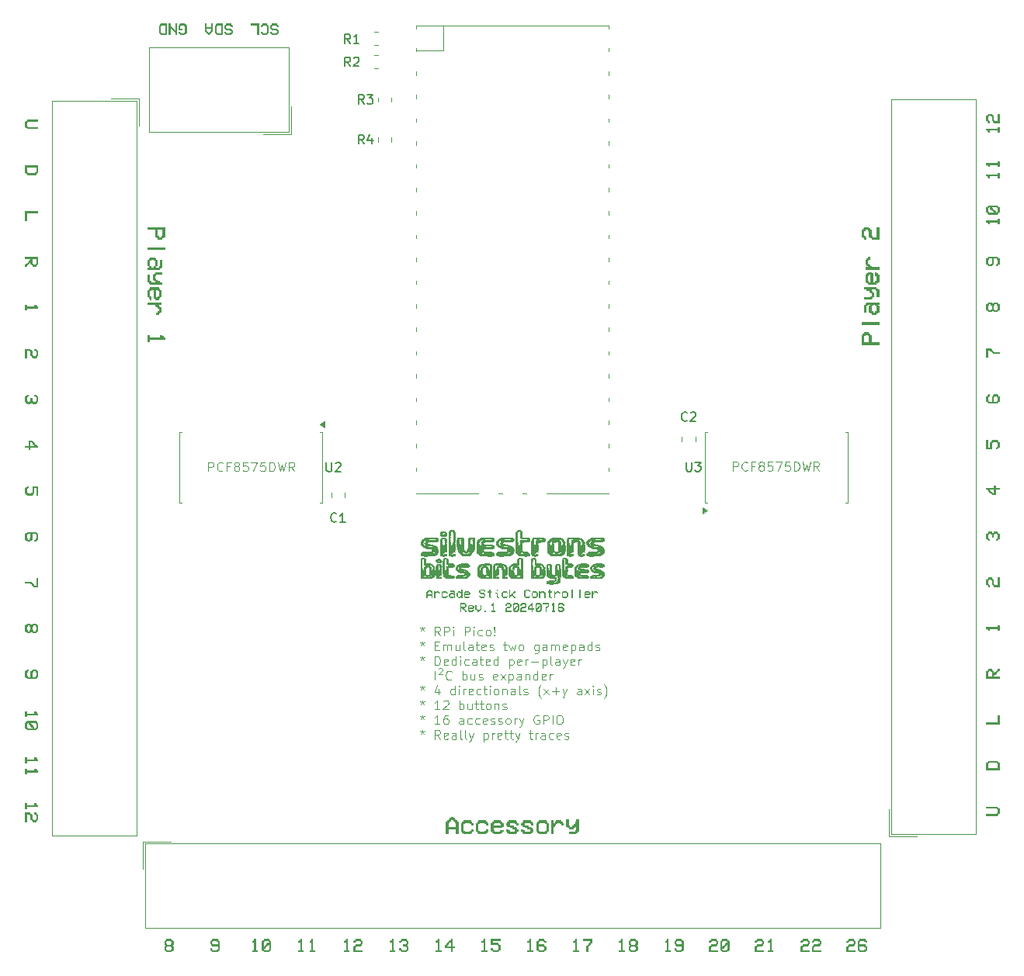
<source format=gbr>
%TF.GenerationSoftware,KiCad,Pcbnew,8.0.1*%
%TF.CreationDate,2024-07-17T22:40:59+10:00*%
%TF.ProjectId,stick,73746963-6b2e-46b6-9963-61645f706362,rev?*%
%TF.SameCoordinates,Original*%
%TF.FileFunction,Legend,Top*%
%TF.FilePolarity,Positive*%
%FSLAX46Y46*%
G04 Gerber Fmt 4.6, Leading zero omitted, Abs format (unit mm)*
G04 Created by KiCad (PCBNEW 8.0.1) date 2024-07-17 22:40:59*
%MOMM*%
%LPD*%
G01*
G04 APERTURE LIST*
%ADD10C,0.100000*%
%ADD11C,0.150000*%
%ADD12C,0.120000*%
%ADD13C,0.010000*%
G04 APERTURE END LIST*
D10*
G36*
X109903363Y-63871494D02*
G01*
X109762679Y-63871494D01*
X109762679Y-64009247D01*
X109621995Y-64009247D01*
X109621995Y-64146511D01*
X109090523Y-64146511D01*
X109090523Y-64009247D01*
X108949839Y-64009247D01*
X108949839Y-63871494D01*
X108809155Y-63871494D01*
X108809155Y-63047418D01*
X109090523Y-63047418D01*
X109090523Y-63734229D01*
X109223391Y-63734229D01*
X109223391Y-63871494D01*
X109489127Y-63871494D01*
X109489127Y-63734229D01*
X109621995Y-63734229D01*
X109621995Y-63047418D01*
X109090523Y-63047418D01*
X108809155Y-63047418D01*
X107965052Y-63047418D01*
X107965052Y-62772401D01*
X109903363Y-62772401D01*
X109903363Y-63871494D01*
G37*
G36*
X109903363Y-65236323D02*
G01*
X107965052Y-65236323D01*
X107965052Y-64961305D01*
X109903363Y-64961305D01*
X109903363Y-65236323D01*
G37*
G36*
X108809155Y-66188870D02*
G01*
X108934207Y-66188870D01*
X108934207Y-66326134D01*
X109090523Y-66326134D01*
X109090523Y-67012945D01*
X108934207Y-67012945D01*
X108934207Y-67150210D01*
X109205317Y-67150210D01*
X109205317Y-67012945D01*
X109340628Y-67012945D01*
X109340628Y-66326134D01*
X109621995Y-66326134D01*
X109621995Y-67150210D01*
X109481311Y-67150210D01*
X109481311Y-67287963D01*
X109340628Y-67287963D01*
X109340628Y-67425227D01*
X107965052Y-67425227D01*
X107965052Y-67150210D01*
X108121367Y-67150210D01*
X108121367Y-67012945D01*
X108246420Y-67012945D01*
X108402735Y-67012945D01*
X108402735Y-67150210D01*
X108652840Y-67150210D01*
X108652840Y-67012945D01*
X108809155Y-67012945D01*
X108809155Y-66463399D01*
X108652840Y-66463399D01*
X108652840Y-66326134D01*
X108402735Y-66326134D01*
X108402735Y-66463399D01*
X108246420Y-66463399D01*
X108246420Y-67012945D01*
X108121367Y-67012945D01*
X107965052Y-67012945D01*
X107965052Y-66326134D01*
X108121367Y-66326134D01*
X108121367Y-66188870D01*
X108246420Y-66188870D01*
X108246420Y-66051117D01*
X108809155Y-66051117D01*
X108809155Y-66188870D01*
G37*
G36*
X107965052Y-67965492D02*
G01*
X108246420Y-67965492D01*
X108246420Y-68652303D01*
X108387103Y-68652303D01*
X108387103Y-68789568D01*
X108809155Y-68789568D01*
X108809155Y-68652303D01*
X108668471Y-68652303D01*
X108668471Y-68515039D01*
X108527787Y-68515039D01*
X108527787Y-67965492D01*
X108668471Y-67965492D01*
X108668471Y-67828228D01*
X108809155Y-67828228D01*
X108809155Y-67690475D01*
X109621995Y-67690475D01*
X109621995Y-67965492D01*
X108934207Y-67965492D01*
X108934207Y-68102757D01*
X108809155Y-68102757D01*
X108809155Y-68377774D01*
X108934207Y-68377774D01*
X108934207Y-68515039D01*
X109071960Y-68515039D01*
X109071960Y-68652303D01*
X109346978Y-68652303D01*
X109346978Y-68789568D01*
X109621995Y-68789568D01*
X109621995Y-69064585D01*
X108246420Y-69064585D01*
X108246420Y-68927321D01*
X108105736Y-68927321D01*
X108105736Y-68789568D01*
X107965052Y-68789568D01*
X107965052Y-67965492D01*
G37*
G36*
X109215575Y-69467586D02*
G01*
X109340628Y-69467586D01*
X109340628Y-69604850D01*
X109496943Y-69604850D01*
X109496943Y-70429414D01*
X109340628Y-70429414D01*
X109340628Y-70566679D01*
X109215575Y-70566679D01*
X109215575Y-70703943D01*
X108793524Y-70703943D01*
X108793524Y-70566679D01*
X108652840Y-70566679D01*
X108652840Y-69604850D01*
X108934207Y-69604850D01*
X108934207Y-70428926D01*
X109090523Y-70428926D01*
X109090523Y-70291661D01*
X109215575Y-70291661D01*
X109215575Y-69742115D01*
X109090523Y-69742115D01*
X109090523Y-69604850D01*
X108934207Y-69604850D01*
X108652840Y-69604850D01*
X108402735Y-69604850D01*
X108402735Y-69742115D01*
X108246420Y-69742115D01*
X108252281Y-70291661D01*
X108402735Y-70291661D01*
X108402735Y-70703943D01*
X108246420Y-70703943D01*
X108246420Y-70566679D01*
X108121367Y-70566679D01*
X108121367Y-70429414D01*
X107965052Y-70429414D01*
X107965052Y-69604850D01*
X108121367Y-69604850D01*
X108121367Y-69467586D01*
X108246420Y-69467586D01*
X108252281Y-69329833D01*
X109215575Y-69329833D01*
X109215575Y-69467586D01*
G37*
G36*
X108795966Y-71244208D02*
G01*
X107965052Y-71244208D01*
X107965052Y-70969191D01*
X109496943Y-70969191D01*
X109496943Y-71244208D01*
X109215575Y-71244208D01*
X109215575Y-71381473D01*
X109340628Y-71381473D01*
X109340628Y-71518737D01*
X109496943Y-71518737D01*
X109496943Y-72068284D01*
X109340628Y-72068284D01*
X109340628Y-72206037D01*
X109215575Y-72206037D01*
X109215575Y-72343301D01*
X108934207Y-72343301D01*
X108934207Y-72068284D01*
X109090523Y-72068284D01*
X109090523Y-71931019D01*
X109215575Y-71931019D01*
X109215575Y-71656490D01*
X109090523Y-71656490D01*
X109090523Y-71518737D01*
X108934207Y-71518737D01*
X108934207Y-71381473D01*
X108795966Y-71381473D01*
X108795966Y-71244208D01*
G37*
G36*
X108246420Y-75072471D02*
G01*
X108246420Y-75347000D01*
X107965052Y-75347000D01*
X107965052Y-74522924D01*
X108246420Y-74522924D01*
X108246420Y-74797453D01*
X109346978Y-74797453D01*
X109346978Y-74522924D01*
X109621995Y-74522924D01*
X109621995Y-74660189D01*
X109762679Y-74660189D01*
X109762679Y-74797453D01*
X109903363Y-74797453D01*
X109903363Y-75072471D01*
X108246420Y-75072471D01*
G37*
G36*
X200479159Y-91207973D02*
G01*
X200901210Y-91207973D01*
X200901210Y-91413869D01*
X200479159Y-91413869D01*
X200479159Y-92032292D01*
X200068831Y-92032292D01*
X200068831Y-91928977D01*
X199966249Y-91928977D01*
X199966249Y-91826029D01*
X199863667Y-91826029D01*
X199863667Y-91723081D01*
X199761085Y-91723081D01*
X199761085Y-91620132D01*
X199658503Y-91620132D01*
X199658503Y-91516818D01*
X199552990Y-91516818D01*
X199552990Y-91413869D01*
X199855973Y-91413869D01*
X199855973Y-91516818D01*
X199958921Y-91516818D01*
X199958921Y-91620132D01*
X200062236Y-91620132D01*
X200062236Y-91723081D01*
X200165184Y-91723081D01*
X200165184Y-91826029D01*
X200268133Y-91826029D01*
X200268133Y-91413869D01*
X199855973Y-91413869D01*
X199552990Y-91413869D01*
X199447477Y-91413869D01*
X199447477Y-91207973D01*
X200268133Y-91207973D01*
X200268133Y-91001709D01*
X200479159Y-91001709D01*
X200479159Y-91207973D01*
G37*
G36*
X200690184Y-101826028D02*
G01*
X200690184Y-101001708D01*
X200901210Y-101001708D01*
X200901210Y-102032291D01*
X200268133Y-102032291D01*
X200268133Y-101928976D01*
X200162620Y-101928976D01*
X200162620Y-101826028D01*
X200057107Y-101826028D01*
X200057107Y-101310920D01*
X199955624Y-101310920D01*
X199955624Y-101207972D01*
X199752292Y-101207972D01*
X199752292Y-101310920D01*
X199658503Y-101310920D01*
X199658503Y-101723080D01*
X199752292Y-101723080D01*
X199752292Y-101826028D01*
X199869528Y-101826028D01*
X199869528Y-102032291D01*
X199658503Y-102032291D01*
X199658503Y-101928976D01*
X199564713Y-101928976D01*
X199564713Y-101826028D01*
X199447477Y-101826028D01*
X199447477Y-101207972D01*
X199564713Y-101207972D01*
X199564713Y-101104657D01*
X199658503Y-101104657D01*
X199658503Y-101001708D01*
X200057107Y-101001708D01*
X200057107Y-101104657D01*
X200162620Y-101104657D01*
X200162620Y-101207972D01*
X200268133Y-101207972D01*
X200268133Y-101723080D01*
X200373646Y-101723080D01*
X200373646Y-101826028D01*
X200690184Y-101826028D01*
G37*
G36*
X159819353Y-141690184D02*
G01*
X160025249Y-141690184D01*
X160025249Y-141901210D01*
X159407193Y-141901210D01*
X159407193Y-141690184D01*
X159613090Y-141690184D01*
X159613090Y-140864766D01*
X159407193Y-140864766D01*
X159407193Y-140658503D01*
X159510141Y-140658503D01*
X159510141Y-140552990D01*
X159613090Y-140552990D01*
X159613090Y-140447477D01*
X159819353Y-140447477D01*
X159819353Y-141690184D01*
G37*
G36*
X161254768Y-140552990D02*
G01*
X161358083Y-140552990D01*
X161358083Y-140658503D01*
X161461031Y-140658503D01*
X161461031Y-141080554D01*
X161358083Y-141080554D01*
X161358083Y-141268133D01*
X161461031Y-141291580D01*
X161461031Y-141690184D01*
X161358083Y-141690184D01*
X161358083Y-141795697D01*
X161254768Y-141795697D01*
X161254768Y-141901210D01*
X160636711Y-141901210D01*
X160636711Y-141795697D01*
X160533763Y-141795697D01*
X160533763Y-141690184D01*
X160430448Y-141690184D01*
X160430448Y-141596395D01*
X160636711Y-141596395D01*
X160739660Y-141596395D01*
X160739660Y-141690184D01*
X161151820Y-141690184D01*
X161151820Y-141596395D01*
X161254768Y-141596395D01*
X161254768Y-141385369D01*
X161151820Y-141385369D01*
X161151820Y-141291580D01*
X160739660Y-141268133D01*
X160739660Y-141385369D01*
X160636711Y-141385369D01*
X160636711Y-141596395D01*
X160430448Y-141596395D01*
X160430448Y-141268133D01*
X160533763Y-141291580D01*
X160533763Y-141080554D01*
X160430448Y-141080554D01*
X160430448Y-140963318D01*
X160636711Y-140963318D01*
X160739660Y-140963318D01*
X160739660Y-141080554D01*
X161151820Y-141080554D01*
X161151820Y-140963318D01*
X161254768Y-140963318D01*
X161254768Y-140752292D01*
X161151820Y-140752292D01*
X161151820Y-140658503D01*
X160739660Y-140658503D01*
X160739660Y-140752292D01*
X160636711Y-140752292D01*
X160636711Y-140963318D01*
X160430448Y-140963318D01*
X160430448Y-140658503D01*
X160533763Y-140658503D01*
X160533763Y-140552990D01*
X160636711Y-140552990D01*
X160636711Y-140447477D01*
X161254768Y-140447477D01*
X161254768Y-140552990D01*
G37*
G36*
X200690184Y-52028626D02*
G01*
X200690184Y-51822730D01*
X200901210Y-51822730D01*
X200901210Y-52440786D01*
X200690184Y-52440786D01*
X200690184Y-52234889D01*
X199864766Y-52234889D01*
X199864766Y-52440786D01*
X199658503Y-52440786D01*
X199658503Y-52337838D01*
X199552990Y-52337838D01*
X199552990Y-52234889D01*
X199447477Y-52234889D01*
X199447477Y-52028626D01*
X200690184Y-52028626D01*
G37*
G36*
X200690184Y-51211268D02*
G01*
X200690184Y-50386948D01*
X200901210Y-50386948D01*
X200901210Y-51417531D01*
X200268133Y-51417531D01*
X200268133Y-51314216D01*
X200162620Y-51314216D01*
X200162620Y-51211268D01*
X200057107Y-51211268D01*
X200057107Y-50696159D01*
X199955624Y-50696159D01*
X199955624Y-50593211D01*
X199752292Y-50593211D01*
X199752292Y-50696159D01*
X199658503Y-50696159D01*
X199658503Y-51108319D01*
X199752292Y-51108319D01*
X199752292Y-51211268D01*
X199869528Y-51211268D01*
X199869528Y-51417531D01*
X199658503Y-51417531D01*
X199658503Y-51314216D01*
X199564713Y-51314216D01*
X199564713Y-51211268D01*
X199447477Y-51211268D01*
X199447477Y-50593211D01*
X199564713Y-50593211D01*
X199564713Y-50489896D01*
X199658503Y-50489896D01*
X199658503Y-50386948D01*
X200057107Y-50386948D01*
X200057107Y-50489896D01*
X200162620Y-50489896D01*
X200162620Y-50593211D01*
X200268133Y-50593211D01*
X200268133Y-51108319D01*
X200373646Y-51108319D01*
X200373646Y-51211268D01*
X200690184Y-51211268D01*
G37*
G36*
X94809815Y-51144005D02*
G01*
X94809815Y-51040690D01*
X96052522Y-51040690D01*
X96052522Y-51246953D01*
X94903604Y-51246953D01*
X94903604Y-51349901D01*
X94809815Y-51349901D01*
X94809815Y-51762061D01*
X94903604Y-51762061D01*
X94903604Y-51865009D01*
X96052522Y-51865009D01*
X96052522Y-52071273D01*
X94809815Y-52071273D01*
X94809815Y-51968324D01*
X94704302Y-51968324D01*
X94704302Y-51865009D01*
X94598789Y-51865009D01*
X94598789Y-51246953D01*
X94704302Y-51246953D01*
X94704302Y-51144005D01*
X94809815Y-51144005D01*
G37*
G36*
X200690184Y-126928976D02*
G01*
X200690184Y-127032291D01*
X199447477Y-127032291D01*
X199447477Y-126826028D01*
X200596395Y-126826028D01*
X200596395Y-126723080D01*
X200690184Y-126723080D01*
X200690184Y-126310920D01*
X200596395Y-126310920D01*
X200596395Y-126207972D01*
X199447477Y-126207972D01*
X199447477Y-126001708D01*
X200690184Y-126001708D01*
X200690184Y-126104657D01*
X200795697Y-126104657D01*
X200795697Y-126207972D01*
X200901210Y-126207972D01*
X200901210Y-126826028D01*
X200795697Y-126826028D01*
X200795697Y-126928976D01*
X200690184Y-126928976D01*
G37*
G36*
X174407193Y-141690184D02*
G01*
X175231513Y-141690184D01*
X175231513Y-141901210D01*
X174200930Y-141901210D01*
X174200930Y-141268133D01*
X174304245Y-141268133D01*
X174304245Y-141162620D01*
X174407193Y-141162620D01*
X174407193Y-141057107D01*
X174922301Y-141057107D01*
X174922301Y-140955624D01*
X175025249Y-140955624D01*
X175025249Y-140752292D01*
X174922301Y-140752292D01*
X174922301Y-140658503D01*
X174510141Y-140658503D01*
X174510141Y-140752292D01*
X174407193Y-140752292D01*
X174407193Y-140869528D01*
X174200930Y-140869528D01*
X174200930Y-140658503D01*
X174304245Y-140658503D01*
X174304245Y-140564713D01*
X174407193Y-140564713D01*
X174407193Y-140447477D01*
X175025249Y-140447477D01*
X175025249Y-140564713D01*
X175128564Y-140564713D01*
X175128564Y-140658503D01*
X175231513Y-140658503D01*
X175231513Y-141057107D01*
X175128564Y-141057107D01*
X175128564Y-141162620D01*
X175025249Y-141162620D01*
X175025249Y-141268133D01*
X174510141Y-141268133D01*
X174510141Y-141373646D01*
X174407193Y-141373646D01*
X174407193Y-141690184D01*
G37*
G36*
X176048871Y-141690184D02*
G01*
X176254768Y-141690184D01*
X176254768Y-141901210D01*
X175636711Y-141901210D01*
X175636711Y-141690184D01*
X175842608Y-141690184D01*
X175842608Y-140864766D01*
X175636711Y-140864766D01*
X175636711Y-140658503D01*
X175739660Y-140658503D01*
X175739660Y-140552990D01*
X175842608Y-140552990D01*
X175842608Y-140447477D01*
X176048871Y-140447477D01*
X176048871Y-141690184D01*
G37*
G36*
X94809815Y-71659114D02*
G01*
X94809815Y-71865010D01*
X94598789Y-71865010D01*
X94598789Y-71246954D01*
X94809815Y-71246954D01*
X94809815Y-71452851D01*
X95635233Y-71452851D01*
X95635233Y-71246954D01*
X95841496Y-71246954D01*
X95841496Y-71349902D01*
X95947009Y-71349902D01*
X95947009Y-71452851D01*
X96052522Y-71452851D01*
X96052522Y-71659114D01*
X94809815Y-71659114D01*
G37*
G36*
X94809815Y-126044355D02*
G01*
X94809815Y-126250251D01*
X94598789Y-126250251D01*
X94598789Y-125632195D01*
X94809815Y-125632195D01*
X94809815Y-125838092D01*
X95635233Y-125838092D01*
X95635233Y-125632195D01*
X95841496Y-125632195D01*
X95841496Y-125735143D01*
X95947009Y-125735143D01*
X95947009Y-125838092D01*
X96052522Y-125838092D01*
X96052522Y-126044355D01*
X94809815Y-126044355D01*
G37*
G36*
X94809815Y-126861713D02*
G01*
X94809815Y-127686033D01*
X94598789Y-127686033D01*
X94598789Y-126655450D01*
X95231866Y-126655450D01*
X95231866Y-126758765D01*
X95337379Y-126758765D01*
X95337379Y-126861713D01*
X95442892Y-126861713D01*
X95442892Y-127376822D01*
X95544375Y-127376822D01*
X95544375Y-127479770D01*
X95747707Y-127479770D01*
X95747707Y-127376822D01*
X95841496Y-127376822D01*
X95841496Y-126964662D01*
X95747707Y-126964662D01*
X95747707Y-126861713D01*
X95630471Y-126861713D01*
X95630471Y-126655450D01*
X95841496Y-126655450D01*
X95841496Y-126758765D01*
X95935286Y-126758765D01*
X95935286Y-126861713D01*
X96052522Y-126861713D01*
X96052522Y-127479770D01*
X95935286Y-127479770D01*
X95935286Y-127583085D01*
X95841496Y-127583085D01*
X95841496Y-127686033D01*
X95442892Y-127686033D01*
X95442892Y-127583085D01*
X95337379Y-127583085D01*
X95337379Y-127479770D01*
X95231866Y-127479770D01*
X95231866Y-126964662D01*
X95126353Y-126964662D01*
X95126353Y-126861713D01*
X94809815Y-126861713D01*
G37*
G36*
X96052522Y-56865009D02*
G01*
X95947009Y-56865009D01*
X95947009Y-56968324D01*
X95841496Y-56968324D01*
X95841496Y-57071273D01*
X94809815Y-57071273D01*
X94809815Y-56968324D01*
X94704302Y-56968324D01*
X94704302Y-56865009D01*
X94598789Y-56865009D01*
X94598789Y-56246953D01*
X94809815Y-56246953D01*
X94809815Y-56762061D01*
X94913129Y-56762061D01*
X94913129Y-56865009D01*
X95738182Y-56865009D01*
X95738182Y-56762061D01*
X95841496Y-56762061D01*
X95841496Y-56246953D01*
X94809815Y-56246953D01*
X94598789Y-56246953D01*
X94598789Y-56040690D01*
X96052522Y-56040690D01*
X96052522Y-56865009D01*
G37*
G36*
X200690184Y-121104659D02*
G01*
X200795697Y-121104659D01*
X200795697Y-121207974D01*
X200901210Y-121207974D01*
X200901210Y-122032293D01*
X199447477Y-122032293D01*
X199447477Y-121826030D01*
X199658503Y-121826030D01*
X200690184Y-121826030D01*
X200690184Y-121310922D01*
X200586870Y-121310922D01*
X200586870Y-121207974D01*
X199761817Y-121207974D01*
X199761817Y-121310922D01*
X199658503Y-121310922D01*
X199658503Y-121826030D01*
X199447477Y-121826030D01*
X199447477Y-121207974D01*
X199552990Y-121207974D01*
X199552990Y-121104659D01*
X199658503Y-121104659D01*
X199658503Y-121001710D01*
X200690184Y-121001710D01*
X200690184Y-121104659D01*
G37*
G36*
X95841496Y-101865009D02*
G01*
X95841496Y-101040690D01*
X96052522Y-101040690D01*
X96052522Y-102071273D01*
X95533384Y-102071273D01*
X95533384Y-101968324D01*
X95429337Y-101968324D01*
X95429337Y-101865009D01*
X95325655Y-101865009D01*
X95325655Y-101762061D01*
X95221974Y-101762061D01*
X95221974Y-101659113D01*
X94598789Y-101659113D01*
X94598789Y-101452850D01*
X95323824Y-101452850D01*
X95323824Y-101556164D01*
X95427138Y-101556164D01*
X95427138Y-101659113D01*
X95530819Y-101659113D01*
X95530819Y-101762061D01*
X95634501Y-101762061D01*
X95634501Y-101865009D01*
X95841496Y-101865009D01*
G37*
G36*
X116455202Y-41629297D02*
G01*
X116365980Y-41629297D01*
X116365980Y-41446408D01*
X116544741Y-41446408D01*
X116544741Y-41548013D01*
X116633963Y-41548013D01*
X116633963Y-41629297D01*
X116991168Y-41629297D01*
X116991168Y-41548013D01*
X117080390Y-41548013D01*
X117080390Y-41371792D01*
X116991168Y-41371792D01*
X116991168Y-41283840D01*
X116544741Y-41283840D01*
X116544741Y-41192395D01*
X116455202Y-41192395D01*
X116455202Y-41100951D01*
X116365980Y-41100951D01*
X116365980Y-40735173D01*
X116455202Y-40735173D01*
X116455202Y-40653889D01*
X116544741Y-40653889D01*
X116544741Y-40552284D01*
X117080390Y-40552284D01*
X117080390Y-40653889D01*
X117169612Y-40653889D01*
X117169612Y-40735173D01*
X117259152Y-40735173D01*
X117259152Y-40918062D01*
X117080390Y-40918062D01*
X117080390Y-40816457D01*
X116991168Y-40816457D01*
X116991168Y-40735173D01*
X116633963Y-40735173D01*
X116633963Y-40816457D01*
X116544741Y-40816457D01*
X116544741Y-41006013D01*
X116633963Y-41006013D01*
X116633963Y-41100951D01*
X117080390Y-41100951D01*
X117080390Y-41192395D01*
X117169612Y-41192395D01*
X117169612Y-41283840D01*
X117259152Y-41283840D01*
X117259152Y-41629297D01*
X117169612Y-41629297D01*
X117169612Y-41710581D01*
X117080390Y-41710581D01*
X117080390Y-41812186D01*
X116544741Y-41812186D01*
X116544741Y-41710581D01*
X116455202Y-41710581D01*
X116455202Y-41629297D01*
G37*
G36*
X116193569Y-41812186D02*
G01*
X115479159Y-41812186D01*
X115479159Y-41720741D01*
X115389619Y-41720741D01*
X115389619Y-41629297D01*
X115300397Y-41629297D01*
X115300397Y-41539757D01*
X115479159Y-41539757D01*
X115568380Y-41539757D01*
X115568380Y-41629297D01*
X116014808Y-41629297D01*
X116014808Y-40735173D01*
X115568380Y-40735173D01*
X115568380Y-40824712D01*
X115479159Y-40824712D01*
X115479159Y-41539757D01*
X115300397Y-41539757D01*
X115300397Y-40735173D01*
X115389619Y-40735173D01*
X115389619Y-40643728D01*
X115479159Y-40643728D01*
X115479159Y-40552284D01*
X116193569Y-40552284D01*
X116193569Y-41812186D01*
G37*
G36*
X114413576Y-40918062D02*
G01*
X114949225Y-40918062D01*
X114949225Y-40552284D01*
X115127986Y-40552284D01*
X115127986Y-41446408D01*
X115038447Y-41446408D01*
X115038447Y-41548013D01*
X114949225Y-41548013D01*
X114949225Y-41629297D01*
X114860003Y-41629297D01*
X114860003Y-41710581D01*
X114770781Y-41710581D01*
X114770781Y-41812186D01*
X114592020Y-41812186D01*
X114592020Y-41710581D01*
X114502798Y-41710581D01*
X114502798Y-41629297D01*
X114413576Y-41629297D01*
X114413576Y-41548013D01*
X114324036Y-41548013D01*
X114324036Y-41446408D01*
X114234815Y-41446408D01*
X114234815Y-41100951D01*
X114413576Y-41100951D01*
X114413576Y-41365124D01*
X114502798Y-41365124D01*
X114502798Y-41446408D01*
X114592020Y-41446408D01*
X114592020Y-41548013D01*
X114770781Y-41548013D01*
X114770781Y-41446408D01*
X114860003Y-41446408D01*
X114860003Y-41365124D01*
X114949225Y-41365124D01*
X114949225Y-41100951D01*
X114413576Y-41100951D01*
X114234815Y-41100951D01*
X114234815Y-40552284D01*
X114413576Y-40552284D01*
X114413576Y-40918062D01*
G37*
G36*
X94598789Y-61040690D02*
G01*
X96052522Y-61040690D01*
X96052522Y-61246953D01*
X94809815Y-61246953D01*
X94809815Y-62071273D01*
X94598789Y-62071273D01*
X94598789Y-61040690D01*
G37*
G36*
X154819353Y-141690184D02*
G01*
X155025249Y-141690184D01*
X155025249Y-141901210D01*
X154407193Y-141901210D01*
X154407193Y-141690184D01*
X154613090Y-141690184D01*
X154613090Y-140864766D01*
X154407193Y-140864766D01*
X154407193Y-140658503D01*
X154510141Y-140658503D01*
X154510141Y-140552990D01*
X154613090Y-140552990D01*
X154613090Y-140447477D01*
X154819353Y-140447477D01*
X154819353Y-141690184D01*
G37*
G36*
X156254768Y-140658503D02*
G01*
X155430448Y-140658503D01*
X155430448Y-140447477D01*
X156461031Y-140447477D01*
X156461031Y-140966615D01*
X156358083Y-140966615D01*
X156358083Y-141070662D01*
X156254768Y-141070662D01*
X156254768Y-141174344D01*
X156151820Y-141174344D01*
X156151820Y-141278025D01*
X156048871Y-141278025D01*
X156048871Y-141901210D01*
X155842608Y-141901210D01*
X155842608Y-141176175D01*
X155945923Y-141176175D01*
X155945923Y-141072861D01*
X156048871Y-141072861D01*
X156048871Y-140969180D01*
X156151820Y-140969180D01*
X156151820Y-140865498D01*
X156254768Y-140865498D01*
X156254768Y-140658503D01*
G37*
G36*
X124819353Y-141690184D02*
G01*
X125025249Y-141690184D01*
X125025249Y-141901210D01*
X124407193Y-141901210D01*
X124407193Y-141690184D01*
X124613090Y-141690184D01*
X124613090Y-140864766D01*
X124407193Y-140864766D01*
X124407193Y-140658503D01*
X124510141Y-140658503D01*
X124510141Y-140552990D01*
X124613090Y-140552990D01*
X124613090Y-140447477D01*
X124819353Y-140447477D01*
X124819353Y-141690184D01*
G37*
G36*
X126048871Y-141690184D02*
G01*
X126254768Y-141690184D01*
X126254768Y-141901210D01*
X125636711Y-141901210D01*
X125636711Y-141690184D01*
X125842608Y-141690184D01*
X125842608Y-140864766D01*
X125636711Y-140864766D01*
X125636711Y-140658503D01*
X125739660Y-140658503D01*
X125739660Y-140552990D01*
X125842608Y-140552990D01*
X125842608Y-140447477D01*
X126048871Y-140447477D01*
X126048871Y-141690184D01*
G37*
G36*
X169407193Y-141690184D02*
G01*
X170231513Y-141690184D01*
X170231513Y-141901210D01*
X169200930Y-141901210D01*
X169200930Y-141268133D01*
X169304245Y-141268133D01*
X169304245Y-141162620D01*
X169407193Y-141162620D01*
X169407193Y-141057107D01*
X169922301Y-141057107D01*
X169922301Y-140955624D01*
X170025249Y-140955624D01*
X170025249Y-140752292D01*
X169922301Y-140752292D01*
X169922301Y-140658503D01*
X169510141Y-140658503D01*
X169510141Y-140752292D01*
X169407193Y-140752292D01*
X169407193Y-140869528D01*
X169200930Y-140869528D01*
X169200930Y-140658503D01*
X169304245Y-140658503D01*
X169304245Y-140564713D01*
X169407193Y-140564713D01*
X169407193Y-140447477D01*
X170025249Y-140447477D01*
X170025249Y-140564713D01*
X170128564Y-140564713D01*
X170128564Y-140658503D01*
X170231513Y-140658503D01*
X170231513Y-141057107D01*
X170128564Y-141057107D01*
X170128564Y-141162620D01*
X170025249Y-141162620D01*
X170025249Y-141268133D01*
X169510141Y-141268133D01*
X169510141Y-141373646D01*
X169407193Y-141373646D01*
X169407193Y-141690184D01*
G37*
G36*
X171254768Y-140552990D02*
G01*
X171358083Y-140552990D01*
X171358083Y-140658503D01*
X171461031Y-140658503D01*
X171461031Y-141690184D01*
X171358083Y-141690184D01*
X171358083Y-141795697D01*
X171254768Y-141795697D01*
X171254768Y-141901210D01*
X170636711Y-141901210D01*
X170636711Y-141795697D01*
X170533763Y-141795697D01*
X170533763Y-141690184D01*
X170430448Y-141690184D01*
X170430448Y-141596395D01*
X170636711Y-141596395D01*
X170739660Y-141596395D01*
X170739660Y-141690184D01*
X171151820Y-141690184D01*
X171151820Y-141596395D01*
X171254768Y-141596395D01*
X171254768Y-141081287D01*
X171151820Y-141081287D01*
X171151820Y-141184235D01*
X171048871Y-141184235D01*
X171048871Y-141287184D01*
X170945923Y-141287184D01*
X170945923Y-141390132D01*
X170842608Y-141390132D01*
X170842608Y-141493447D01*
X170636711Y-141493447D01*
X170636711Y-141596395D01*
X170430448Y-141596395D01*
X170430448Y-141267400D01*
X170636711Y-141267400D01*
X170739660Y-141267400D01*
X170739660Y-141164452D01*
X170842608Y-141164452D01*
X170842608Y-141061503D01*
X170945557Y-141061503D01*
X170945557Y-140958189D01*
X171048871Y-140958189D01*
X171048871Y-140855240D01*
X171254768Y-140855240D01*
X171254768Y-140752292D01*
X171151820Y-140752292D01*
X171151820Y-140658503D01*
X170739660Y-140658503D01*
X170739660Y-140752292D01*
X170636711Y-140752292D01*
X170636711Y-141267400D01*
X170430448Y-141267400D01*
X170430448Y-140658503D01*
X170533763Y-140658503D01*
X170533763Y-140552990D01*
X170636711Y-140552990D01*
X170636711Y-140447477D01*
X171254768Y-140447477D01*
X171254768Y-140552990D01*
G37*
G36*
X134819353Y-141690184D02*
G01*
X135025249Y-141690184D01*
X135025249Y-141901210D01*
X134407193Y-141901210D01*
X134407193Y-141690184D01*
X134613090Y-141690184D01*
X134613090Y-140864766D01*
X134407193Y-140864766D01*
X134407193Y-140658503D01*
X134510141Y-140658503D01*
X134510141Y-140552990D01*
X134613090Y-140552990D01*
X134613090Y-140447477D01*
X134819353Y-140447477D01*
X134819353Y-141690184D01*
G37*
G36*
X135533763Y-141690184D02*
G01*
X135430448Y-141690184D01*
X135430448Y-141479159D01*
X135636711Y-141479159D01*
X135636711Y-141596395D01*
X135739660Y-141596395D01*
X135739660Y-141690184D01*
X136151820Y-141690184D01*
X136151820Y-141596395D01*
X136254768Y-141596395D01*
X136254768Y-141377676D01*
X136151820Y-141377676D01*
X136151820Y-141268133D01*
X135842608Y-141268133D01*
X135842608Y-141057107D01*
X136151820Y-141057107D01*
X136151820Y-140955624D01*
X136254768Y-140955624D01*
X136254768Y-140752292D01*
X136151820Y-140752292D01*
X136151820Y-140658503D01*
X135739660Y-140658503D01*
X135739660Y-140752292D01*
X135636711Y-140752292D01*
X135636711Y-140869528D01*
X135430448Y-140869528D01*
X135430448Y-140658503D01*
X135533763Y-140658503D01*
X135533763Y-140564713D01*
X135636711Y-140564713D01*
X135636711Y-140447477D01*
X136254768Y-140447477D01*
X136254768Y-140564713D01*
X136358083Y-140564713D01*
X136358083Y-140658503D01*
X136461031Y-140658503D01*
X136461031Y-141057107D01*
X136358083Y-141057107D01*
X136358083Y-141268133D01*
X136461031Y-141268133D01*
X136461031Y-141690184D01*
X136358083Y-141690184D01*
X136358083Y-141783974D01*
X136254768Y-141783974D01*
X136254768Y-141901210D01*
X135636711Y-141901210D01*
X135636711Y-141783974D01*
X135533763Y-141783974D01*
X135533763Y-141690184D01*
G37*
G36*
X200690184Y-96928978D02*
G01*
X200690184Y-97032293D01*
X200479159Y-97032293D01*
X200479159Y-96826030D01*
X200596395Y-96826030D01*
X200596395Y-96723082D01*
X200690184Y-96723082D01*
X200690184Y-96310922D01*
X200596395Y-96310922D01*
X200596395Y-96207974D01*
X200377676Y-96207974D01*
X200377676Y-96310922D01*
X200268133Y-96310922D01*
X200268133Y-96620133D01*
X200057107Y-96620133D01*
X200057107Y-96310922D01*
X199955624Y-96310922D01*
X199955624Y-96207974D01*
X199752292Y-96207974D01*
X199752292Y-96310922D01*
X199658503Y-96310922D01*
X199658503Y-96723082D01*
X199752292Y-96723082D01*
X199752292Y-96826030D01*
X199869528Y-96826030D01*
X199869528Y-97032293D01*
X199658503Y-97032293D01*
X199658503Y-96928978D01*
X199564713Y-96928978D01*
X199564713Y-96826030D01*
X199447477Y-96826030D01*
X199447477Y-96207974D01*
X199564713Y-96207974D01*
X199564713Y-96104659D01*
X199658503Y-96104659D01*
X199658503Y-96001710D01*
X200057107Y-96001710D01*
X200057107Y-96104659D01*
X200268133Y-96104659D01*
X200268133Y-96001710D01*
X200690184Y-96001710D01*
X200690184Y-96104659D01*
X200783974Y-96104659D01*
X200783974Y-96207974D01*
X200901210Y-96207974D01*
X200901210Y-96826030D01*
X200783974Y-96826030D01*
X200783974Y-96928978D01*
X200690184Y-96928978D01*
G37*
G36*
X96052522Y-66865009D02*
G01*
X95947009Y-66865009D01*
X95947009Y-66968324D01*
X95841496Y-66968324D01*
X95841496Y-67071273D01*
X95442892Y-67071273D01*
X95442892Y-66968324D01*
X95337379Y-66968324D01*
X95337379Y-66865009D01*
X95231866Y-66865009D01*
X95231866Y-66659113D01*
X95126353Y-66659113D01*
X95126353Y-66762061D01*
X95020840Y-66762061D01*
X95020840Y-66865009D01*
X94915327Y-66865009D01*
X94915327Y-66968324D01*
X94809815Y-66968324D01*
X94809815Y-67071273D01*
X94598789Y-67071273D01*
X94598789Y-66865009D01*
X94704302Y-66865009D01*
X94704302Y-66762061D01*
X94809815Y-66762061D01*
X94809815Y-66659113D01*
X94915327Y-66659113D01*
X94915327Y-66556164D01*
X95020840Y-66556164D01*
X95020840Y-66452850D01*
X95126353Y-66452850D01*
X95126353Y-66349901D01*
X95231866Y-66349901D01*
X95231866Y-66246953D01*
X95442892Y-66246953D01*
X95442892Y-66762061D01*
X95542543Y-66762061D01*
X95542543Y-66865009D01*
X95741845Y-66865009D01*
X95741845Y-66762061D01*
X95841496Y-66762061D01*
X95841496Y-66246953D01*
X95442892Y-66246953D01*
X95231866Y-66246953D01*
X94598789Y-66246953D01*
X94598789Y-66040690D01*
X96052522Y-66040690D01*
X96052522Y-66865009D01*
G37*
G36*
X200901210Y-117032293D02*
G01*
X199447477Y-117032293D01*
X199447477Y-116826030D01*
X200690184Y-116826030D01*
X200690184Y-116001710D01*
X200901210Y-116001710D01*
X200901210Y-117032293D01*
G37*
G36*
X95431168Y-86144005D02*
G01*
X95533750Y-86144005D01*
X95533750Y-86246953D01*
X95636332Y-86246953D01*
X95636332Y-86349901D01*
X95738914Y-86349901D01*
X95738914Y-86452850D01*
X95841496Y-86452850D01*
X95841496Y-86556164D01*
X95947009Y-86556164D01*
X95947009Y-86659113D01*
X96052522Y-86659113D01*
X96052522Y-86865009D01*
X95231866Y-86865009D01*
X95231866Y-87071273D01*
X95020840Y-87071273D01*
X95020840Y-86865009D01*
X94598789Y-86865009D01*
X94598789Y-86659113D01*
X95020840Y-86659113D01*
X95020840Y-86246953D01*
X95231866Y-86246953D01*
X95231866Y-86659113D01*
X95644026Y-86659113D01*
X95644026Y-86556164D01*
X95541078Y-86556164D01*
X95541078Y-86452850D01*
X95437763Y-86452850D01*
X95437763Y-86349901D01*
X95334815Y-86349901D01*
X95334815Y-86246953D01*
X95231866Y-86246953D01*
X95020840Y-86246953D01*
X95020840Y-86040690D01*
X95431168Y-86040690D01*
X95431168Y-86144005D01*
G37*
G36*
X95841496Y-96144005D02*
G01*
X95935286Y-96144005D01*
X95935286Y-96246953D01*
X96052522Y-96246953D01*
X96052522Y-96865009D01*
X95935286Y-96865009D01*
X95935286Y-96968324D01*
X95841496Y-96968324D01*
X95841496Y-97071273D01*
X95630471Y-97071273D01*
X95630471Y-96865009D01*
X95747707Y-96865009D01*
X95747707Y-96762061D01*
X95841496Y-96762061D01*
X95841496Y-96349901D01*
X95747707Y-96349901D01*
X95747707Y-96246953D01*
X95442892Y-96246953D01*
X95442892Y-96865009D01*
X95337379Y-96865009D01*
X95337379Y-96968324D01*
X95231866Y-96968324D01*
X95231866Y-97071273D01*
X94809815Y-97071273D01*
X94809815Y-96968324D01*
X94704302Y-96968324D01*
X94704302Y-96865009D01*
X94598789Y-96865009D01*
X94598789Y-96762061D01*
X94809815Y-96762061D01*
X94903604Y-96762061D01*
X94903604Y-96865009D01*
X95122323Y-96865009D01*
X95122323Y-96762061D01*
X95231866Y-96762061D01*
X95231866Y-96246953D01*
X94903604Y-96246953D01*
X94903604Y-96349901D01*
X94809815Y-96349901D01*
X94809815Y-96762061D01*
X94598789Y-96762061D01*
X94598789Y-96246953D01*
X94704302Y-96246953D01*
X94704302Y-96144005D01*
X94809815Y-96144005D01*
X94809815Y-96040690D01*
X95841496Y-96040690D01*
X95841496Y-96144005D01*
G37*
G36*
X200690184Y-62028628D02*
G01*
X200690184Y-61822732D01*
X200901210Y-61822732D01*
X200901210Y-62440788D01*
X200690184Y-62440788D01*
X200690184Y-62234891D01*
X199864766Y-62234891D01*
X199864766Y-62440788D01*
X199658503Y-62440788D01*
X199658503Y-62337840D01*
X199552990Y-62337840D01*
X199552990Y-62234891D01*
X199447477Y-62234891D01*
X199447477Y-62028628D01*
X200690184Y-62028628D01*
G37*
G36*
X200690184Y-60489898D02*
G01*
X200795697Y-60489898D01*
X200795697Y-60593213D01*
X200901210Y-60593213D01*
X200901210Y-61211270D01*
X200795697Y-61211270D01*
X200795697Y-61314218D01*
X200690184Y-61314218D01*
X200690184Y-61417533D01*
X199658503Y-61417533D01*
X199658503Y-61314218D01*
X199552990Y-61314218D01*
X199552990Y-61211270D01*
X199447477Y-61211270D01*
X199447477Y-61108321D01*
X199658503Y-61108321D01*
X199752292Y-61108321D01*
X199752292Y-61211270D01*
X200267400Y-61211270D01*
X200267400Y-61108321D01*
X200164452Y-61108321D01*
X200164452Y-61005373D01*
X200061503Y-61005373D01*
X200061503Y-60902424D01*
X199958189Y-60902424D01*
X199958189Y-60799110D01*
X199855240Y-60799110D01*
X199855240Y-60593213D01*
X200081287Y-60593213D01*
X200081287Y-60696161D01*
X200184235Y-60696161D01*
X200184235Y-60799110D01*
X200287184Y-60799110D01*
X200287184Y-60902058D01*
X200390132Y-60902058D01*
X200390132Y-61005373D01*
X200493447Y-61005373D01*
X200493447Y-61211270D01*
X200596395Y-61211270D01*
X200596395Y-61108321D01*
X200690184Y-61108321D01*
X200690184Y-60696161D01*
X200596395Y-60696161D01*
X200596395Y-60593213D01*
X200081287Y-60593213D01*
X199855240Y-60593213D01*
X199752292Y-60593213D01*
X199752292Y-60696161D01*
X199658503Y-60696161D01*
X199658503Y-61108321D01*
X199447477Y-61108321D01*
X199447477Y-60593213D01*
X199552990Y-60593213D01*
X199552990Y-60489898D01*
X199658503Y-60489898D01*
X199658503Y-60386950D01*
X200690184Y-60386950D01*
X200690184Y-60489898D01*
G37*
G36*
X164819353Y-141690184D02*
G01*
X165025249Y-141690184D01*
X165025249Y-141901210D01*
X164407193Y-141901210D01*
X164407193Y-141690184D01*
X164613090Y-141690184D01*
X164613090Y-140864766D01*
X164407193Y-140864766D01*
X164407193Y-140658503D01*
X164510141Y-140658503D01*
X164510141Y-140552990D01*
X164613090Y-140552990D01*
X164613090Y-140447477D01*
X164819353Y-140447477D01*
X164819353Y-141690184D01*
G37*
G36*
X166254768Y-140552990D02*
G01*
X166358083Y-140552990D01*
X166358083Y-140658503D01*
X166461031Y-140658503D01*
X166461031Y-141690184D01*
X166358083Y-141690184D01*
X166358083Y-141783974D01*
X166254768Y-141783974D01*
X166254768Y-141901210D01*
X165636711Y-141901210D01*
X165636711Y-141783974D01*
X165533763Y-141783974D01*
X165533763Y-141690184D01*
X165430448Y-141690184D01*
X165430448Y-141479159D01*
X165636711Y-141479159D01*
X165636711Y-141596395D01*
X165739660Y-141596395D01*
X165739660Y-141690184D01*
X166151820Y-141690184D01*
X166151820Y-141596395D01*
X166254768Y-141596395D01*
X166254768Y-141268133D01*
X165636711Y-141268133D01*
X165636711Y-141162620D01*
X165533763Y-141162620D01*
X165533763Y-141057107D01*
X165430448Y-141057107D01*
X165430448Y-140956357D01*
X165636711Y-140956357D01*
X165739660Y-140956357D01*
X165739660Y-141057107D01*
X166254768Y-141057107D01*
X166254768Y-140752292D01*
X166151820Y-140752292D01*
X166151820Y-140658503D01*
X165739660Y-140658503D01*
X165739660Y-140752292D01*
X165636711Y-140752292D01*
X165636711Y-140956357D01*
X165430448Y-140956357D01*
X165430448Y-140658503D01*
X165533763Y-140658503D01*
X165533763Y-140552990D01*
X165636711Y-140552990D01*
X165636711Y-140447477D01*
X166254768Y-140447477D01*
X166254768Y-140552990D01*
G37*
X114610833Y-89396920D02*
X114610833Y-88396920D01*
X114610833Y-88396920D02*
X114991785Y-88396920D01*
X114991785Y-88396920D02*
X115087023Y-88444539D01*
X115087023Y-88444539D02*
X115134642Y-88492158D01*
X115134642Y-88492158D02*
X115182261Y-88587396D01*
X115182261Y-88587396D02*
X115182261Y-88730253D01*
X115182261Y-88730253D02*
X115134642Y-88825491D01*
X115134642Y-88825491D02*
X115087023Y-88873110D01*
X115087023Y-88873110D02*
X114991785Y-88920729D01*
X114991785Y-88920729D02*
X114610833Y-88920729D01*
X116182261Y-89301681D02*
X116134642Y-89349301D01*
X116134642Y-89349301D02*
X115991785Y-89396920D01*
X115991785Y-89396920D02*
X115896547Y-89396920D01*
X115896547Y-89396920D02*
X115753690Y-89349301D01*
X115753690Y-89349301D02*
X115658452Y-89254062D01*
X115658452Y-89254062D02*
X115610833Y-89158824D01*
X115610833Y-89158824D02*
X115563214Y-88968348D01*
X115563214Y-88968348D02*
X115563214Y-88825491D01*
X115563214Y-88825491D02*
X115610833Y-88635015D01*
X115610833Y-88635015D02*
X115658452Y-88539777D01*
X115658452Y-88539777D02*
X115753690Y-88444539D01*
X115753690Y-88444539D02*
X115896547Y-88396920D01*
X115896547Y-88396920D02*
X115991785Y-88396920D01*
X115991785Y-88396920D02*
X116134642Y-88444539D01*
X116134642Y-88444539D02*
X116182261Y-88492158D01*
X116944166Y-88873110D02*
X116610833Y-88873110D01*
X116610833Y-89396920D02*
X116610833Y-88396920D01*
X116610833Y-88396920D02*
X117087023Y-88396920D01*
X117610833Y-88825491D02*
X117515595Y-88777872D01*
X117515595Y-88777872D02*
X117467976Y-88730253D01*
X117467976Y-88730253D02*
X117420357Y-88635015D01*
X117420357Y-88635015D02*
X117420357Y-88587396D01*
X117420357Y-88587396D02*
X117467976Y-88492158D01*
X117467976Y-88492158D02*
X117515595Y-88444539D01*
X117515595Y-88444539D02*
X117610833Y-88396920D01*
X117610833Y-88396920D02*
X117801309Y-88396920D01*
X117801309Y-88396920D02*
X117896547Y-88444539D01*
X117896547Y-88444539D02*
X117944166Y-88492158D01*
X117944166Y-88492158D02*
X117991785Y-88587396D01*
X117991785Y-88587396D02*
X117991785Y-88635015D01*
X117991785Y-88635015D02*
X117944166Y-88730253D01*
X117944166Y-88730253D02*
X117896547Y-88777872D01*
X117896547Y-88777872D02*
X117801309Y-88825491D01*
X117801309Y-88825491D02*
X117610833Y-88825491D01*
X117610833Y-88825491D02*
X117515595Y-88873110D01*
X117515595Y-88873110D02*
X117467976Y-88920729D01*
X117467976Y-88920729D02*
X117420357Y-89015967D01*
X117420357Y-89015967D02*
X117420357Y-89206443D01*
X117420357Y-89206443D02*
X117467976Y-89301681D01*
X117467976Y-89301681D02*
X117515595Y-89349301D01*
X117515595Y-89349301D02*
X117610833Y-89396920D01*
X117610833Y-89396920D02*
X117801309Y-89396920D01*
X117801309Y-89396920D02*
X117896547Y-89349301D01*
X117896547Y-89349301D02*
X117944166Y-89301681D01*
X117944166Y-89301681D02*
X117991785Y-89206443D01*
X117991785Y-89206443D02*
X117991785Y-89015967D01*
X117991785Y-89015967D02*
X117944166Y-88920729D01*
X117944166Y-88920729D02*
X117896547Y-88873110D01*
X117896547Y-88873110D02*
X117801309Y-88825491D01*
X118896547Y-88396920D02*
X118420357Y-88396920D01*
X118420357Y-88396920D02*
X118372738Y-88873110D01*
X118372738Y-88873110D02*
X118420357Y-88825491D01*
X118420357Y-88825491D02*
X118515595Y-88777872D01*
X118515595Y-88777872D02*
X118753690Y-88777872D01*
X118753690Y-88777872D02*
X118848928Y-88825491D01*
X118848928Y-88825491D02*
X118896547Y-88873110D01*
X118896547Y-88873110D02*
X118944166Y-88968348D01*
X118944166Y-88968348D02*
X118944166Y-89206443D01*
X118944166Y-89206443D02*
X118896547Y-89301681D01*
X118896547Y-89301681D02*
X118848928Y-89349301D01*
X118848928Y-89349301D02*
X118753690Y-89396920D01*
X118753690Y-89396920D02*
X118515595Y-89396920D01*
X118515595Y-89396920D02*
X118420357Y-89349301D01*
X118420357Y-89349301D02*
X118372738Y-89301681D01*
X119277500Y-88396920D02*
X119944166Y-88396920D01*
X119944166Y-88396920D02*
X119515595Y-89396920D01*
X120801309Y-88396920D02*
X120325119Y-88396920D01*
X120325119Y-88396920D02*
X120277500Y-88873110D01*
X120277500Y-88873110D02*
X120325119Y-88825491D01*
X120325119Y-88825491D02*
X120420357Y-88777872D01*
X120420357Y-88777872D02*
X120658452Y-88777872D01*
X120658452Y-88777872D02*
X120753690Y-88825491D01*
X120753690Y-88825491D02*
X120801309Y-88873110D01*
X120801309Y-88873110D02*
X120848928Y-88968348D01*
X120848928Y-88968348D02*
X120848928Y-89206443D01*
X120848928Y-89206443D02*
X120801309Y-89301681D01*
X120801309Y-89301681D02*
X120753690Y-89349301D01*
X120753690Y-89349301D02*
X120658452Y-89396920D01*
X120658452Y-89396920D02*
X120420357Y-89396920D01*
X120420357Y-89396920D02*
X120325119Y-89349301D01*
X120325119Y-89349301D02*
X120277500Y-89301681D01*
X121277500Y-89396920D02*
X121277500Y-88396920D01*
X121277500Y-88396920D02*
X121515595Y-88396920D01*
X121515595Y-88396920D02*
X121658452Y-88444539D01*
X121658452Y-88444539D02*
X121753690Y-88539777D01*
X121753690Y-88539777D02*
X121801309Y-88635015D01*
X121801309Y-88635015D02*
X121848928Y-88825491D01*
X121848928Y-88825491D02*
X121848928Y-88968348D01*
X121848928Y-88968348D02*
X121801309Y-89158824D01*
X121801309Y-89158824D02*
X121753690Y-89254062D01*
X121753690Y-89254062D02*
X121658452Y-89349301D01*
X121658452Y-89349301D02*
X121515595Y-89396920D01*
X121515595Y-89396920D02*
X121277500Y-89396920D01*
X122182262Y-88396920D02*
X122420357Y-89396920D01*
X122420357Y-89396920D02*
X122610833Y-88682634D01*
X122610833Y-88682634D02*
X122801309Y-89396920D01*
X122801309Y-89396920D02*
X123039405Y-88396920D01*
X123991785Y-89396920D02*
X123658452Y-88920729D01*
X123420357Y-89396920D02*
X123420357Y-88396920D01*
X123420357Y-88396920D02*
X123801309Y-88396920D01*
X123801309Y-88396920D02*
X123896547Y-88444539D01*
X123896547Y-88444539D02*
X123944166Y-88492158D01*
X123944166Y-88492158D02*
X123991785Y-88587396D01*
X123991785Y-88587396D02*
X123991785Y-88730253D01*
X123991785Y-88730253D02*
X123944166Y-88825491D01*
X123944166Y-88825491D02*
X123896547Y-88873110D01*
X123896547Y-88873110D02*
X123801309Y-88920729D01*
X123801309Y-88920729D02*
X123420357Y-88920729D01*
G36*
X200690184Y-106413868D02*
G01*
X200690184Y-106207972D01*
X200901210Y-106207972D01*
X200901210Y-106826028D01*
X200690184Y-106826028D01*
X200690184Y-106620131D01*
X199864766Y-106620131D01*
X199864766Y-106826028D01*
X199658503Y-106826028D01*
X199658503Y-106723080D01*
X199552990Y-106723080D01*
X199552990Y-106620131D01*
X199447477Y-106620131D01*
X199447477Y-106413868D01*
X200690184Y-106413868D01*
G37*
G36*
X184407193Y-141690184D02*
G01*
X185231513Y-141690184D01*
X185231513Y-141901210D01*
X184200930Y-141901210D01*
X184200930Y-141268133D01*
X184304245Y-141268133D01*
X184304245Y-141162620D01*
X184407193Y-141162620D01*
X184407193Y-141057107D01*
X184922301Y-141057107D01*
X184922301Y-140955624D01*
X185025249Y-140955624D01*
X185025249Y-140752292D01*
X184922301Y-140752292D01*
X184922301Y-140658503D01*
X184510141Y-140658503D01*
X184510141Y-140752292D01*
X184407193Y-140752292D01*
X184407193Y-140869528D01*
X184200930Y-140869528D01*
X184200930Y-140658503D01*
X184304245Y-140658503D01*
X184304245Y-140564713D01*
X184407193Y-140564713D01*
X184407193Y-140447477D01*
X185025249Y-140447477D01*
X185025249Y-140564713D01*
X185128564Y-140564713D01*
X185128564Y-140658503D01*
X185231513Y-140658503D01*
X185231513Y-141057107D01*
X185128564Y-141057107D01*
X185128564Y-141162620D01*
X185025249Y-141162620D01*
X185025249Y-141268133D01*
X184510141Y-141268133D01*
X184510141Y-141373646D01*
X184407193Y-141373646D01*
X184407193Y-141690184D01*
G37*
G36*
X186254768Y-140564713D02*
G01*
X186358083Y-140564713D01*
X186358083Y-140658503D01*
X186461031Y-140658503D01*
X186461031Y-140869528D01*
X186254768Y-140869528D01*
X186254768Y-140752292D01*
X186151820Y-140752292D01*
X186151820Y-140658503D01*
X185739660Y-140658503D01*
X185739660Y-140752292D01*
X185636711Y-140752292D01*
X185636711Y-141057107D01*
X186254768Y-141057107D01*
X186254768Y-141162620D01*
X186358083Y-141162620D01*
X186358083Y-141268133D01*
X186461031Y-141268133D01*
X186461031Y-141690184D01*
X186358083Y-141690184D01*
X186358083Y-141795697D01*
X186254768Y-141795697D01*
X186254768Y-141901210D01*
X185636711Y-141901210D01*
X185636711Y-141795697D01*
X185533763Y-141795697D01*
X185533763Y-141690184D01*
X185430448Y-141690184D01*
X185430448Y-141268133D01*
X185636711Y-141268133D01*
X185636711Y-141596395D01*
X185739660Y-141596395D01*
X185739660Y-141690184D01*
X186151820Y-141690184D01*
X186151820Y-141596395D01*
X186254768Y-141596395D01*
X186254768Y-141377676D01*
X186151820Y-141377676D01*
X186151820Y-141268133D01*
X185636711Y-141268133D01*
X185430448Y-141268133D01*
X185430448Y-140658503D01*
X185533763Y-140658503D01*
X185533763Y-140564713D01*
X185636711Y-140564713D01*
X185636711Y-140447477D01*
X186254768Y-140447477D01*
X186254768Y-140564713D01*
G37*
G36*
X94809815Y-81144004D02*
G01*
X94809815Y-81040689D01*
X95020840Y-81040689D01*
X95020840Y-81246952D01*
X94903604Y-81246952D01*
X94903604Y-81349900D01*
X94809815Y-81349900D01*
X94809815Y-81762060D01*
X94903604Y-81762060D01*
X94903604Y-81865008D01*
X95122323Y-81865008D01*
X95122323Y-81762060D01*
X95231866Y-81762060D01*
X95231866Y-81452849D01*
X95442892Y-81452849D01*
X95442892Y-81762060D01*
X95544375Y-81762060D01*
X95544375Y-81865008D01*
X95747707Y-81865008D01*
X95747707Y-81762060D01*
X95841496Y-81762060D01*
X95841496Y-81349900D01*
X95747707Y-81349900D01*
X95747707Y-81246952D01*
X95630471Y-81246952D01*
X95630471Y-81040689D01*
X95841496Y-81040689D01*
X95841496Y-81144004D01*
X95935286Y-81144004D01*
X95935286Y-81246952D01*
X96052522Y-81246952D01*
X96052522Y-81865008D01*
X95935286Y-81865008D01*
X95935286Y-81968323D01*
X95841496Y-81968323D01*
X95841496Y-82071272D01*
X95442892Y-82071272D01*
X95442892Y-81968323D01*
X95231866Y-81968323D01*
X95231866Y-82071272D01*
X94809815Y-82071272D01*
X94809815Y-81968323D01*
X94716025Y-81968323D01*
X94716025Y-81865008D01*
X94598789Y-81865008D01*
X94598789Y-81246952D01*
X94716025Y-81246952D01*
X94716025Y-81144004D01*
X94809815Y-81144004D01*
G37*
G36*
X200080554Y-71104657D02*
G01*
X200268133Y-71104657D01*
X200291580Y-71001708D01*
X200690184Y-71001708D01*
X200690184Y-71104657D01*
X200795697Y-71104657D01*
X200795697Y-71207972D01*
X200901210Y-71207972D01*
X200901210Y-71826028D01*
X200795697Y-71826028D01*
X200795697Y-71928976D01*
X200690184Y-71928976D01*
X200690184Y-72032291D01*
X200268133Y-72032291D01*
X200291580Y-71928976D01*
X200080554Y-71928976D01*
X200080554Y-72032291D01*
X199658503Y-72032291D01*
X199658503Y-71928976D01*
X199552990Y-71928976D01*
X199552990Y-71826028D01*
X199447477Y-71826028D01*
X199447477Y-71723080D01*
X199658503Y-71723080D01*
X199752292Y-71723080D01*
X199752292Y-71826028D01*
X199963318Y-71826028D01*
X199963318Y-71723080D01*
X200080554Y-71723080D01*
X200268133Y-71723080D01*
X200385369Y-71723080D01*
X200385369Y-71826028D01*
X200596395Y-71826028D01*
X200596395Y-71723080D01*
X200690184Y-71723080D01*
X200690184Y-71310920D01*
X200596395Y-71310920D01*
X200596395Y-71207972D01*
X200385369Y-71207972D01*
X200385369Y-71310920D01*
X200291580Y-71310920D01*
X200268133Y-71723080D01*
X200080554Y-71723080D01*
X200080554Y-71310920D01*
X199963318Y-71310920D01*
X199963318Y-71207972D01*
X199752292Y-71207972D01*
X199752292Y-71310920D01*
X199658503Y-71310920D01*
X199658503Y-71723080D01*
X199447477Y-71723080D01*
X199447477Y-71207972D01*
X199552990Y-71207972D01*
X199552990Y-71104657D01*
X199658503Y-71104657D01*
X199658503Y-71001708D01*
X200080554Y-71001708D01*
X200080554Y-71104657D01*
G37*
G36*
X141344718Y-127252951D02*
G01*
X141481982Y-127252951D01*
X141481982Y-127378004D01*
X141619247Y-127378004D01*
X141619247Y-127503056D01*
X141757000Y-127503056D01*
X141757000Y-127659371D01*
X141894264Y-127659371D01*
X141894264Y-129034947D01*
X141619247Y-129034947D01*
X141619247Y-128472212D01*
X140795171Y-128472212D01*
X140795171Y-129034947D01*
X140520154Y-129034947D01*
X140520154Y-128190844D01*
X140795171Y-128190844D01*
X141619247Y-128190844D01*
X141619247Y-127784424D01*
X141481982Y-127784424D01*
X141481982Y-127659371D01*
X141344718Y-127659371D01*
X141344718Y-127503056D01*
X141069700Y-127503056D01*
X141069700Y-127659371D01*
X140932436Y-127659371D01*
X140932436Y-127784424D01*
X140795171Y-127784424D01*
X140795171Y-128190844D01*
X140520154Y-128190844D01*
X140520154Y-127659371D01*
X140657907Y-127659371D01*
X140657907Y-127503056D01*
X140795171Y-127503056D01*
X140795171Y-127378004D01*
X140932436Y-127378004D01*
X140932436Y-127252951D01*
X141069700Y-127252951D01*
X141069700Y-127096636D01*
X141344718Y-127096636D01*
X141344718Y-127252951D01*
G37*
G36*
X143258605Y-128628527D02*
G01*
X143258605Y-128472212D01*
X143533622Y-128472212D01*
X143533622Y-128753579D01*
X143396358Y-128753579D01*
X143396358Y-128878632D01*
X143258605Y-128878632D01*
X143258605Y-129034947D01*
X142434529Y-129034947D01*
X142434529Y-128878632D01*
X142297265Y-128878632D01*
X142297265Y-128753579D01*
X142159512Y-128753579D01*
X142159512Y-127784424D01*
X142297265Y-127784424D01*
X142297265Y-127659371D01*
X142434529Y-127659371D01*
X142434529Y-127503056D01*
X143258605Y-127503056D01*
X143258605Y-127659371D01*
X143396358Y-127659371D01*
X143396358Y-127784424D01*
X143533622Y-127784424D01*
X143533622Y-128065792D01*
X143258605Y-128065792D01*
X143258605Y-127909476D01*
X143121340Y-127909476D01*
X143121340Y-127784424D01*
X142571794Y-127784424D01*
X142571794Y-127909476D01*
X142434529Y-127909476D01*
X142434529Y-128628527D01*
X142571794Y-128628527D01*
X142571794Y-128753579D01*
X143121340Y-128753579D01*
X143121340Y-128628527D01*
X143258605Y-128628527D01*
G37*
G36*
X144897963Y-128628527D02*
G01*
X144897963Y-128472212D01*
X145172980Y-128472212D01*
X145172980Y-128753579D01*
X145035716Y-128753579D01*
X145035716Y-128878632D01*
X144897963Y-128878632D01*
X144897963Y-129034947D01*
X144073887Y-129034947D01*
X144073887Y-128878632D01*
X143936623Y-128878632D01*
X143936623Y-128753579D01*
X143798870Y-128753579D01*
X143798870Y-127784424D01*
X143936623Y-127784424D01*
X143936623Y-127659371D01*
X144073887Y-127659371D01*
X144073887Y-127503056D01*
X144897963Y-127503056D01*
X144897963Y-127659371D01*
X145035716Y-127659371D01*
X145035716Y-127784424D01*
X145172980Y-127784424D01*
X145172980Y-128065792D01*
X144897963Y-128065792D01*
X144897963Y-127909476D01*
X144760698Y-127909476D01*
X144760698Y-127784424D01*
X144211152Y-127784424D01*
X144211152Y-127909476D01*
X144073887Y-127909476D01*
X144073887Y-128628527D01*
X144211152Y-128628527D01*
X144211152Y-128753579D01*
X144760698Y-128753579D01*
X144760698Y-128628527D01*
X144897963Y-128628527D01*
G37*
G36*
X146537809Y-127659371D02*
G01*
X146675074Y-127659371D01*
X146675074Y-127784424D01*
X146812338Y-127784424D01*
X146812338Y-128206475D01*
X146675074Y-128206475D01*
X146675074Y-128347159D01*
X145713245Y-128347159D01*
X145713245Y-128597264D01*
X145850510Y-128597264D01*
X145850510Y-128753579D01*
X146400056Y-128747718D01*
X146400056Y-128597264D01*
X146812338Y-128597264D01*
X146812338Y-128753579D01*
X146675074Y-128753579D01*
X146675074Y-128878632D01*
X146537809Y-128878632D01*
X146537809Y-129034947D01*
X145713245Y-129034947D01*
X145713245Y-128878632D01*
X145575981Y-128878632D01*
X145575981Y-128753579D01*
X145438228Y-128747718D01*
X145438228Y-128065792D01*
X145713245Y-128065792D01*
X146537321Y-128065792D01*
X146537321Y-127909476D01*
X146400056Y-127909476D01*
X146400056Y-127784424D01*
X145850510Y-127784424D01*
X145850510Y-127909476D01*
X145713245Y-127909476D01*
X145713245Y-128065792D01*
X145438228Y-128065792D01*
X145438228Y-127784424D01*
X145575981Y-127784424D01*
X145575981Y-127659371D01*
X145713245Y-127659371D01*
X145713245Y-127503056D01*
X146537809Y-127503056D01*
X146537809Y-127659371D01*
G37*
G36*
X147214850Y-128753579D02*
G01*
X147077586Y-128753579D01*
X147077586Y-128472212D01*
X147352603Y-128472212D01*
X147352603Y-128612896D01*
X147489868Y-128612896D01*
X147489868Y-128753579D01*
X148039414Y-128753579D01*
X148039414Y-128472212D01*
X147764885Y-128472212D01*
X147764885Y-128347159D01*
X147489868Y-128347159D01*
X147489868Y-128222107D01*
X147214850Y-128190844D01*
X147214850Y-128065792D01*
X147077586Y-128065792D01*
X147077586Y-127784424D01*
X147214850Y-127784424D01*
X147214850Y-127659371D01*
X147352603Y-127659371D01*
X147352603Y-127503056D01*
X148176679Y-127503056D01*
X148176679Y-127659371D01*
X148314432Y-127648625D01*
X148314432Y-127784424D01*
X148451696Y-127784424D01*
X148451696Y-128065792D01*
X148176679Y-128065792D01*
X148176679Y-127925108D01*
X148039414Y-127925108D01*
X148039414Y-127784424D01*
X147489868Y-127784424D01*
X147489868Y-128065792D01*
X147902150Y-128065792D01*
X147902150Y-128190844D01*
X148176679Y-128222107D01*
X148176679Y-128347159D01*
X148314432Y-128347159D01*
X148314432Y-128472212D01*
X148451696Y-128472212D01*
X148451696Y-128753579D01*
X148314432Y-128753579D01*
X148314432Y-128878632D01*
X148176679Y-128878632D01*
X148176679Y-129034947D01*
X147352603Y-129034947D01*
X147352603Y-128878632D01*
X147214850Y-128878632D01*
X147214850Y-128753579D01*
G37*
G36*
X148854208Y-128753579D02*
G01*
X148716944Y-128753579D01*
X148716944Y-128472212D01*
X148991961Y-128472212D01*
X148991961Y-128612896D01*
X149129226Y-128612896D01*
X149129226Y-128753579D01*
X149678772Y-128753579D01*
X149678772Y-128472212D01*
X149404243Y-128472212D01*
X149404243Y-128347159D01*
X149129226Y-128347159D01*
X149129226Y-128222107D01*
X148854208Y-128190844D01*
X148854208Y-128065792D01*
X148716944Y-128065792D01*
X148716944Y-127784424D01*
X148854208Y-127784424D01*
X148854208Y-127659371D01*
X148991961Y-127659371D01*
X148991961Y-127503056D01*
X149816037Y-127503056D01*
X149816037Y-127659371D01*
X149953790Y-127648625D01*
X149953790Y-127784424D01*
X150091054Y-127784424D01*
X150091054Y-128065792D01*
X149816037Y-128065792D01*
X149816037Y-127925108D01*
X149678772Y-127925108D01*
X149678772Y-127784424D01*
X149129226Y-127784424D01*
X149129226Y-128065792D01*
X149541508Y-128065792D01*
X149541508Y-128190844D01*
X149816037Y-128222107D01*
X149816037Y-128347159D01*
X149953790Y-128347159D01*
X149953790Y-128472212D01*
X150091054Y-128472212D01*
X150091054Y-128753579D01*
X149953790Y-128753579D01*
X149953790Y-128878632D01*
X149816037Y-128878632D01*
X149816037Y-129034947D01*
X148991961Y-129034947D01*
X148991961Y-128878632D01*
X148854208Y-128878632D01*
X148854208Y-128753579D01*
G37*
G36*
X151455395Y-127643740D02*
G01*
X151593148Y-127643740D01*
X151593148Y-127784424D01*
X151730412Y-127784424D01*
X151730412Y-128753579D01*
X151593148Y-128753579D01*
X151593148Y-128894263D01*
X151455395Y-128894263D01*
X151455395Y-129034947D01*
X150631319Y-129034947D01*
X150631319Y-128894263D01*
X150494055Y-128894263D01*
X150494055Y-128753579D01*
X150356302Y-128753579D01*
X150356302Y-128628527D01*
X150631319Y-128628527D01*
X150768584Y-128628527D01*
X150768584Y-128753579D01*
X151318130Y-128753579D01*
X151318130Y-128628527D01*
X151455395Y-128628527D01*
X151455395Y-127909476D01*
X151318130Y-127909476D01*
X151318130Y-127784424D01*
X150768584Y-127784424D01*
X150768584Y-127909476D01*
X150631319Y-127909476D01*
X150631319Y-128628527D01*
X150356302Y-128628527D01*
X150356302Y-127784424D01*
X150494055Y-127784424D01*
X150494055Y-127643740D01*
X150631319Y-127643740D01*
X150631319Y-127503056D01*
X151455395Y-127503056D01*
X151455395Y-127643740D01*
G37*
G36*
X152270677Y-128204033D02*
G01*
X152270677Y-129034947D01*
X151995660Y-129034947D01*
X151995660Y-127503056D01*
X152270677Y-127503056D01*
X152270677Y-127784424D01*
X152407942Y-127784424D01*
X152407942Y-127659371D01*
X152545206Y-127659371D01*
X152545206Y-127503056D01*
X153094753Y-127503056D01*
X153094753Y-127659371D01*
X153232506Y-127659371D01*
X153232506Y-127784424D01*
X153369770Y-127784424D01*
X153369770Y-128065792D01*
X153094753Y-128065792D01*
X153094753Y-127909476D01*
X152957488Y-127909476D01*
X152957488Y-127784424D01*
X152682959Y-127784424D01*
X152682959Y-127909476D01*
X152545206Y-127909476D01*
X152545206Y-128065792D01*
X152407942Y-128065792D01*
X152407942Y-128204033D01*
X152270677Y-128204033D01*
G37*
G36*
X153910035Y-129034947D02*
G01*
X153910035Y-128753579D01*
X154596846Y-128753579D01*
X154596846Y-128612896D01*
X154734111Y-128612896D01*
X154734111Y-128190844D01*
X154596846Y-128190844D01*
X154596846Y-128331528D01*
X154459582Y-128331528D01*
X154459582Y-128472212D01*
X153910035Y-128472212D01*
X153910035Y-128331528D01*
X153772771Y-128331528D01*
X153772771Y-128190844D01*
X153635018Y-128190844D01*
X153635018Y-127378004D01*
X153910035Y-127378004D01*
X153910035Y-128065792D01*
X154047300Y-128065792D01*
X154047300Y-128190844D01*
X154322317Y-128190844D01*
X154322317Y-128065792D01*
X154459582Y-128065792D01*
X154459582Y-127928039D01*
X154596846Y-127928039D01*
X154596846Y-127653021D01*
X154734111Y-127653021D01*
X154734111Y-127378004D01*
X155009128Y-127378004D01*
X155009128Y-128753579D01*
X154871864Y-128753579D01*
X154871864Y-128894263D01*
X154734111Y-128894263D01*
X154734111Y-129034947D01*
X153910035Y-129034947D01*
G37*
G36*
X138804606Y-102376475D02*
G01*
X138873238Y-102376475D01*
X138873238Y-102439002D01*
X138941870Y-102439002D01*
X138941870Y-102501528D01*
X139010747Y-102501528D01*
X139010747Y-102579685D01*
X139079379Y-102579685D01*
X139079379Y-103267473D01*
X138941870Y-103267473D01*
X138941870Y-102986106D01*
X138529832Y-102986106D01*
X138529832Y-103267473D01*
X138392324Y-103267473D01*
X138392324Y-102845422D01*
X138529832Y-102845422D01*
X138941870Y-102845422D01*
X138941870Y-102642212D01*
X138873238Y-102642212D01*
X138873238Y-102579685D01*
X138804606Y-102579685D01*
X138804606Y-102501528D01*
X138667097Y-102501528D01*
X138667097Y-102579685D01*
X138598465Y-102579685D01*
X138598465Y-102642212D01*
X138529832Y-102642212D01*
X138529832Y-102845422D01*
X138392324Y-102845422D01*
X138392324Y-102579685D01*
X138461200Y-102579685D01*
X138461200Y-102501528D01*
X138529832Y-102501528D01*
X138529832Y-102439002D01*
X138598465Y-102439002D01*
X138598465Y-102376475D01*
X138667097Y-102376475D01*
X138667097Y-102298318D01*
X138804606Y-102298318D01*
X138804606Y-102376475D01*
G37*
G36*
X139349511Y-102852016D02*
G01*
X139349511Y-103267473D01*
X139212003Y-103267473D01*
X139212003Y-102501528D01*
X139349511Y-102501528D01*
X139349511Y-102642212D01*
X139418144Y-102642212D01*
X139418144Y-102579685D01*
X139486776Y-102579685D01*
X139486776Y-102501528D01*
X139761549Y-102501528D01*
X139761549Y-102579685D01*
X139830426Y-102579685D01*
X139830426Y-102642212D01*
X139899058Y-102642212D01*
X139899058Y-102782896D01*
X139761549Y-102782896D01*
X139761549Y-102704738D01*
X139692917Y-102704738D01*
X139692917Y-102642212D01*
X139555652Y-102642212D01*
X139555652Y-102704738D01*
X139486776Y-102704738D01*
X139486776Y-102782896D01*
X139418144Y-102782896D01*
X139418144Y-102852016D01*
X139349511Y-102852016D01*
G37*
G36*
X140581228Y-103064263D02*
G01*
X140581228Y-102986106D01*
X140718737Y-102986106D01*
X140718737Y-103126789D01*
X140650105Y-103126789D01*
X140650105Y-103189316D01*
X140581228Y-103189316D01*
X140581228Y-103267473D01*
X140169190Y-103267473D01*
X140169190Y-103189316D01*
X140100558Y-103189316D01*
X140100558Y-103126789D01*
X140031682Y-103126789D01*
X140031682Y-102642212D01*
X140100558Y-102642212D01*
X140100558Y-102579685D01*
X140169190Y-102579685D01*
X140169190Y-102501528D01*
X140581228Y-102501528D01*
X140581228Y-102579685D01*
X140650105Y-102579685D01*
X140650105Y-102642212D01*
X140718737Y-102642212D01*
X140718737Y-102782896D01*
X140581228Y-102782896D01*
X140581228Y-102704738D01*
X140512596Y-102704738D01*
X140512596Y-102642212D01*
X140237823Y-102642212D01*
X140237823Y-102704738D01*
X140169190Y-102704738D01*
X140169190Y-103064263D01*
X140237823Y-103064263D01*
X140237823Y-103126789D01*
X140512596Y-103126789D01*
X140512596Y-103064263D01*
X140581228Y-103064263D01*
G37*
G36*
X141400907Y-102509344D02*
G01*
X141469784Y-102509344D01*
X141469784Y-102579685D01*
X141538416Y-102579685D01*
X141538416Y-103267473D01*
X141400907Y-103267473D01*
X141400907Y-103189316D01*
X141332275Y-103189316D01*
X141332275Y-103267473D01*
X140988869Y-103267473D01*
X140988869Y-103189316D01*
X140920237Y-103189316D01*
X140920237Y-103126789D01*
X140851361Y-103126789D01*
X140851361Y-103048632D01*
X140988869Y-103048632D01*
X141057502Y-103048632D01*
X141057502Y-103126789D01*
X141332275Y-103126789D01*
X141332275Y-103048632D01*
X141400907Y-103048632D01*
X141400907Y-102923579D01*
X141332275Y-102923579D01*
X141332275Y-102845422D01*
X141057502Y-102845422D01*
X141057502Y-102923579D01*
X140988869Y-102923579D01*
X140988869Y-103048632D01*
X140851361Y-103048632D01*
X140851361Y-102845422D01*
X140920237Y-102845422D01*
X140920237Y-102782896D01*
X140988869Y-102782896D01*
X140988869Y-102704738D01*
X141332275Y-102704738D01*
X141332275Y-102782896D01*
X141400907Y-102782896D01*
X141400907Y-102647341D01*
X141332275Y-102647341D01*
X141332275Y-102579685D01*
X140988869Y-102579685D01*
X140988869Y-102439002D01*
X141400907Y-102439002D01*
X141400907Y-102509344D01*
G37*
G36*
X142358095Y-103267473D02*
G01*
X142220586Y-103267473D01*
X142220586Y-103120683D01*
X142151954Y-103120683D01*
X142151954Y-103189316D01*
X142083322Y-103189316D01*
X142083322Y-103267473D01*
X141877181Y-103267473D01*
X141877181Y-103189316D01*
X141808548Y-103189316D01*
X141808548Y-103126789D01*
X141739916Y-103126789D01*
X141739916Y-103064263D01*
X141671040Y-103064263D01*
X141671040Y-102986106D01*
X141808548Y-102986106D01*
X141877181Y-102986106D01*
X141877181Y-103064263D01*
X141945813Y-103064263D01*
X141945813Y-103132896D01*
X142014689Y-103132896D01*
X142014689Y-103064263D01*
X142083322Y-103064263D01*
X142083322Y-102986106D01*
X142151954Y-102986106D01*
X142151954Y-102782896D01*
X142083322Y-102782896D01*
X142083322Y-102704738D01*
X142014689Y-102704738D01*
X142014689Y-102635861D01*
X141945813Y-102635861D01*
X141945813Y-102704738D01*
X141877181Y-102704738D01*
X141877181Y-102782896D01*
X141808548Y-102782896D01*
X141808548Y-102986106D01*
X141671040Y-102986106D01*
X141671040Y-102704738D01*
X141739916Y-102704738D01*
X141739916Y-102642212D01*
X141808548Y-102642212D01*
X141808548Y-102579685D01*
X141877181Y-102579685D01*
X141877181Y-102501528D01*
X142083322Y-102501528D01*
X142083322Y-102579685D01*
X142151954Y-102579685D01*
X142151954Y-102648318D01*
X142220586Y-102648318D01*
X142220586Y-102298318D01*
X142358095Y-102298318D01*
X142358095Y-103267473D01*
G37*
G36*
X143040509Y-102579685D02*
G01*
X143109142Y-102579685D01*
X143109142Y-102642212D01*
X143177774Y-102642212D01*
X143177774Y-102853237D01*
X143109142Y-102853237D01*
X143109142Y-102923579D01*
X142628227Y-102923579D01*
X142628227Y-103048632D01*
X142696860Y-103048632D01*
X142696860Y-103126789D01*
X142971633Y-103123859D01*
X142971633Y-103048632D01*
X143177774Y-103048632D01*
X143177774Y-103126789D01*
X143109142Y-103126789D01*
X143109142Y-103189316D01*
X143040509Y-103189316D01*
X143040509Y-103267473D01*
X142628227Y-103267473D01*
X142628227Y-103189316D01*
X142559595Y-103189316D01*
X142559595Y-103126789D01*
X142490719Y-103123859D01*
X142490719Y-102782896D01*
X142628227Y-102782896D01*
X143040265Y-102782896D01*
X143040265Y-102704738D01*
X142971633Y-102704738D01*
X142971633Y-102642212D01*
X142696860Y-102642212D01*
X142696860Y-102704738D01*
X142628227Y-102704738D01*
X142628227Y-102782896D01*
X142490719Y-102782896D01*
X142490719Y-102642212D01*
X142559595Y-102642212D01*
X142559595Y-102579685D01*
X142628227Y-102579685D01*
X142628227Y-102501528D01*
X143040509Y-102501528D01*
X143040509Y-102579685D01*
G37*
G36*
X144748500Y-102439002D02*
G01*
X144817132Y-102439002D01*
X144817132Y-102579685D01*
X144679623Y-102579685D01*
X144679623Y-102501528D01*
X144610991Y-102501528D01*
X144610991Y-102439002D01*
X144336218Y-102439002D01*
X144336218Y-102501528D01*
X144267585Y-102501528D01*
X144267585Y-102637083D01*
X144336218Y-102637083D01*
X144336218Y-102704738D01*
X144679623Y-102704738D01*
X144679623Y-102775080D01*
X144748500Y-102775080D01*
X144748500Y-102845422D01*
X144817132Y-102845422D01*
X144817132Y-103126789D01*
X144748500Y-103126789D01*
X144748500Y-103189316D01*
X144679623Y-103189316D01*
X144679623Y-103267473D01*
X144267585Y-103267473D01*
X144267585Y-103189316D01*
X144198953Y-103189316D01*
X144198953Y-103126789D01*
X144130077Y-103126789D01*
X144130077Y-102986106D01*
X144267585Y-102986106D01*
X144267585Y-103064263D01*
X144336218Y-103064263D01*
X144336218Y-103126789D01*
X144610991Y-103126789D01*
X144610991Y-103064263D01*
X144679623Y-103064263D01*
X144679623Y-102918450D01*
X144610991Y-102918450D01*
X144610991Y-102845422D01*
X144267585Y-102845422D01*
X144267585Y-102775080D01*
X144198953Y-102775080D01*
X144198953Y-102704738D01*
X144130077Y-102704738D01*
X144130077Y-102439002D01*
X144198953Y-102439002D01*
X144198953Y-102376475D01*
X144267585Y-102376475D01*
X144267585Y-102298318D01*
X144679623Y-102298318D01*
X144679623Y-102376475D01*
X144748500Y-102376475D01*
X144748500Y-102439002D01*
G37*
G36*
X145430670Y-103128499D02*
G01*
X145499302Y-103128499D01*
X145499302Y-103267473D01*
X145362038Y-103267473D01*
X145362038Y-103198108D01*
X145293405Y-103198108D01*
X145293405Y-103128499D01*
X145224529Y-103128499D01*
X145224529Y-102642212D01*
X145087264Y-102642212D01*
X145087264Y-102501528D01*
X145224529Y-102501528D01*
X145224529Y-102298318D01*
X145362038Y-102298318D01*
X145362038Y-102501528D01*
X145499302Y-102501528D01*
X145499302Y-102642212D01*
X145362038Y-102642212D01*
X145362038Y-103059134D01*
X145430670Y-103059134D01*
X145430670Y-103128499D01*
G37*
G36*
X146181717Y-102360844D02*
G01*
X146181717Y-102501528D01*
X146044208Y-102501528D01*
X146044208Y-102360844D01*
X146181717Y-102360844D01*
G37*
G36*
X146250349Y-103128499D02*
G01*
X146318981Y-103128499D01*
X146318981Y-103267473D01*
X146181717Y-103267473D01*
X146181717Y-103198353D01*
X146113084Y-103198353D01*
X146113084Y-103128988D01*
X146044208Y-103128988D01*
X146044208Y-102782896D01*
X145906943Y-102782896D01*
X145906943Y-102642212D01*
X146181717Y-102642212D01*
X146181717Y-103059134D01*
X146250349Y-103059134D01*
X146250349Y-103128499D01*
G37*
G36*
X147138660Y-103064263D02*
G01*
X147138660Y-102986106D01*
X147276169Y-102986106D01*
X147276169Y-103126789D01*
X147207537Y-103126789D01*
X147207537Y-103189316D01*
X147138660Y-103189316D01*
X147138660Y-103267473D01*
X146726622Y-103267473D01*
X146726622Y-103189316D01*
X146657990Y-103189316D01*
X146657990Y-103126789D01*
X146589114Y-103126789D01*
X146589114Y-102642212D01*
X146657990Y-102642212D01*
X146657990Y-102579685D01*
X146726622Y-102579685D01*
X146726622Y-102501528D01*
X147138660Y-102501528D01*
X147138660Y-102579685D01*
X147207537Y-102579685D01*
X147207537Y-102642212D01*
X147276169Y-102642212D01*
X147276169Y-102782896D01*
X147138660Y-102782896D01*
X147138660Y-102704738D01*
X147070028Y-102704738D01*
X147070028Y-102642212D01*
X146795255Y-102642212D01*
X146795255Y-102704738D01*
X146726622Y-102704738D01*
X146726622Y-103064263D01*
X146795255Y-103064263D01*
X146795255Y-103126789D01*
X147070028Y-103126789D01*
X147070028Y-103064263D01*
X147138660Y-103064263D01*
G37*
G36*
X147546301Y-103126789D02*
G01*
X147546301Y-103267473D01*
X147408793Y-103267473D01*
X147408793Y-102298318D01*
X147546301Y-102298318D01*
X147546301Y-102923579D01*
X147614934Y-102923579D01*
X147614934Y-102854947D01*
X147683810Y-102854947D01*
X147683810Y-102786315D01*
X147752442Y-102786315D01*
X147752442Y-102717683D01*
X147821075Y-102717683D01*
X147821075Y-102648806D01*
X147889707Y-102648806D01*
X147889707Y-102580174D01*
X147958339Y-102580174D01*
X147958339Y-102511542D01*
X148095848Y-102511542D01*
X148095848Y-102648806D01*
X148027216Y-102648806D01*
X148027216Y-102717683D01*
X147958339Y-102717683D01*
X147958339Y-102786315D01*
X147889707Y-102786315D01*
X147889707Y-102854947D01*
X147821075Y-102854947D01*
X147821075Y-102923579D01*
X147889707Y-102923579D01*
X147889707Y-102991235D01*
X147958339Y-102991235D01*
X147958339Y-103059134D01*
X148027216Y-103059134D01*
X148027216Y-103126789D01*
X148095848Y-103126789D01*
X148095848Y-103267473D01*
X147958339Y-103267473D01*
X147958339Y-103197131D01*
X147889707Y-103197131D01*
X147889707Y-103126789D01*
X147821075Y-103126789D01*
X147821075Y-103058157D01*
X147752442Y-103058157D01*
X147752442Y-102989525D01*
X147683810Y-102989525D01*
X147683810Y-103058157D01*
X147614934Y-103058157D01*
X147614934Y-103126789D01*
X147546301Y-103126789D01*
G37*
G36*
X149254292Y-103126789D02*
G01*
X149529065Y-103126789D01*
X149529065Y-103064263D01*
X149597697Y-103064263D01*
X149597697Y-102986106D01*
X149735206Y-102986106D01*
X149735206Y-103126789D01*
X149666574Y-103126789D01*
X149666574Y-103189316D01*
X149597697Y-103189316D01*
X149597697Y-103267473D01*
X149185659Y-103267473D01*
X149185659Y-103189316D01*
X149117027Y-103189316D01*
X149117027Y-103126789D01*
X149048151Y-103126789D01*
X149048151Y-102439002D01*
X149117027Y-102439002D01*
X149117027Y-102376475D01*
X149185659Y-102376475D01*
X149185659Y-102298318D01*
X149597697Y-102298318D01*
X149597697Y-102376475D01*
X149666574Y-102376475D01*
X149666574Y-102439002D01*
X149735206Y-102439002D01*
X149735206Y-102579685D01*
X149597697Y-102579685D01*
X149597697Y-102501528D01*
X149529065Y-102501528D01*
X149529065Y-102439002D01*
X149254292Y-102439002D01*
X149254292Y-102501528D01*
X149185659Y-102501528D01*
X149185659Y-103064263D01*
X149254292Y-103064263D01*
X149254292Y-103126789D01*
G37*
G36*
X150417376Y-102571870D02*
G01*
X150486253Y-102571870D01*
X150486253Y-102642212D01*
X150554885Y-102642212D01*
X150554885Y-103126789D01*
X150486253Y-103126789D01*
X150486253Y-103197131D01*
X150417376Y-103197131D01*
X150417376Y-103267473D01*
X150005338Y-103267473D01*
X150005338Y-103197131D01*
X149936706Y-103197131D01*
X149936706Y-103126789D01*
X149867830Y-103126789D01*
X149867830Y-103064263D01*
X150005338Y-103064263D01*
X150073971Y-103064263D01*
X150073971Y-103126789D01*
X150348744Y-103126789D01*
X150348744Y-103064263D01*
X150417376Y-103064263D01*
X150417376Y-102704738D01*
X150348744Y-102704738D01*
X150348744Y-102642212D01*
X150073971Y-102642212D01*
X150073971Y-102704738D01*
X150005338Y-102704738D01*
X150005338Y-103064263D01*
X149867830Y-103064263D01*
X149867830Y-102642212D01*
X149936706Y-102642212D01*
X149936706Y-102571870D01*
X150005338Y-102571870D01*
X150005338Y-102501528D01*
X150417376Y-102501528D01*
X150417376Y-102571870D01*
G37*
G36*
X150825017Y-102720369D02*
G01*
X150825017Y-103267473D01*
X150687509Y-103267473D01*
X150687509Y-102501528D01*
X150825017Y-102501528D01*
X150825017Y-102579685D01*
X150893650Y-102579685D01*
X150893650Y-102501528D01*
X151237055Y-102501528D01*
X151237055Y-102579685D01*
X151305932Y-102579685D01*
X151305932Y-102642212D01*
X151374564Y-102642212D01*
X151374564Y-103267473D01*
X151237055Y-103267473D01*
X151237055Y-102720369D01*
X151168423Y-102720369D01*
X151168423Y-102642212D01*
X150893650Y-102642212D01*
X150893650Y-102720369D01*
X150825017Y-102720369D01*
G37*
G36*
X151988102Y-103128499D02*
G01*
X152056734Y-103128499D01*
X152056734Y-103267473D01*
X151919470Y-103267473D01*
X151919470Y-103198108D01*
X151850837Y-103198108D01*
X151850837Y-103128499D01*
X151781961Y-103128499D01*
X151781961Y-102642212D01*
X151644696Y-102642212D01*
X151644696Y-102501528D01*
X151781961Y-102501528D01*
X151781961Y-102298318D01*
X151919470Y-102298318D01*
X151919470Y-102501528D01*
X152056734Y-102501528D01*
X152056734Y-102642212D01*
X151919470Y-102642212D01*
X151919470Y-103059134D01*
X151988102Y-103059134D01*
X151988102Y-103128499D01*
G37*
G36*
X152464375Y-102852016D02*
G01*
X152464375Y-103267473D01*
X152326867Y-103267473D01*
X152326867Y-102501528D01*
X152464375Y-102501528D01*
X152464375Y-102642212D01*
X152533008Y-102642212D01*
X152533008Y-102579685D01*
X152601640Y-102579685D01*
X152601640Y-102501528D01*
X152876413Y-102501528D01*
X152876413Y-102579685D01*
X152945290Y-102579685D01*
X152945290Y-102642212D01*
X153013922Y-102642212D01*
X153013922Y-102782896D01*
X152876413Y-102782896D01*
X152876413Y-102704738D01*
X152807781Y-102704738D01*
X152807781Y-102642212D01*
X152670516Y-102642212D01*
X152670516Y-102704738D01*
X152601640Y-102704738D01*
X152601640Y-102782896D01*
X152533008Y-102782896D01*
X152533008Y-102852016D01*
X152464375Y-102852016D01*
G37*
G36*
X153696092Y-102571870D02*
G01*
X153764969Y-102571870D01*
X153764969Y-102642212D01*
X153833601Y-102642212D01*
X153833601Y-103126789D01*
X153764969Y-103126789D01*
X153764969Y-103197131D01*
X153696092Y-103197131D01*
X153696092Y-103267473D01*
X153284054Y-103267473D01*
X153284054Y-103197131D01*
X153215422Y-103197131D01*
X153215422Y-103126789D01*
X153146546Y-103126789D01*
X153146546Y-103064263D01*
X153284054Y-103064263D01*
X153352687Y-103064263D01*
X153352687Y-103126789D01*
X153627460Y-103126789D01*
X153627460Y-103064263D01*
X153696092Y-103064263D01*
X153696092Y-102704738D01*
X153627460Y-102704738D01*
X153627460Y-102642212D01*
X153352687Y-102642212D01*
X153352687Y-102704738D01*
X153284054Y-102704738D01*
X153284054Y-103064263D01*
X153146546Y-103064263D01*
X153146546Y-102642212D01*
X153215422Y-102642212D01*
X153215422Y-102571870D01*
X153284054Y-102571870D01*
X153284054Y-102501528D01*
X153696092Y-102501528D01*
X153696092Y-102571870D01*
G37*
G36*
X154378507Y-102298318D02*
G01*
X154378507Y-103267473D01*
X154240998Y-103267473D01*
X154240998Y-102298318D01*
X154378507Y-102298318D01*
G37*
G36*
X155198186Y-102298318D02*
G01*
X155198186Y-103267473D01*
X155060677Y-103267473D01*
X155060677Y-102298318D01*
X155198186Y-102298318D01*
G37*
G36*
X156155373Y-102579685D02*
G01*
X156224006Y-102579685D01*
X156224006Y-102642212D01*
X156292638Y-102642212D01*
X156292638Y-102853237D01*
X156224006Y-102853237D01*
X156224006Y-102923579D01*
X155743091Y-102923579D01*
X155743091Y-103048632D01*
X155811724Y-103048632D01*
X155811724Y-103126789D01*
X156086497Y-103123859D01*
X156086497Y-103048632D01*
X156292638Y-103048632D01*
X156292638Y-103126789D01*
X156224006Y-103126789D01*
X156224006Y-103189316D01*
X156155373Y-103189316D01*
X156155373Y-103267473D01*
X155743091Y-103267473D01*
X155743091Y-103189316D01*
X155674459Y-103189316D01*
X155674459Y-103126789D01*
X155605583Y-103123859D01*
X155605583Y-102782896D01*
X155743091Y-102782896D01*
X156155129Y-102782896D01*
X156155129Y-102704738D01*
X156086497Y-102704738D01*
X156086497Y-102642212D01*
X155811724Y-102642212D01*
X155811724Y-102704738D01*
X155743091Y-102704738D01*
X155743091Y-102782896D01*
X155605583Y-102782896D01*
X155605583Y-102642212D01*
X155674459Y-102642212D01*
X155674459Y-102579685D01*
X155743091Y-102579685D01*
X155743091Y-102501528D01*
X156155373Y-102501528D01*
X156155373Y-102579685D01*
G37*
G36*
X156562770Y-102852016D02*
G01*
X156562770Y-103267473D01*
X156425262Y-103267473D01*
X156425262Y-102501528D01*
X156562770Y-102501528D01*
X156562770Y-102642212D01*
X156631403Y-102642212D01*
X156631403Y-102579685D01*
X156700035Y-102579685D01*
X156700035Y-102501528D01*
X156974808Y-102501528D01*
X156974808Y-102579685D01*
X157043685Y-102579685D01*
X157043685Y-102642212D01*
X157112317Y-102642212D01*
X157112317Y-102782896D01*
X156974808Y-102782896D01*
X156974808Y-102704738D01*
X156906176Y-102704738D01*
X156906176Y-102642212D01*
X156768911Y-102642212D01*
X156768911Y-102704738D01*
X156700035Y-102704738D01*
X156700035Y-102782896D01*
X156631403Y-102782896D01*
X156631403Y-102852016D01*
X156562770Y-102852016D01*
G37*
G36*
X96052522Y-91040690D02*
G01*
X96052522Y-92071273D01*
X95841496Y-92071273D01*
X95841496Y-91246953D01*
X95630471Y-91246953D01*
X95630471Y-91865009D01*
X95524958Y-91865009D01*
X95524958Y-91968324D01*
X95419445Y-91968324D01*
X95419445Y-92071273D01*
X94809815Y-92071273D01*
X94809815Y-91968324D01*
X94716025Y-91968324D01*
X94716025Y-91865009D01*
X94598789Y-91865009D01*
X94598789Y-91246953D01*
X94716025Y-91246953D01*
X94716025Y-91144005D01*
X94809815Y-91144005D01*
X94809815Y-91040690D01*
X95020840Y-91040690D01*
X95020840Y-91246953D01*
X94903604Y-91246953D01*
X94903604Y-91349901D01*
X94809815Y-91349901D01*
X94809815Y-91762061D01*
X94903604Y-91762061D01*
X94903604Y-91865009D01*
X95316130Y-91865009D01*
X95316130Y-91762061D01*
X95419445Y-91762061D01*
X95419445Y-91040690D01*
X96052522Y-91040690D01*
G37*
G36*
X179407193Y-141690184D02*
G01*
X180231513Y-141690184D01*
X180231513Y-141901210D01*
X179200930Y-141901210D01*
X179200930Y-141268133D01*
X179304245Y-141268133D01*
X179304245Y-141162620D01*
X179407193Y-141162620D01*
X179407193Y-141057107D01*
X179922301Y-141057107D01*
X179922301Y-140955624D01*
X180025249Y-140955624D01*
X180025249Y-140752292D01*
X179922301Y-140752292D01*
X179922301Y-140658503D01*
X179510141Y-140658503D01*
X179510141Y-140752292D01*
X179407193Y-140752292D01*
X179407193Y-140869528D01*
X179200930Y-140869528D01*
X179200930Y-140658503D01*
X179304245Y-140658503D01*
X179304245Y-140564713D01*
X179407193Y-140564713D01*
X179407193Y-140447477D01*
X180025249Y-140447477D01*
X180025249Y-140564713D01*
X180128564Y-140564713D01*
X180128564Y-140658503D01*
X180231513Y-140658503D01*
X180231513Y-141057107D01*
X180128564Y-141057107D01*
X180128564Y-141162620D01*
X180025249Y-141162620D01*
X180025249Y-141268133D01*
X179510141Y-141268133D01*
X179510141Y-141373646D01*
X179407193Y-141373646D01*
X179407193Y-141690184D01*
G37*
G36*
X180636711Y-141690184D02*
G01*
X181461031Y-141690184D01*
X181461031Y-141901210D01*
X180430448Y-141901210D01*
X180430448Y-141268133D01*
X180533763Y-141268133D01*
X180533763Y-141162620D01*
X180636711Y-141162620D01*
X180636711Y-141057107D01*
X181151820Y-141057107D01*
X181151820Y-140955624D01*
X181254768Y-140955624D01*
X181254768Y-140752292D01*
X181151820Y-140752292D01*
X181151820Y-140658503D01*
X180739660Y-140658503D01*
X180739660Y-140752292D01*
X180636711Y-140752292D01*
X180636711Y-140869528D01*
X180430448Y-140869528D01*
X180430448Y-140658503D01*
X180533763Y-140658503D01*
X180533763Y-140564713D01*
X180636711Y-140564713D01*
X180636711Y-140447477D01*
X181254768Y-140447477D01*
X181254768Y-140564713D01*
X181358083Y-140564713D01*
X181358083Y-140658503D01*
X181461031Y-140658503D01*
X181461031Y-141057107D01*
X181358083Y-141057107D01*
X181358083Y-141162620D01*
X181254768Y-141162620D01*
X181254768Y-141268133D01*
X180739660Y-141268133D01*
X180739660Y-141373646D01*
X180636711Y-141373646D01*
X180636711Y-141690184D01*
G37*
G36*
X144819353Y-141690184D02*
G01*
X145025249Y-141690184D01*
X145025249Y-141901210D01*
X144407193Y-141901210D01*
X144407193Y-141690184D01*
X144613090Y-141690184D01*
X144613090Y-140864766D01*
X144407193Y-140864766D01*
X144407193Y-140658503D01*
X144510141Y-140658503D01*
X144510141Y-140552990D01*
X144613090Y-140552990D01*
X144613090Y-140447477D01*
X144819353Y-140447477D01*
X144819353Y-141690184D01*
G37*
G36*
X145430448Y-140447477D02*
G01*
X146461031Y-140447477D01*
X146461031Y-140658503D01*
X145636711Y-140658503D01*
X145636711Y-140869528D01*
X146254768Y-140869528D01*
X146254768Y-140975041D01*
X146358083Y-140975041D01*
X146358083Y-141080554D01*
X146461031Y-141080554D01*
X146461031Y-141690184D01*
X146358083Y-141690184D01*
X146358083Y-141783974D01*
X146254768Y-141783974D01*
X146254768Y-141901210D01*
X145636711Y-141901210D01*
X145636711Y-141783974D01*
X145533763Y-141783974D01*
X145533763Y-141690184D01*
X145430448Y-141690184D01*
X145430448Y-141479159D01*
X145636711Y-141479159D01*
X145636711Y-141596395D01*
X145739660Y-141596395D01*
X145739660Y-141690184D01*
X146151820Y-141690184D01*
X146151820Y-141596395D01*
X146254768Y-141596395D01*
X146254768Y-141183869D01*
X146151820Y-141183869D01*
X146151820Y-141080554D01*
X145430448Y-141080554D01*
X145430448Y-140447477D01*
G37*
X137946741Y-106352811D02*
X137946741Y-106590906D01*
X137708646Y-106495668D02*
X137946741Y-106590906D01*
X137946741Y-106590906D02*
X138184836Y-106495668D01*
X137803884Y-106781382D02*
X137946741Y-106590906D01*
X137946741Y-106590906D02*
X138089598Y-106781382D01*
X139899122Y-107352811D02*
X139565789Y-106876620D01*
X139327694Y-107352811D02*
X139327694Y-106352811D01*
X139327694Y-106352811D02*
X139708646Y-106352811D01*
X139708646Y-106352811D02*
X139803884Y-106400430D01*
X139803884Y-106400430D02*
X139851503Y-106448049D01*
X139851503Y-106448049D02*
X139899122Y-106543287D01*
X139899122Y-106543287D02*
X139899122Y-106686144D01*
X139899122Y-106686144D02*
X139851503Y-106781382D01*
X139851503Y-106781382D02*
X139803884Y-106829001D01*
X139803884Y-106829001D02*
X139708646Y-106876620D01*
X139708646Y-106876620D02*
X139327694Y-106876620D01*
X140327694Y-107352811D02*
X140327694Y-106352811D01*
X140327694Y-106352811D02*
X140708646Y-106352811D01*
X140708646Y-106352811D02*
X140803884Y-106400430D01*
X140803884Y-106400430D02*
X140851503Y-106448049D01*
X140851503Y-106448049D02*
X140899122Y-106543287D01*
X140899122Y-106543287D02*
X140899122Y-106686144D01*
X140899122Y-106686144D02*
X140851503Y-106781382D01*
X140851503Y-106781382D02*
X140803884Y-106829001D01*
X140803884Y-106829001D02*
X140708646Y-106876620D01*
X140708646Y-106876620D02*
X140327694Y-106876620D01*
X141327694Y-107352811D02*
X141327694Y-106686144D01*
X141327694Y-106352811D02*
X141280075Y-106400430D01*
X141280075Y-106400430D02*
X141327694Y-106448049D01*
X141327694Y-106448049D02*
X141375313Y-106400430D01*
X141375313Y-106400430D02*
X141327694Y-106352811D01*
X141327694Y-106352811D02*
X141327694Y-106448049D01*
X142565789Y-107352811D02*
X142565789Y-106352811D01*
X142565789Y-106352811D02*
X142946741Y-106352811D01*
X142946741Y-106352811D02*
X143041979Y-106400430D01*
X143041979Y-106400430D02*
X143089598Y-106448049D01*
X143089598Y-106448049D02*
X143137217Y-106543287D01*
X143137217Y-106543287D02*
X143137217Y-106686144D01*
X143137217Y-106686144D02*
X143089598Y-106781382D01*
X143089598Y-106781382D02*
X143041979Y-106829001D01*
X143041979Y-106829001D02*
X142946741Y-106876620D01*
X142946741Y-106876620D02*
X142565789Y-106876620D01*
X143565789Y-107352811D02*
X143565789Y-106686144D01*
X143565789Y-106352811D02*
X143518170Y-106400430D01*
X143518170Y-106400430D02*
X143565789Y-106448049D01*
X143565789Y-106448049D02*
X143613408Y-106400430D01*
X143613408Y-106400430D02*
X143565789Y-106352811D01*
X143565789Y-106352811D02*
X143565789Y-106448049D01*
X144470550Y-107305192D02*
X144375312Y-107352811D01*
X144375312Y-107352811D02*
X144184836Y-107352811D01*
X144184836Y-107352811D02*
X144089598Y-107305192D01*
X144089598Y-107305192D02*
X144041979Y-107257572D01*
X144041979Y-107257572D02*
X143994360Y-107162334D01*
X143994360Y-107162334D02*
X143994360Y-106876620D01*
X143994360Y-106876620D02*
X144041979Y-106781382D01*
X144041979Y-106781382D02*
X144089598Y-106733763D01*
X144089598Y-106733763D02*
X144184836Y-106686144D01*
X144184836Y-106686144D02*
X144375312Y-106686144D01*
X144375312Y-106686144D02*
X144470550Y-106733763D01*
X145041979Y-107352811D02*
X144946741Y-107305192D01*
X144946741Y-107305192D02*
X144899122Y-107257572D01*
X144899122Y-107257572D02*
X144851503Y-107162334D01*
X144851503Y-107162334D02*
X144851503Y-106876620D01*
X144851503Y-106876620D02*
X144899122Y-106781382D01*
X144899122Y-106781382D02*
X144946741Y-106733763D01*
X144946741Y-106733763D02*
X145041979Y-106686144D01*
X145041979Y-106686144D02*
X145184836Y-106686144D01*
X145184836Y-106686144D02*
X145280074Y-106733763D01*
X145280074Y-106733763D02*
X145327693Y-106781382D01*
X145327693Y-106781382D02*
X145375312Y-106876620D01*
X145375312Y-106876620D02*
X145375312Y-107162334D01*
X145375312Y-107162334D02*
X145327693Y-107257572D01*
X145327693Y-107257572D02*
X145280074Y-107305192D01*
X145280074Y-107305192D02*
X145184836Y-107352811D01*
X145184836Y-107352811D02*
X145041979Y-107352811D01*
X145803884Y-107257572D02*
X145851503Y-107305192D01*
X145851503Y-107305192D02*
X145803884Y-107352811D01*
X145803884Y-107352811D02*
X145756265Y-107305192D01*
X145756265Y-107305192D02*
X145803884Y-107257572D01*
X145803884Y-107257572D02*
X145803884Y-107352811D01*
X145803884Y-106971858D02*
X145756265Y-106400430D01*
X145756265Y-106400430D02*
X145803884Y-106352811D01*
X145803884Y-106352811D02*
X145851503Y-106400430D01*
X145851503Y-106400430D02*
X145803884Y-106971858D01*
X145803884Y-106971858D02*
X145803884Y-106352811D01*
X137946741Y-107962755D02*
X137946741Y-108200850D01*
X137708646Y-108105612D02*
X137946741Y-108200850D01*
X137946741Y-108200850D02*
X138184836Y-108105612D01*
X137803884Y-108391326D02*
X137946741Y-108200850D01*
X137946741Y-108200850D02*
X138089598Y-108391326D01*
X139327694Y-108438945D02*
X139661027Y-108438945D01*
X139803884Y-108962755D02*
X139327694Y-108962755D01*
X139327694Y-108962755D02*
X139327694Y-107962755D01*
X139327694Y-107962755D02*
X139803884Y-107962755D01*
X140232456Y-108962755D02*
X140232456Y-108296088D01*
X140232456Y-108391326D02*
X140280075Y-108343707D01*
X140280075Y-108343707D02*
X140375313Y-108296088D01*
X140375313Y-108296088D02*
X140518170Y-108296088D01*
X140518170Y-108296088D02*
X140613408Y-108343707D01*
X140613408Y-108343707D02*
X140661027Y-108438945D01*
X140661027Y-108438945D02*
X140661027Y-108962755D01*
X140661027Y-108438945D02*
X140708646Y-108343707D01*
X140708646Y-108343707D02*
X140803884Y-108296088D01*
X140803884Y-108296088D02*
X140946741Y-108296088D01*
X140946741Y-108296088D02*
X141041980Y-108343707D01*
X141041980Y-108343707D02*
X141089599Y-108438945D01*
X141089599Y-108438945D02*
X141089599Y-108962755D01*
X141994360Y-108296088D02*
X141994360Y-108962755D01*
X141565789Y-108296088D02*
X141565789Y-108819897D01*
X141565789Y-108819897D02*
X141613408Y-108915136D01*
X141613408Y-108915136D02*
X141708646Y-108962755D01*
X141708646Y-108962755D02*
X141851503Y-108962755D01*
X141851503Y-108962755D02*
X141946741Y-108915136D01*
X141946741Y-108915136D02*
X141994360Y-108867516D01*
X142613408Y-108962755D02*
X142518170Y-108915136D01*
X142518170Y-108915136D02*
X142470551Y-108819897D01*
X142470551Y-108819897D02*
X142470551Y-107962755D01*
X143422932Y-108962755D02*
X143422932Y-108438945D01*
X143422932Y-108438945D02*
X143375313Y-108343707D01*
X143375313Y-108343707D02*
X143280075Y-108296088D01*
X143280075Y-108296088D02*
X143089599Y-108296088D01*
X143089599Y-108296088D02*
X142994361Y-108343707D01*
X143422932Y-108915136D02*
X143327694Y-108962755D01*
X143327694Y-108962755D02*
X143089599Y-108962755D01*
X143089599Y-108962755D02*
X142994361Y-108915136D01*
X142994361Y-108915136D02*
X142946742Y-108819897D01*
X142946742Y-108819897D02*
X142946742Y-108724659D01*
X142946742Y-108724659D02*
X142994361Y-108629421D01*
X142994361Y-108629421D02*
X143089599Y-108581802D01*
X143089599Y-108581802D02*
X143327694Y-108581802D01*
X143327694Y-108581802D02*
X143422932Y-108534183D01*
X143756266Y-108296088D02*
X144137218Y-108296088D01*
X143899123Y-107962755D02*
X143899123Y-108819897D01*
X143899123Y-108819897D02*
X143946742Y-108915136D01*
X143946742Y-108915136D02*
X144041980Y-108962755D01*
X144041980Y-108962755D02*
X144137218Y-108962755D01*
X144851504Y-108915136D02*
X144756266Y-108962755D01*
X144756266Y-108962755D02*
X144565790Y-108962755D01*
X144565790Y-108962755D02*
X144470552Y-108915136D01*
X144470552Y-108915136D02*
X144422933Y-108819897D01*
X144422933Y-108819897D02*
X144422933Y-108438945D01*
X144422933Y-108438945D02*
X144470552Y-108343707D01*
X144470552Y-108343707D02*
X144565790Y-108296088D01*
X144565790Y-108296088D02*
X144756266Y-108296088D01*
X144756266Y-108296088D02*
X144851504Y-108343707D01*
X144851504Y-108343707D02*
X144899123Y-108438945D01*
X144899123Y-108438945D02*
X144899123Y-108534183D01*
X144899123Y-108534183D02*
X144422933Y-108629421D01*
X145280076Y-108915136D02*
X145375314Y-108962755D01*
X145375314Y-108962755D02*
X145565790Y-108962755D01*
X145565790Y-108962755D02*
X145661028Y-108915136D01*
X145661028Y-108915136D02*
X145708647Y-108819897D01*
X145708647Y-108819897D02*
X145708647Y-108772278D01*
X145708647Y-108772278D02*
X145661028Y-108677040D01*
X145661028Y-108677040D02*
X145565790Y-108629421D01*
X145565790Y-108629421D02*
X145422933Y-108629421D01*
X145422933Y-108629421D02*
X145327695Y-108581802D01*
X145327695Y-108581802D02*
X145280076Y-108486564D01*
X145280076Y-108486564D02*
X145280076Y-108438945D01*
X145280076Y-108438945D02*
X145327695Y-108343707D01*
X145327695Y-108343707D02*
X145422933Y-108296088D01*
X145422933Y-108296088D02*
X145565790Y-108296088D01*
X145565790Y-108296088D02*
X145661028Y-108343707D01*
X146756267Y-108296088D02*
X147137219Y-108296088D01*
X146899124Y-107962755D02*
X146899124Y-108819897D01*
X146899124Y-108819897D02*
X146946743Y-108915136D01*
X146946743Y-108915136D02*
X147041981Y-108962755D01*
X147041981Y-108962755D02*
X147137219Y-108962755D01*
X147375315Y-108296088D02*
X147565791Y-108962755D01*
X147565791Y-108962755D02*
X147756267Y-108486564D01*
X147756267Y-108486564D02*
X147946743Y-108962755D01*
X147946743Y-108962755D02*
X148137219Y-108296088D01*
X148661029Y-108962755D02*
X148565791Y-108915136D01*
X148565791Y-108915136D02*
X148518172Y-108867516D01*
X148518172Y-108867516D02*
X148470553Y-108772278D01*
X148470553Y-108772278D02*
X148470553Y-108486564D01*
X148470553Y-108486564D02*
X148518172Y-108391326D01*
X148518172Y-108391326D02*
X148565791Y-108343707D01*
X148565791Y-108343707D02*
X148661029Y-108296088D01*
X148661029Y-108296088D02*
X148803886Y-108296088D01*
X148803886Y-108296088D02*
X148899124Y-108343707D01*
X148899124Y-108343707D02*
X148946743Y-108391326D01*
X148946743Y-108391326D02*
X148994362Y-108486564D01*
X148994362Y-108486564D02*
X148994362Y-108772278D01*
X148994362Y-108772278D02*
X148946743Y-108867516D01*
X148946743Y-108867516D02*
X148899124Y-108915136D01*
X148899124Y-108915136D02*
X148803886Y-108962755D01*
X148803886Y-108962755D02*
X148661029Y-108962755D01*
X150613410Y-108296088D02*
X150613410Y-109105612D01*
X150613410Y-109105612D02*
X150565791Y-109200850D01*
X150565791Y-109200850D02*
X150518172Y-109248469D01*
X150518172Y-109248469D02*
X150422934Y-109296088D01*
X150422934Y-109296088D02*
X150280077Y-109296088D01*
X150280077Y-109296088D02*
X150184839Y-109248469D01*
X150613410Y-108915136D02*
X150518172Y-108962755D01*
X150518172Y-108962755D02*
X150327696Y-108962755D01*
X150327696Y-108962755D02*
X150232458Y-108915136D01*
X150232458Y-108915136D02*
X150184839Y-108867516D01*
X150184839Y-108867516D02*
X150137220Y-108772278D01*
X150137220Y-108772278D02*
X150137220Y-108486564D01*
X150137220Y-108486564D02*
X150184839Y-108391326D01*
X150184839Y-108391326D02*
X150232458Y-108343707D01*
X150232458Y-108343707D02*
X150327696Y-108296088D01*
X150327696Y-108296088D02*
X150518172Y-108296088D01*
X150518172Y-108296088D02*
X150613410Y-108343707D01*
X151518172Y-108962755D02*
X151518172Y-108438945D01*
X151518172Y-108438945D02*
X151470553Y-108343707D01*
X151470553Y-108343707D02*
X151375315Y-108296088D01*
X151375315Y-108296088D02*
X151184839Y-108296088D01*
X151184839Y-108296088D02*
X151089601Y-108343707D01*
X151518172Y-108915136D02*
X151422934Y-108962755D01*
X151422934Y-108962755D02*
X151184839Y-108962755D01*
X151184839Y-108962755D02*
X151089601Y-108915136D01*
X151089601Y-108915136D02*
X151041982Y-108819897D01*
X151041982Y-108819897D02*
X151041982Y-108724659D01*
X151041982Y-108724659D02*
X151089601Y-108629421D01*
X151089601Y-108629421D02*
X151184839Y-108581802D01*
X151184839Y-108581802D02*
X151422934Y-108581802D01*
X151422934Y-108581802D02*
X151518172Y-108534183D01*
X151994363Y-108962755D02*
X151994363Y-108296088D01*
X151994363Y-108391326D02*
X152041982Y-108343707D01*
X152041982Y-108343707D02*
X152137220Y-108296088D01*
X152137220Y-108296088D02*
X152280077Y-108296088D01*
X152280077Y-108296088D02*
X152375315Y-108343707D01*
X152375315Y-108343707D02*
X152422934Y-108438945D01*
X152422934Y-108438945D02*
X152422934Y-108962755D01*
X152422934Y-108438945D02*
X152470553Y-108343707D01*
X152470553Y-108343707D02*
X152565791Y-108296088D01*
X152565791Y-108296088D02*
X152708648Y-108296088D01*
X152708648Y-108296088D02*
X152803887Y-108343707D01*
X152803887Y-108343707D02*
X152851506Y-108438945D01*
X152851506Y-108438945D02*
X152851506Y-108962755D01*
X153708648Y-108915136D02*
X153613410Y-108962755D01*
X153613410Y-108962755D02*
X153422934Y-108962755D01*
X153422934Y-108962755D02*
X153327696Y-108915136D01*
X153327696Y-108915136D02*
X153280077Y-108819897D01*
X153280077Y-108819897D02*
X153280077Y-108438945D01*
X153280077Y-108438945D02*
X153327696Y-108343707D01*
X153327696Y-108343707D02*
X153422934Y-108296088D01*
X153422934Y-108296088D02*
X153613410Y-108296088D01*
X153613410Y-108296088D02*
X153708648Y-108343707D01*
X153708648Y-108343707D02*
X153756267Y-108438945D01*
X153756267Y-108438945D02*
X153756267Y-108534183D01*
X153756267Y-108534183D02*
X153280077Y-108629421D01*
X154184839Y-108296088D02*
X154184839Y-109296088D01*
X154184839Y-108343707D02*
X154280077Y-108296088D01*
X154280077Y-108296088D02*
X154470553Y-108296088D01*
X154470553Y-108296088D02*
X154565791Y-108343707D01*
X154565791Y-108343707D02*
X154613410Y-108391326D01*
X154613410Y-108391326D02*
X154661029Y-108486564D01*
X154661029Y-108486564D02*
X154661029Y-108772278D01*
X154661029Y-108772278D02*
X154613410Y-108867516D01*
X154613410Y-108867516D02*
X154565791Y-108915136D01*
X154565791Y-108915136D02*
X154470553Y-108962755D01*
X154470553Y-108962755D02*
X154280077Y-108962755D01*
X154280077Y-108962755D02*
X154184839Y-108915136D01*
X155518172Y-108962755D02*
X155518172Y-108438945D01*
X155518172Y-108438945D02*
X155470553Y-108343707D01*
X155470553Y-108343707D02*
X155375315Y-108296088D01*
X155375315Y-108296088D02*
X155184839Y-108296088D01*
X155184839Y-108296088D02*
X155089601Y-108343707D01*
X155518172Y-108915136D02*
X155422934Y-108962755D01*
X155422934Y-108962755D02*
X155184839Y-108962755D01*
X155184839Y-108962755D02*
X155089601Y-108915136D01*
X155089601Y-108915136D02*
X155041982Y-108819897D01*
X155041982Y-108819897D02*
X155041982Y-108724659D01*
X155041982Y-108724659D02*
X155089601Y-108629421D01*
X155089601Y-108629421D02*
X155184839Y-108581802D01*
X155184839Y-108581802D02*
X155422934Y-108581802D01*
X155422934Y-108581802D02*
X155518172Y-108534183D01*
X156422934Y-108962755D02*
X156422934Y-107962755D01*
X156422934Y-108915136D02*
X156327696Y-108962755D01*
X156327696Y-108962755D02*
X156137220Y-108962755D01*
X156137220Y-108962755D02*
X156041982Y-108915136D01*
X156041982Y-108915136D02*
X155994363Y-108867516D01*
X155994363Y-108867516D02*
X155946744Y-108772278D01*
X155946744Y-108772278D02*
X155946744Y-108486564D01*
X155946744Y-108486564D02*
X155994363Y-108391326D01*
X155994363Y-108391326D02*
X156041982Y-108343707D01*
X156041982Y-108343707D02*
X156137220Y-108296088D01*
X156137220Y-108296088D02*
X156327696Y-108296088D01*
X156327696Y-108296088D02*
X156422934Y-108343707D01*
X156851506Y-108915136D02*
X156946744Y-108962755D01*
X156946744Y-108962755D02*
X157137220Y-108962755D01*
X157137220Y-108962755D02*
X157232458Y-108915136D01*
X157232458Y-108915136D02*
X157280077Y-108819897D01*
X157280077Y-108819897D02*
X157280077Y-108772278D01*
X157280077Y-108772278D02*
X157232458Y-108677040D01*
X157232458Y-108677040D02*
X157137220Y-108629421D01*
X157137220Y-108629421D02*
X156994363Y-108629421D01*
X156994363Y-108629421D02*
X156899125Y-108581802D01*
X156899125Y-108581802D02*
X156851506Y-108486564D01*
X156851506Y-108486564D02*
X156851506Y-108438945D01*
X156851506Y-108438945D02*
X156899125Y-108343707D01*
X156899125Y-108343707D02*
X156994363Y-108296088D01*
X156994363Y-108296088D02*
X157137220Y-108296088D01*
X157137220Y-108296088D02*
X157232458Y-108343707D01*
X137946741Y-109572699D02*
X137946741Y-109810794D01*
X137708646Y-109715556D02*
X137946741Y-109810794D01*
X137946741Y-109810794D02*
X138184836Y-109715556D01*
X137803884Y-110001270D02*
X137946741Y-109810794D01*
X137946741Y-109810794D02*
X138089598Y-110001270D01*
X139327694Y-110572699D02*
X139327694Y-109572699D01*
X139327694Y-109572699D02*
X139565789Y-109572699D01*
X139565789Y-109572699D02*
X139708646Y-109620318D01*
X139708646Y-109620318D02*
X139803884Y-109715556D01*
X139803884Y-109715556D02*
X139851503Y-109810794D01*
X139851503Y-109810794D02*
X139899122Y-110001270D01*
X139899122Y-110001270D02*
X139899122Y-110144127D01*
X139899122Y-110144127D02*
X139851503Y-110334603D01*
X139851503Y-110334603D02*
X139803884Y-110429841D01*
X139803884Y-110429841D02*
X139708646Y-110525080D01*
X139708646Y-110525080D02*
X139565789Y-110572699D01*
X139565789Y-110572699D02*
X139327694Y-110572699D01*
X140708646Y-110525080D02*
X140613408Y-110572699D01*
X140613408Y-110572699D02*
X140422932Y-110572699D01*
X140422932Y-110572699D02*
X140327694Y-110525080D01*
X140327694Y-110525080D02*
X140280075Y-110429841D01*
X140280075Y-110429841D02*
X140280075Y-110048889D01*
X140280075Y-110048889D02*
X140327694Y-109953651D01*
X140327694Y-109953651D02*
X140422932Y-109906032D01*
X140422932Y-109906032D02*
X140613408Y-109906032D01*
X140613408Y-109906032D02*
X140708646Y-109953651D01*
X140708646Y-109953651D02*
X140756265Y-110048889D01*
X140756265Y-110048889D02*
X140756265Y-110144127D01*
X140756265Y-110144127D02*
X140280075Y-110239365D01*
X141613408Y-110572699D02*
X141613408Y-109572699D01*
X141613408Y-110525080D02*
X141518170Y-110572699D01*
X141518170Y-110572699D02*
X141327694Y-110572699D01*
X141327694Y-110572699D02*
X141232456Y-110525080D01*
X141232456Y-110525080D02*
X141184837Y-110477460D01*
X141184837Y-110477460D02*
X141137218Y-110382222D01*
X141137218Y-110382222D02*
X141137218Y-110096508D01*
X141137218Y-110096508D02*
X141184837Y-110001270D01*
X141184837Y-110001270D02*
X141232456Y-109953651D01*
X141232456Y-109953651D02*
X141327694Y-109906032D01*
X141327694Y-109906032D02*
X141518170Y-109906032D01*
X141518170Y-109906032D02*
X141613408Y-109953651D01*
X142089599Y-110572699D02*
X142089599Y-109906032D01*
X142089599Y-109572699D02*
X142041980Y-109620318D01*
X142041980Y-109620318D02*
X142089599Y-109667937D01*
X142089599Y-109667937D02*
X142137218Y-109620318D01*
X142137218Y-109620318D02*
X142089599Y-109572699D01*
X142089599Y-109572699D02*
X142089599Y-109667937D01*
X142994360Y-110525080D02*
X142899122Y-110572699D01*
X142899122Y-110572699D02*
X142708646Y-110572699D01*
X142708646Y-110572699D02*
X142613408Y-110525080D01*
X142613408Y-110525080D02*
X142565789Y-110477460D01*
X142565789Y-110477460D02*
X142518170Y-110382222D01*
X142518170Y-110382222D02*
X142518170Y-110096508D01*
X142518170Y-110096508D02*
X142565789Y-110001270D01*
X142565789Y-110001270D02*
X142613408Y-109953651D01*
X142613408Y-109953651D02*
X142708646Y-109906032D01*
X142708646Y-109906032D02*
X142899122Y-109906032D01*
X142899122Y-109906032D02*
X142994360Y-109953651D01*
X143851503Y-110572699D02*
X143851503Y-110048889D01*
X143851503Y-110048889D02*
X143803884Y-109953651D01*
X143803884Y-109953651D02*
X143708646Y-109906032D01*
X143708646Y-109906032D02*
X143518170Y-109906032D01*
X143518170Y-109906032D02*
X143422932Y-109953651D01*
X143851503Y-110525080D02*
X143756265Y-110572699D01*
X143756265Y-110572699D02*
X143518170Y-110572699D01*
X143518170Y-110572699D02*
X143422932Y-110525080D01*
X143422932Y-110525080D02*
X143375313Y-110429841D01*
X143375313Y-110429841D02*
X143375313Y-110334603D01*
X143375313Y-110334603D02*
X143422932Y-110239365D01*
X143422932Y-110239365D02*
X143518170Y-110191746D01*
X143518170Y-110191746D02*
X143756265Y-110191746D01*
X143756265Y-110191746D02*
X143851503Y-110144127D01*
X144184837Y-109906032D02*
X144565789Y-109906032D01*
X144327694Y-109572699D02*
X144327694Y-110429841D01*
X144327694Y-110429841D02*
X144375313Y-110525080D01*
X144375313Y-110525080D02*
X144470551Y-110572699D01*
X144470551Y-110572699D02*
X144565789Y-110572699D01*
X145280075Y-110525080D02*
X145184837Y-110572699D01*
X145184837Y-110572699D02*
X144994361Y-110572699D01*
X144994361Y-110572699D02*
X144899123Y-110525080D01*
X144899123Y-110525080D02*
X144851504Y-110429841D01*
X144851504Y-110429841D02*
X144851504Y-110048889D01*
X144851504Y-110048889D02*
X144899123Y-109953651D01*
X144899123Y-109953651D02*
X144994361Y-109906032D01*
X144994361Y-109906032D02*
X145184837Y-109906032D01*
X145184837Y-109906032D02*
X145280075Y-109953651D01*
X145280075Y-109953651D02*
X145327694Y-110048889D01*
X145327694Y-110048889D02*
X145327694Y-110144127D01*
X145327694Y-110144127D02*
X144851504Y-110239365D01*
X146184837Y-110572699D02*
X146184837Y-109572699D01*
X146184837Y-110525080D02*
X146089599Y-110572699D01*
X146089599Y-110572699D02*
X145899123Y-110572699D01*
X145899123Y-110572699D02*
X145803885Y-110525080D01*
X145803885Y-110525080D02*
X145756266Y-110477460D01*
X145756266Y-110477460D02*
X145708647Y-110382222D01*
X145708647Y-110382222D02*
X145708647Y-110096508D01*
X145708647Y-110096508D02*
X145756266Y-110001270D01*
X145756266Y-110001270D02*
X145803885Y-109953651D01*
X145803885Y-109953651D02*
X145899123Y-109906032D01*
X145899123Y-109906032D02*
X146089599Y-109906032D01*
X146089599Y-109906032D02*
X146184837Y-109953651D01*
X147422933Y-109906032D02*
X147422933Y-110906032D01*
X147422933Y-109953651D02*
X147518171Y-109906032D01*
X147518171Y-109906032D02*
X147708647Y-109906032D01*
X147708647Y-109906032D02*
X147803885Y-109953651D01*
X147803885Y-109953651D02*
X147851504Y-110001270D01*
X147851504Y-110001270D02*
X147899123Y-110096508D01*
X147899123Y-110096508D02*
X147899123Y-110382222D01*
X147899123Y-110382222D02*
X147851504Y-110477460D01*
X147851504Y-110477460D02*
X147803885Y-110525080D01*
X147803885Y-110525080D02*
X147708647Y-110572699D01*
X147708647Y-110572699D02*
X147518171Y-110572699D01*
X147518171Y-110572699D02*
X147422933Y-110525080D01*
X148708647Y-110525080D02*
X148613409Y-110572699D01*
X148613409Y-110572699D02*
X148422933Y-110572699D01*
X148422933Y-110572699D02*
X148327695Y-110525080D01*
X148327695Y-110525080D02*
X148280076Y-110429841D01*
X148280076Y-110429841D02*
X148280076Y-110048889D01*
X148280076Y-110048889D02*
X148327695Y-109953651D01*
X148327695Y-109953651D02*
X148422933Y-109906032D01*
X148422933Y-109906032D02*
X148613409Y-109906032D01*
X148613409Y-109906032D02*
X148708647Y-109953651D01*
X148708647Y-109953651D02*
X148756266Y-110048889D01*
X148756266Y-110048889D02*
X148756266Y-110144127D01*
X148756266Y-110144127D02*
X148280076Y-110239365D01*
X149184838Y-110572699D02*
X149184838Y-109906032D01*
X149184838Y-110096508D02*
X149232457Y-110001270D01*
X149232457Y-110001270D02*
X149280076Y-109953651D01*
X149280076Y-109953651D02*
X149375314Y-109906032D01*
X149375314Y-109906032D02*
X149470552Y-109906032D01*
X149803886Y-110191746D02*
X150565791Y-110191746D01*
X151041981Y-109906032D02*
X151041981Y-110906032D01*
X151041981Y-109953651D02*
X151137219Y-109906032D01*
X151137219Y-109906032D02*
X151327695Y-109906032D01*
X151327695Y-109906032D02*
X151422933Y-109953651D01*
X151422933Y-109953651D02*
X151470552Y-110001270D01*
X151470552Y-110001270D02*
X151518171Y-110096508D01*
X151518171Y-110096508D02*
X151518171Y-110382222D01*
X151518171Y-110382222D02*
X151470552Y-110477460D01*
X151470552Y-110477460D02*
X151422933Y-110525080D01*
X151422933Y-110525080D02*
X151327695Y-110572699D01*
X151327695Y-110572699D02*
X151137219Y-110572699D01*
X151137219Y-110572699D02*
X151041981Y-110525080D01*
X152089600Y-110572699D02*
X151994362Y-110525080D01*
X151994362Y-110525080D02*
X151946743Y-110429841D01*
X151946743Y-110429841D02*
X151946743Y-109572699D01*
X152899124Y-110572699D02*
X152899124Y-110048889D01*
X152899124Y-110048889D02*
X152851505Y-109953651D01*
X152851505Y-109953651D02*
X152756267Y-109906032D01*
X152756267Y-109906032D02*
X152565791Y-109906032D01*
X152565791Y-109906032D02*
X152470553Y-109953651D01*
X152899124Y-110525080D02*
X152803886Y-110572699D01*
X152803886Y-110572699D02*
X152565791Y-110572699D01*
X152565791Y-110572699D02*
X152470553Y-110525080D01*
X152470553Y-110525080D02*
X152422934Y-110429841D01*
X152422934Y-110429841D02*
X152422934Y-110334603D01*
X152422934Y-110334603D02*
X152470553Y-110239365D01*
X152470553Y-110239365D02*
X152565791Y-110191746D01*
X152565791Y-110191746D02*
X152803886Y-110191746D01*
X152803886Y-110191746D02*
X152899124Y-110144127D01*
X153280077Y-109906032D02*
X153518172Y-110572699D01*
X153756267Y-109906032D02*
X153518172Y-110572699D01*
X153518172Y-110572699D02*
X153422934Y-110810794D01*
X153422934Y-110810794D02*
X153375315Y-110858413D01*
X153375315Y-110858413D02*
X153280077Y-110906032D01*
X154518172Y-110525080D02*
X154422934Y-110572699D01*
X154422934Y-110572699D02*
X154232458Y-110572699D01*
X154232458Y-110572699D02*
X154137220Y-110525080D01*
X154137220Y-110525080D02*
X154089601Y-110429841D01*
X154089601Y-110429841D02*
X154089601Y-110048889D01*
X154089601Y-110048889D02*
X154137220Y-109953651D01*
X154137220Y-109953651D02*
X154232458Y-109906032D01*
X154232458Y-109906032D02*
X154422934Y-109906032D01*
X154422934Y-109906032D02*
X154518172Y-109953651D01*
X154518172Y-109953651D02*
X154565791Y-110048889D01*
X154565791Y-110048889D02*
X154565791Y-110144127D01*
X154565791Y-110144127D02*
X154089601Y-110239365D01*
X154994363Y-110572699D02*
X154994363Y-109906032D01*
X154994363Y-110096508D02*
X155041982Y-110001270D01*
X155041982Y-110001270D02*
X155089601Y-109953651D01*
X155089601Y-109953651D02*
X155184839Y-109906032D01*
X155184839Y-109906032D02*
X155280077Y-109906032D01*
X139327694Y-112182643D02*
X139327694Y-111182643D01*
X139756265Y-110944547D02*
X139851503Y-110896928D01*
X139851503Y-110896928D02*
X139994360Y-110896928D01*
X139994360Y-110896928D02*
X140089598Y-110944547D01*
X140089598Y-110944547D02*
X140137217Y-111039785D01*
X140137217Y-111039785D02*
X140137217Y-111135024D01*
X140137217Y-111135024D02*
X140089598Y-111230262D01*
X140089598Y-111230262D02*
X139756265Y-111563595D01*
X139756265Y-111563595D02*
X140137217Y-111563595D01*
X141137217Y-112087404D02*
X141089598Y-112135024D01*
X141089598Y-112135024D02*
X140946741Y-112182643D01*
X140946741Y-112182643D02*
X140851503Y-112182643D01*
X140851503Y-112182643D02*
X140708646Y-112135024D01*
X140708646Y-112135024D02*
X140613408Y-112039785D01*
X140613408Y-112039785D02*
X140565789Y-111944547D01*
X140565789Y-111944547D02*
X140518170Y-111754071D01*
X140518170Y-111754071D02*
X140518170Y-111611214D01*
X140518170Y-111611214D02*
X140565789Y-111420738D01*
X140565789Y-111420738D02*
X140613408Y-111325500D01*
X140613408Y-111325500D02*
X140708646Y-111230262D01*
X140708646Y-111230262D02*
X140851503Y-111182643D01*
X140851503Y-111182643D02*
X140946741Y-111182643D01*
X140946741Y-111182643D02*
X141089598Y-111230262D01*
X141089598Y-111230262D02*
X141137217Y-111277881D01*
X142327694Y-112182643D02*
X142327694Y-111182643D01*
X142327694Y-111563595D02*
X142422932Y-111515976D01*
X142422932Y-111515976D02*
X142613408Y-111515976D01*
X142613408Y-111515976D02*
X142708646Y-111563595D01*
X142708646Y-111563595D02*
X142756265Y-111611214D01*
X142756265Y-111611214D02*
X142803884Y-111706452D01*
X142803884Y-111706452D02*
X142803884Y-111992166D01*
X142803884Y-111992166D02*
X142756265Y-112087404D01*
X142756265Y-112087404D02*
X142708646Y-112135024D01*
X142708646Y-112135024D02*
X142613408Y-112182643D01*
X142613408Y-112182643D02*
X142422932Y-112182643D01*
X142422932Y-112182643D02*
X142327694Y-112135024D01*
X143661027Y-111515976D02*
X143661027Y-112182643D01*
X143232456Y-111515976D02*
X143232456Y-112039785D01*
X143232456Y-112039785D02*
X143280075Y-112135024D01*
X143280075Y-112135024D02*
X143375313Y-112182643D01*
X143375313Y-112182643D02*
X143518170Y-112182643D01*
X143518170Y-112182643D02*
X143613408Y-112135024D01*
X143613408Y-112135024D02*
X143661027Y-112087404D01*
X144089599Y-112135024D02*
X144184837Y-112182643D01*
X144184837Y-112182643D02*
X144375313Y-112182643D01*
X144375313Y-112182643D02*
X144470551Y-112135024D01*
X144470551Y-112135024D02*
X144518170Y-112039785D01*
X144518170Y-112039785D02*
X144518170Y-111992166D01*
X144518170Y-111992166D02*
X144470551Y-111896928D01*
X144470551Y-111896928D02*
X144375313Y-111849309D01*
X144375313Y-111849309D02*
X144232456Y-111849309D01*
X144232456Y-111849309D02*
X144137218Y-111801690D01*
X144137218Y-111801690D02*
X144089599Y-111706452D01*
X144089599Y-111706452D02*
X144089599Y-111658833D01*
X144089599Y-111658833D02*
X144137218Y-111563595D01*
X144137218Y-111563595D02*
X144232456Y-111515976D01*
X144232456Y-111515976D02*
X144375313Y-111515976D01*
X144375313Y-111515976D02*
X144470551Y-111563595D01*
X146089599Y-112135024D02*
X145994361Y-112182643D01*
X145994361Y-112182643D02*
X145803885Y-112182643D01*
X145803885Y-112182643D02*
X145708647Y-112135024D01*
X145708647Y-112135024D02*
X145661028Y-112039785D01*
X145661028Y-112039785D02*
X145661028Y-111658833D01*
X145661028Y-111658833D02*
X145708647Y-111563595D01*
X145708647Y-111563595D02*
X145803885Y-111515976D01*
X145803885Y-111515976D02*
X145994361Y-111515976D01*
X145994361Y-111515976D02*
X146089599Y-111563595D01*
X146089599Y-111563595D02*
X146137218Y-111658833D01*
X146137218Y-111658833D02*
X146137218Y-111754071D01*
X146137218Y-111754071D02*
X145661028Y-111849309D01*
X146470552Y-112182643D02*
X146994361Y-111515976D01*
X146470552Y-111515976D02*
X146994361Y-112182643D01*
X147375314Y-111515976D02*
X147375314Y-112515976D01*
X147375314Y-111563595D02*
X147470552Y-111515976D01*
X147470552Y-111515976D02*
X147661028Y-111515976D01*
X147661028Y-111515976D02*
X147756266Y-111563595D01*
X147756266Y-111563595D02*
X147803885Y-111611214D01*
X147803885Y-111611214D02*
X147851504Y-111706452D01*
X147851504Y-111706452D02*
X147851504Y-111992166D01*
X147851504Y-111992166D02*
X147803885Y-112087404D01*
X147803885Y-112087404D02*
X147756266Y-112135024D01*
X147756266Y-112135024D02*
X147661028Y-112182643D01*
X147661028Y-112182643D02*
X147470552Y-112182643D01*
X147470552Y-112182643D02*
X147375314Y-112135024D01*
X148708647Y-112182643D02*
X148708647Y-111658833D01*
X148708647Y-111658833D02*
X148661028Y-111563595D01*
X148661028Y-111563595D02*
X148565790Y-111515976D01*
X148565790Y-111515976D02*
X148375314Y-111515976D01*
X148375314Y-111515976D02*
X148280076Y-111563595D01*
X148708647Y-112135024D02*
X148613409Y-112182643D01*
X148613409Y-112182643D02*
X148375314Y-112182643D01*
X148375314Y-112182643D02*
X148280076Y-112135024D01*
X148280076Y-112135024D02*
X148232457Y-112039785D01*
X148232457Y-112039785D02*
X148232457Y-111944547D01*
X148232457Y-111944547D02*
X148280076Y-111849309D01*
X148280076Y-111849309D02*
X148375314Y-111801690D01*
X148375314Y-111801690D02*
X148613409Y-111801690D01*
X148613409Y-111801690D02*
X148708647Y-111754071D01*
X149184838Y-111515976D02*
X149184838Y-112182643D01*
X149184838Y-111611214D02*
X149232457Y-111563595D01*
X149232457Y-111563595D02*
X149327695Y-111515976D01*
X149327695Y-111515976D02*
X149470552Y-111515976D01*
X149470552Y-111515976D02*
X149565790Y-111563595D01*
X149565790Y-111563595D02*
X149613409Y-111658833D01*
X149613409Y-111658833D02*
X149613409Y-112182643D01*
X150518171Y-112182643D02*
X150518171Y-111182643D01*
X150518171Y-112135024D02*
X150422933Y-112182643D01*
X150422933Y-112182643D02*
X150232457Y-112182643D01*
X150232457Y-112182643D02*
X150137219Y-112135024D01*
X150137219Y-112135024D02*
X150089600Y-112087404D01*
X150089600Y-112087404D02*
X150041981Y-111992166D01*
X150041981Y-111992166D02*
X150041981Y-111706452D01*
X150041981Y-111706452D02*
X150089600Y-111611214D01*
X150089600Y-111611214D02*
X150137219Y-111563595D01*
X150137219Y-111563595D02*
X150232457Y-111515976D01*
X150232457Y-111515976D02*
X150422933Y-111515976D01*
X150422933Y-111515976D02*
X150518171Y-111563595D01*
X151375314Y-112135024D02*
X151280076Y-112182643D01*
X151280076Y-112182643D02*
X151089600Y-112182643D01*
X151089600Y-112182643D02*
X150994362Y-112135024D01*
X150994362Y-112135024D02*
X150946743Y-112039785D01*
X150946743Y-112039785D02*
X150946743Y-111658833D01*
X150946743Y-111658833D02*
X150994362Y-111563595D01*
X150994362Y-111563595D02*
X151089600Y-111515976D01*
X151089600Y-111515976D02*
X151280076Y-111515976D01*
X151280076Y-111515976D02*
X151375314Y-111563595D01*
X151375314Y-111563595D02*
X151422933Y-111658833D01*
X151422933Y-111658833D02*
X151422933Y-111754071D01*
X151422933Y-111754071D02*
X150946743Y-111849309D01*
X151851505Y-112182643D02*
X151851505Y-111515976D01*
X151851505Y-111706452D02*
X151899124Y-111611214D01*
X151899124Y-111611214D02*
X151946743Y-111563595D01*
X151946743Y-111563595D02*
X152041981Y-111515976D01*
X152041981Y-111515976D02*
X152137219Y-111515976D01*
X137946741Y-112792587D02*
X137946741Y-113030682D01*
X137708646Y-112935444D02*
X137946741Y-113030682D01*
X137946741Y-113030682D02*
X138184836Y-112935444D01*
X137803884Y-113221158D02*
X137946741Y-113030682D01*
X137946741Y-113030682D02*
X138089598Y-113221158D01*
X139756265Y-113125920D02*
X139756265Y-113792587D01*
X139518170Y-112744968D02*
X139280075Y-113459253D01*
X139280075Y-113459253D02*
X139899122Y-113459253D01*
X141470551Y-113792587D02*
X141470551Y-112792587D01*
X141470551Y-113744968D02*
X141375313Y-113792587D01*
X141375313Y-113792587D02*
X141184837Y-113792587D01*
X141184837Y-113792587D02*
X141089599Y-113744968D01*
X141089599Y-113744968D02*
X141041980Y-113697348D01*
X141041980Y-113697348D02*
X140994361Y-113602110D01*
X140994361Y-113602110D02*
X140994361Y-113316396D01*
X140994361Y-113316396D02*
X141041980Y-113221158D01*
X141041980Y-113221158D02*
X141089599Y-113173539D01*
X141089599Y-113173539D02*
X141184837Y-113125920D01*
X141184837Y-113125920D02*
X141375313Y-113125920D01*
X141375313Y-113125920D02*
X141470551Y-113173539D01*
X141946742Y-113792587D02*
X141946742Y-113125920D01*
X141946742Y-112792587D02*
X141899123Y-112840206D01*
X141899123Y-112840206D02*
X141946742Y-112887825D01*
X141946742Y-112887825D02*
X141994361Y-112840206D01*
X141994361Y-112840206D02*
X141946742Y-112792587D01*
X141946742Y-112792587D02*
X141946742Y-112887825D01*
X142422932Y-113792587D02*
X142422932Y-113125920D01*
X142422932Y-113316396D02*
X142470551Y-113221158D01*
X142470551Y-113221158D02*
X142518170Y-113173539D01*
X142518170Y-113173539D02*
X142613408Y-113125920D01*
X142613408Y-113125920D02*
X142708646Y-113125920D01*
X143422932Y-113744968D02*
X143327694Y-113792587D01*
X143327694Y-113792587D02*
X143137218Y-113792587D01*
X143137218Y-113792587D02*
X143041980Y-113744968D01*
X143041980Y-113744968D02*
X142994361Y-113649729D01*
X142994361Y-113649729D02*
X142994361Y-113268777D01*
X142994361Y-113268777D02*
X143041980Y-113173539D01*
X143041980Y-113173539D02*
X143137218Y-113125920D01*
X143137218Y-113125920D02*
X143327694Y-113125920D01*
X143327694Y-113125920D02*
X143422932Y-113173539D01*
X143422932Y-113173539D02*
X143470551Y-113268777D01*
X143470551Y-113268777D02*
X143470551Y-113364015D01*
X143470551Y-113364015D02*
X142994361Y-113459253D01*
X144327694Y-113744968D02*
X144232456Y-113792587D01*
X144232456Y-113792587D02*
X144041980Y-113792587D01*
X144041980Y-113792587D02*
X143946742Y-113744968D01*
X143946742Y-113744968D02*
X143899123Y-113697348D01*
X143899123Y-113697348D02*
X143851504Y-113602110D01*
X143851504Y-113602110D02*
X143851504Y-113316396D01*
X143851504Y-113316396D02*
X143899123Y-113221158D01*
X143899123Y-113221158D02*
X143946742Y-113173539D01*
X143946742Y-113173539D02*
X144041980Y-113125920D01*
X144041980Y-113125920D02*
X144232456Y-113125920D01*
X144232456Y-113125920D02*
X144327694Y-113173539D01*
X144613409Y-113125920D02*
X144994361Y-113125920D01*
X144756266Y-112792587D02*
X144756266Y-113649729D01*
X144756266Y-113649729D02*
X144803885Y-113744968D01*
X144803885Y-113744968D02*
X144899123Y-113792587D01*
X144899123Y-113792587D02*
X144994361Y-113792587D01*
X145327695Y-113792587D02*
X145327695Y-113125920D01*
X145327695Y-112792587D02*
X145280076Y-112840206D01*
X145280076Y-112840206D02*
X145327695Y-112887825D01*
X145327695Y-112887825D02*
X145375314Y-112840206D01*
X145375314Y-112840206D02*
X145327695Y-112792587D01*
X145327695Y-112792587D02*
X145327695Y-112887825D01*
X145946742Y-113792587D02*
X145851504Y-113744968D01*
X145851504Y-113744968D02*
X145803885Y-113697348D01*
X145803885Y-113697348D02*
X145756266Y-113602110D01*
X145756266Y-113602110D02*
X145756266Y-113316396D01*
X145756266Y-113316396D02*
X145803885Y-113221158D01*
X145803885Y-113221158D02*
X145851504Y-113173539D01*
X145851504Y-113173539D02*
X145946742Y-113125920D01*
X145946742Y-113125920D02*
X146089599Y-113125920D01*
X146089599Y-113125920D02*
X146184837Y-113173539D01*
X146184837Y-113173539D02*
X146232456Y-113221158D01*
X146232456Y-113221158D02*
X146280075Y-113316396D01*
X146280075Y-113316396D02*
X146280075Y-113602110D01*
X146280075Y-113602110D02*
X146232456Y-113697348D01*
X146232456Y-113697348D02*
X146184837Y-113744968D01*
X146184837Y-113744968D02*
X146089599Y-113792587D01*
X146089599Y-113792587D02*
X145946742Y-113792587D01*
X146708647Y-113125920D02*
X146708647Y-113792587D01*
X146708647Y-113221158D02*
X146756266Y-113173539D01*
X146756266Y-113173539D02*
X146851504Y-113125920D01*
X146851504Y-113125920D02*
X146994361Y-113125920D01*
X146994361Y-113125920D02*
X147089599Y-113173539D01*
X147089599Y-113173539D02*
X147137218Y-113268777D01*
X147137218Y-113268777D02*
X147137218Y-113792587D01*
X148041980Y-113792587D02*
X148041980Y-113268777D01*
X148041980Y-113268777D02*
X147994361Y-113173539D01*
X147994361Y-113173539D02*
X147899123Y-113125920D01*
X147899123Y-113125920D02*
X147708647Y-113125920D01*
X147708647Y-113125920D02*
X147613409Y-113173539D01*
X148041980Y-113744968D02*
X147946742Y-113792587D01*
X147946742Y-113792587D02*
X147708647Y-113792587D01*
X147708647Y-113792587D02*
X147613409Y-113744968D01*
X147613409Y-113744968D02*
X147565790Y-113649729D01*
X147565790Y-113649729D02*
X147565790Y-113554491D01*
X147565790Y-113554491D02*
X147613409Y-113459253D01*
X147613409Y-113459253D02*
X147708647Y-113411634D01*
X147708647Y-113411634D02*
X147946742Y-113411634D01*
X147946742Y-113411634D02*
X148041980Y-113364015D01*
X148661028Y-113792587D02*
X148565790Y-113744968D01*
X148565790Y-113744968D02*
X148518171Y-113649729D01*
X148518171Y-113649729D02*
X148518171Y-112792587D01*
X148994362Y-113744968D02*
X149089600Y-113792587D01*
X149089600Y-113792587D02*
X149280076Y-113792587D01*
X149280076Y-113792587D02*
X149375314Y-113744968D01*
X149375314Y-113744968D02*
X149422933Y-113649729D01*
X149422933Y-113649729D02*
X149422933Y-113602110D01*
X149422933Y-113602110D02*
X149375314Y-113506872D01*
X149375314Y-113506872D02*
X149280076Y-113459253D01*
X149280076Y-113459253D02*
X149137219Y-113459253D01*
X149137219Y-113459253D02*
X149041981Y-113411634D01*
X149041981Y-113411634D02*
X148994362Y-113316396D01*
X148994362Y-113316396D02*
X148994362Y-113268777D01*
X148994362Y-113268777D02*
X149041981Y-113173539D01*
X149041981Y-113173539D02*
X149137219Y-113125920D01*
X149137219Y-113125920D02*
X149280076Y-113125920D01*
X149280076Y-113125920D02*
X149375314Y-113173539D01*
X150899124Y-114173539D02*
X150851505Y-114125920D01*
X150851505Y-114125920D02*
X150756267Y-113983063D01*
X150756267Y-113983063D02*
X150708648Y-113887825D01*
X150708648Y-113887825D02*
X150661029Y-113744968D01*
X150661029Y-113744968D02*
X150613410Y-113506872D01*
X150613410Y-113506872D02*
X150613410Y-113316396D01*
X150613410Y-113316396D02*
X150661029Y-113078301D01*
X150661029Y-113078301D02*
X150708648Y-112935444D01*
X150708648Y-112935444D02*
X150756267Y-112840206D01*
X150756267Y-112840206D02*
X150851505Y-112697348D01*
X150851505Y-112697348D02*
X150899124Y-112649729D01*
X151184839Y-113792587D02*
X151708648Y-113125920D01*
X151184839Y-113125920D02*
X151708648Y-113792587D01*
X152089601Y-113411634D02*
X152851506Y-113411634D01*
X152470553Y-113792587D02*
X152470553Y-113030682D01*
X153232458Y-113125920D02*
X153470553Y-113792587D01*
X153708648Y-113125920D02*
X153470553Y-113792587D01*
X153470553Y-113792587D02*
X153375315Y-114030682D01*
X153375315Y-114030682D02*
X153327696Y-114078301D01*
X153327696Y-114078301D02*
X153232458Y-114125920D01*
X155280077Y-113792587D02*
X155280077Y-113268777D01*
X155280077Y-113268777D02*
X155232458Y-113173539D01*
X155232458Y-113173539D02*
X155137220Y-113125920D01*
X155137220Y-113125920D02*
X154946744Y-113125920D01*
X154946744Y-113125920D02*
X154851506Y-113173539D01*
X155280077Y-113744968D02*
X155184839Y-113792587D01*
X155184839Y-113792587D02*
X154946744Y-113792587D01*
X154946744Y-113792587D02*
X154851506Y-113744968D01*
X154851506Y-113744968D02*
X154803887Y-113649729D01*
X154803887Y-113649729D02*
X154803887Y-113554491D01*
X154803887Y-113554491D02*
X154851506Y-113459253D01*
X154851506Y-113459253D02*
X154946744Y-113411634D01*
X154946744Y-113411634D02*
X155184839Y-113411634D01*
X155184839Y-113411634D02*
X155280077Y-113364015D01*
X155661030Y-113792587D02*
X156184839Y-113125920D01*
X155661030Y-113125920D02*
X156184839Y-113792587D01*
X156565792Y-113792587D02*
X156565792Y-113125920D01*
X156565792Y-112792587D02*
X156518173Y-112840206D01*
X156518173Y-112840206D02*
X156565792Y-112887825D01*
X156565792Y-112887825D02*
X156613411Y-112840206D01*
X156613411Y-112840206D02*
X156565792Y-112792587D01*
X156565792Y-112792587D02*
X156565792Y-112887825D01*
X156994363Y-113744968D02*
X157089601Y-113792587D01*
X157089601Y-113792587D02*
X157280077Y-113792587D01*
X157280077Y-113792587D02*
X157375315Y-113744968D01*
X157375315Y-113744968D02*
X157422934Y-113649729D01*
X157422934Y-113649729D02*
X157422934Y-113602110D01*
X157422934Y-113602110D02*
X157375315Y-113506872D01*
X157375315Y-113506872D02*
X157280077Y-113459253D01*
X157280077Y-113459253D02*
X157137220Y-113459253D01*
X157137220Y-113459253D02*
X157041982Y-113411634D01*
X157041982Y-113411634D02*
X156994363Y-113316396D01*
X156994363Y-113316396D02*
X156994363Y-113268777D01*
X156994363Y-113268777D02*
X157041982Y-113173539D01*
X157041982Y-113173539D02*
X157137220Y-113125920D01*
X157137220Y-113125920D02*
X157280077Y-113125920D01*
X157280077Y-113125920D02*
X157375315Y-113173539D01*
X157756268Y-114173539D02*
X157803887Y-114125920D01*
X157803887Y-114125920D02*
X157899125Y-113983063D01*
X157899125Y-113983063D02*
X157946744Y-113887825D01*
X157946744Y-113887825D02*
X157994363Y-113744968D01*
X157994363Y-113744968D02*
X158041982Y-113506872D01*
X158041982Y-113506872D02*
X158041982Y-113316396D01*
X158041982Y-113316396D02*
X157994363Y-113078301D01*
X157994363Y-113078301D02*
X157946744Y-112935444D01*
X157946744Y-112935444D02*
X157899125Y-112840206D01*
X157899125Y-112840206D02*
X157803887Y-112697348D01*
X157803887Y-112697348D02*
X157756268Y-112649729D01*
X137946741Y-114402531D02*
X137946741Y-114640626D01*
X137708646Y-114545388D02*
X137946741Y-114640626D01*
X137946741Y-114640626D02*
X138184836Y-114545388D01*
X137803884Y-114831102D02*
X137946741Y-114640626D01*
X137946741Y-114640626D02*
X138089598Y-114831102D01*
X139851503Y-115402531D02*
X139280075Y-115402531D01*
X139565789Y-115402531D02*
X139565789Y-114402531D01*
X139565789Y-114402531D02*
X139470551Y-114545388D01*
X139470551Y-114545388D02*
X139375313Y-114640626D01*
X139375313Y-114640626D02*
X139280075Y-114688245D01*
X140232456Y-114497769D02*
X140280075Y-114450150D01*
X140280075Y-114450150D02*
X140375313Y-114402531D01*
X140375313Y-114402531D02*
X140613408Y-114402531D01*
X140613408Y-114402531D02*
X140708646Y-114450150D01*
X140708646Y-114450150D02*
X140756265Y-114497769D01*
X140756265Y-114497769D02*
X140803884Y-114593007D01*
X140803884Y-114593007D02*
X140803884Y-114688245D01*
X140803884Y-114688245D02*
X140756265Y-114831102D01*
X140756265Y-114831102D02*
X140184837Y-115402531D01*
X140184837Y-115402531D02*
X140803884Y-115402531D01*
X141994361Y-115402531D02*
X141994361Y-114402531D01*
X141994361Y-114783483D02*
X142089599Y-114735864D01*
X142089599Y-114735864D02*
X142280075Y-114735864D01*
X142280075Y-114735864D02*
X142375313Y-114783483D01*
X142375313Y-114783483D02*
X142422932Y-114831102D01*
X142422932Y-114831102D02*
X142470551Y-114926340D01*
X142470551Y-114926340D02*
X142470551Y-115212054D01*
X142470551Y-115212054D02*
X142422932Y-115307292D01*
X142422932Y-115307292D02*
X142375313Y-115354912D01*
X142375313Y-115354912D02*
X142280075Y-115402531D01*
X142280075Y-115402531D02*
X142089599Y-115402531D01*
X142089599Y-115402531D02*
X141994361Y-115354912D01*
X143327694Y-114735864D02*
X143327694Y-115402531D01*
X142899123Y-114735864D02*
X142899123Y-115259673D01*
X142899123Y-115259673D02*
X142946742Y-115354912D01*
X142946742Y-115354912D02*
X143041980Y-115402531D01*
X143041980Y-115402531D02*
X143184837Y-115402531D01*
X143184837Y-115402531D02*
X143280075Y-115354912D01*
X143280075Y-115354912D02*
X143327694Y-115307292D01*
X143661028Y-114735864D02*
X144041980Y-114735864D01*
X143803885Y-114402531D02*
X143803885Y-115259673D01*
X143803885Y-115259673D02*
X143851504Y-115354912D01*
X143851504Y-115354912D02*
X143946742Y-115402531D01*
X143946742Y-115402531D02*
X144041980Y-115402531D01*
X144232457Y-114735864D02*
X144613409Y-114735864D01*
X144375314Y-114402531D02*
X144375314Y-115259673D01*
X144375314Y-115259673D02*
X144422933Y-115354912D01*
X144422933Y-115354912D02*
X144518171Y-115402531D01*
X144518171Y-115402531D02*
X144613409Y-115402531D01*
X145089600Y-115402531D02*
X144994362Y-115354912D01*
X144994362Y-115354912D02*
X144946743Y-115307292D01*
X144946743Y-115307292D02*
X144899124Y-115212054D01*
X144899124Y-115212054D02*
X144899124Y-114926340D01*
X144899124Y-114926340D02*
X144946743Y-114831102D01*
X144946743Y-114831102D02*
X144994362Y-114783483D01*
X144994362Y-114783483D02*
X145089600Y-114735864D01*
X145089600Y-114735864D02*
X145232457Y-114735864D01*
X145232457Y-114735864D02*
X145327695Y-114783483D01*
X145327695Y-114783483D02*
X145375314Y-114831102D01*
X145375314Y-114831102D02*
X145422933Y-114926340D01*
X145422933Y-114926340D02*
X145422933Y-115212054D01*
X145422933Y-115212054D02*
X145375314Y-115307292D01*
X145375314Y-115307292D02*
X145327695Y-115354912D01*
X145327695Y-115354912D02*
X145232457Y-115402531D01*
X145232457Y-115402531D02*
X145089600Y-115402531D01*
X145851505Y-114735864D02*
X145851505Y-115402531D01*
X145851505Y-114831102D02*
X145899124Y-114783483D01*
X145899124Y-114783483D02*
X145994362Y-114735864D01*
X145994362Y-114735864D02*
X146137219Y-114735864D01*
X146137219Y-114735864D02*
X146232457Y-114783483D01*
X146232457Y-114783483D02*
X146280076Y-114878721D01*
X146280076Y-114878721D02*
X146280076Y-115402531D01*
X146708648Y-115354912D02*
X146803886Y-115402531D01*
X146803886Y-115402531D02*
X146994362Y-115402531D01*
X146994362Y-115402531D02*
X147089600Y-115354912D01*
X147089600Y-115354912D02*
X147137219Y-115259673D01*
X147137219Y-115259673D02*
X147137219Y-115212054D01*
X147137219Y-115212054D02*
X147089600Y-115116816D01*
X147089600Y-115116816D02*
X146994362Y-115069197D01*
X146994362Y-115069197D02*
X146851505Y-115069197D01*
X146851505Y-115069197D02*
X146756267Y-115021578D01*
X146756267Y-115021578D02*
X146708648Y-114926340D01*
X146708648Y-114926340D02*
X146708648Y-114878721D01*
X146708648Y-114878721D02*
X146756267Y-114783483D01*
X146756267Y-114783483D02*
X146851505Y-114735864D01*
X146851505Y-114735864D02*
X146994362Y-114735864D01*
X146994362Y-114735864D02*
X147089600Y-114783483D01*
X137946741Y-116012475D02*
X137946741Y-116250570D01*
X137708646Y-116155332D02*
X137946741Y-116250570D01*
X137946741Y-116250570D02*
X138184836Y-116155332D01*
X137803884Y-116441046D02*
X137946741Y-116250570D01*
X137946741Y-116250570D02*
X138089598Y-116441046D01*
X139851503Y-117012475D02*
X139280075Y-117012475D01*
X139565789Y-117012475D02*
X139565789Y-116012475D01*
X139565789Y-116012475D02*
X139470551Y-116155332D01*
X139470551Y-116155332D02*
X139375313Y-116250570D01*
X139375313Y-116250570D02*
X139280075Y-116298189D01*
X140708646Y-116012475D02*
X140518170Y-116012475D01*
X140518170Y-116012475D02*
X140422932Y-116060094D01*
X140422932Y-116060094D02*
X140375313Y-116107713D01*
X140375313Y-116107713D02*
X140280075Y-116250570D01*
X140280075Y-116250570D02*
X140232456Y-116441046D01*
X140232456Y-116441046D02*
X140232456Y-116821998D01*
X140232456Y-116821998D02*
X140280075Y-116917236D01*
X140280075Y-116917236D02*
X140327694Y-116964856D01*
X140327694Y-116964856D02*
X140422932Y-117012475D01*
X140422932Y-117012475D02*
X140613408Y-117012475D01*
X140613408Y-117012475D02*
X140708646Y-116964856D01*
X140708646Y-116964856D02*
X140756265Y-116917236D01*
X140756265Y-116917236D02*
X140803884Y-116821998D01*
X140803884Y-116821998D02*
X140803884Y-116583903D01*
X140803884Y-116583903D02*
X140756265Y-116488665D01*
X140756265Y-116488665D02*
X140708646Y-116441046D01*
X140708646Y-116441046D02*
X140613408Y-116393427D01*
X140613408Y-116393427D02*
X140422932Y-116393427D01*
X140422932Y-116393427D02*
X140327694Y-116441046D01*
X140327694Y-116441046D02*
X140280075Y-116488665D01*
X140280075Y-116488665D02*
X140232456Y-116583903D01*
X142422932Y-117012475D02*
X142422932Y-116488665D01*
X142422932Y-116488665D02*
X142375313Y-116393427D01*
X142375313Y-116393427D02*
X142280075Y-116345808D01*
X142280075Y-116345808D02*
X142089599Y-116345808D01*
X142089599Y-116345808D02*
X141994361Y-116393427D01*
X142422932Y-116964856D02*
X142327694Y-117012475D01*
X142327694Y-117012475D02*
X142089599Y-117012475D01*
X142089599Y-117012475D02*
X141994361Y-116964856D01*
X141994361Y-116964856D02*
X141946742Y-116869617D01*
X141946742Y-116869617D02*
X141946742Y-116774379D01*
X141946742Y-116774379D02*
X141994361Y-116679141D01*
X141994361Y-116679141D02*
X142089599Y-116631522D01*
X142089599Y-116631522D02*
X142327694Y-116631522D01*
X142327694Y-116631522D02*
X142422932Y-116583903D01*
X143327694Y-116964856D02*
X143232456Y-117012475D01*
X143232456Y-117012475D02*
X143041980Y-117012475D01*
X143041980Y-117012475D02*
X142946742Y-116964856D01*
X142946742Y-116964856D02*
X142899123Y-116917236D01*
X142899123Y-116917236D02*
X142851504Y-116821998D01*
X142851504Y-116821998D02*
X142851504Y-116536284D01*
X142851504Y-116536284D02*
X142899123Y-116441046D01*
X142899123Y-116441046D02*
X142946742Y-116393427D01*
X142946742Y-116393427D02*
X143041980Y-116345808D01*
X143041980Y-116345808D02*
X143232456Y-116345808D01*
X143232456Y-116345808D02*
X143327694Y-116393427D01*
X144184837Y-116964856D02*
X144089599Y-117012475D01*
X144089599Y-117012475D02*
X143899123Y-117012475D01*
X143899123Y-117012475D02*
X143803885Y-116964856D01*
X143803885Y-116964856D02*
X143756266Y-116917236D01*
X143756266Y-116917236D02*
X143708647Y-116821998D01*
X143708647Y-116821998D02*
X143708647Y-116536284D01*
X143708647Y-116536284D02*
X143756266Y-116441046D01*
X143756266Y-116441046D02*
X143803885Y-116393427D01*
X143803885Y-116393427D02*
X143899123Y-116345808D01*
X143899123Y-116345808D02*
X144089599Y-116345808D01*
X144089599Y-116345808D02*
X144184837Y-116393427D01*
X144994361Y-116964856D02*
X144899123Y-117012475D01*
X144899123Y-117012475D02*
X144708647Y-117012475D01*
X144708647Y-117012475D02*
X144613409Y-116964856D01*
X144613409Y-116964856D02*
X144565790Y-116869617D01*
X144565790Y-116869617D02*
X144565790Y-116488665D01*
X144565790Y-116488665D02*
X144613409Y-116393427D01*
X144613409Y-116393427D02*
X144708647Y-116345808D01*
X144708647Y-116345808D02*
X144899123Y-116345808D01*
X144899123Y-116345808D02*
X144994361Y-116393427D01*
X144994361Y-116393427D02*
X145041980Y-116488665D01*
X145041980Y-116488665D02*
X145041980Y-116583903D01*
X145041980Y-116583903D02*
X144565790Y-116679141D01*
X145422933Y-116964856D02*
X145518171Y-117012475D01*
X145518171Y-117012475D02*
X145708647Y-117012475D01*
X145708647Y-117012475D02*
X145803885Y-116964856D01*
X145803885Y-116964856D02*
X145851504Y-116869617D01*
X145851504Y-116869617D02*
X145851504Y-116821998D01*
X145851504Y-116821998D02*
X145803885Y-116726760D01*
X145803885Y-116726760D02*
X145708647Y-116679141D01*
X145708647Y-116679141D02*
X145565790Y-116679141D01*
X145565790Y-116679141D02*
X145470552Y-116631522D01*
X145470552Y-116631522D02*
X145422933Y-116536284D01*
X145422933Y-116536284D02*
X145422933Y-116488665D01*
X145422933Y-116488665D02*
X145470552Y-116393427D01*
X145470552Y-116393427D02*
X145565790Y-116345808D01*
X145565790Y-116345808D02*
X145708647Y-116345808D01*
X145708647Y-116345808D02*
X145803885Y-116393427D01*
X146232457Y-116964856D02*
X146327695Y-117012475D01*
X146327695Y-117012475D02*
X146518171Y-117012475D01*
X146518171Y-117012475D02*
X146613409Y-116964856D01*
X146613409Y-116964856D02*
X146661028Y-116869617D01*
X146661028Y-116869617D02*
X146661028Y-116821998D01*
X146661028Y-116821998D02*
X146613409Y-116726760D01*
X146613409Y-116726760D02*
X146518171Y-116679141D01*
X146518171Y-116679141D02*
X146375314Y-116679141D01*
X146375314Y-116679141D02*
X146280076Y-116631522D01*
X146280076Y-116631522D02*
X146232457Y-116536284D01*
X146232457Y-116536284D02*
X146232457Y-116488665D01*
X146232457Y-116488665D02*
X146280076Y-116393427D01*
X146280076Y-116393427D02*
X146375314Y-116345808D01*
X146375314Y-116345808D02*
X146518171Y-116345808D01*
X146518171Y-116345808D02*
X146613409Y-116393427D01*
X147232457Y-117012475D02*
X147137219Y-116964856D01*
X147137219Y-116964856D02*
X147089600Y-116917236D01*
X147089600Y-116917236D02*
X147041981Y-116821998D01*
X147041981Y-116821998D02*
X147041981Y-116536284D01*
X147041981Y-116536284D02*
X147089600Y-116441046D01*
X147089600Y-116441046D02*
X147137219Y-116393427D01*
X147137219Y-116393427D02*
X147232457Y-116345808D01*
X147232457Y-116345808D02*
X147375314Y-116345808D01*
X147375314Y-116345808D02*
X147470552Y-116393427D01*
X147470552Y-116393427D02*
X147518171Y-116441046D01*
X147518171Y-116441046D02*
X147565790Y-116536284D01*
X147565790Y-116536284D02*
X147565790Y-116821998D01*
X147565790Y-116821998D02*
X147518171Y-116917236D01*
X147518171Y-116917236D02*
X147470552Y-116964856D01*
X147470552Y-116964856D02*
X147375314Y-117012475D01*
X147375314Y-117012475D02*
X147232457Y-117012475D01*
X147994362Y-117012475D02*
X147994362Y-116345808D01*
X147994362Y-116536284D02*
X148041981Y-116441046D01*
X148041981Y-116441046D02*
X148089600Y-116393427D01*
X148089600Y-116393427D02*
X148184838Y-116345808D01*
X148184838Y-116345808D02*
X148280076Y-116345808D01*
X148518172Y-116345808D02*
X148756267Y-117012475D01*
X148994362Y-116345808D02*
X148756267Y-117012475D01*
X148756267Y-117012475D02*
X148661029Y-117250570D01*
X148661029Y-117250570D02*
X148613410Y-117298189D01*
X148613410Y-117298189D02*
X148518172Y-117345808D01*
X150661029Y-116060094D02*
X150565791Y-116012475D01*
X150565791Y-116012475D02*
X150422934Y-116012475D01*
X150422934Y-116012475D02*
X150280077Y-116060094D01*
X150280077Y-116060094D02*
X150184839Y-116155332D01*
X150184839Y-116155332D02*
X150137220Y-116250570D01*
X150137220Y-116250570D02*
X150089601Y-116441046D01*
X150089601Y-116441046D02*
X150089601Y-116583903D01*
X150089601Y-116583903D02*
X150137220Y-116774379D01*
X150137220Y-116774379D02*
X150184839Y-116869617D01*
X150184839Y-116869617D02*
X150280077Y-116964856D01*
X150280077Y-116964856D02*
X150422934Y-117012475D01*
X150422934Y-117012475D02*
X150518172Y-117012475D01*
X150518172Y-117012475D02*
X150661029Y-116964856D01*
X150661029Y-116964856D02*
X150708648Y-116917236D01*
X150708648Y-116917236D02*
X150708648Y-116583903D01*
X150708648Y-116583903D02*
X150518172Y-116583903D01*
X151137220Y-117012475D02*
X151137220Y-116012475D01*
X151137220Y-116012475D02*
X151518172Y-116012475D01*
X151518172Y-116012475D02*
X151613410Y-116060094D01*
X151613410Y-116060094D02*
X151661029Y-116107713D01*
X151661029Y-116107713D02*
X151708648Y-116202951D01*
X151708648Y-116202951D02*
X151708648Y-116345808D01*
X151708648Y-116345808D02*
X151661029Y-116441046D01*
X151661029Y-116441046D02*
X151613410Y-116488665D01*
X151613410Y-116488665D02*
X151518172Y-116536284D01*
X151518172Y-116536284D02*
X151137220Y-116536284D01*
X152137220Y-117012475D02*
X152137220Y-116012475D01*
X152803886Y-116012475D02*
X152994362Y-116012475D01*
X152994362Y-116012475D02*
X153089600Y-116060094D01*
X153089600Y-116060094D02*
X153184838Y-116155332D01*
X153184838Y-116155332D02*
X153232457Y-116345808D01*
X153232457Y-116345808D02*
X153232457Y-116679141D01*
X153232457Y-116679141D02*
X153184838Y-116869617D01*
X153184838Y-116869617D02*
X153089600Y-116964856D01*
X153089600Y-116964856D02*
X152994362Y-117012475D01*
X152994362Y-117012475D02*
X152803886Y-117012475D01*
X152803886Y-117012475D02*
X152708648Y-116964856D01*
X152708648Y-116964856D02*
X152613410Y-116869617D01*
X152613410Y-116869617D02*
X152565791Y-116679141D01*
X152565791Y-116679141D02*
X152565791Y-116345808D01*
X152565791Y-116345808D02*
X152613410Y-116155332D01*
X152613410Y-116155332D02*
X152708648Y-116060094D01*
X152708648Y-116060094D02*
X152803886Y-116012475D01*
X137946741Y-117622419D02*
X137946741Y-117860514D01*
X137708646Y-117765276D02*
X137946741Y-117860514D01*
X137946741Y-117860514D02*
X138184836Y-117765276D01*
X137803884Y-118050990D02*
X137946741Y-117860514D01*
X137946741Y-117860514D02*
X138089598Y-118050990D01*
X139899122Y-118622419D02*
X139565789Y-118146228D01*
X139327694Y-118622419D02*
X139327694Y-117622419D01*
X139327694Y-117622419D02*
X139708646Y-117622419D01*
X139708646Y-117622419D02*
X139803884Y-117670038D01*
X139803884Y-117670038D02*
X139851503Y-117717657D01*
X139851503Y-117717657D02*
X139899122Y-117812895D01*
X139899122Y-117812895D02*
X139899122Y-117955752D01*
X139899122Y-117955752D02*
X139851503Y-118050990D01*
X139851503Y-118050990D02*
X139803884Y-118098609D01*
X139803884Y-118098609D02*
X139708646Y-118146228D01*
X139708646Y-118146228D02*
X139327694Y-118146228D01*
X140708646Y-118574800D02*
X140613408Y-118622419D01*
X140613408Y-118622419D02*
X140422932Y-118622419D01*
X140422932Y-118622419D02*
X140327694Y-118574800D01*
X140327694Y-118574800D02*
X140280075Y-118479561D01*
X140280075Y-118479561D02*
X140280075Y-118098609D01*
X140280075Y-118098609D02*
X140327694Y-118003371D01*
X140327694Y-118003371D02*
X140422932Y-117955752D01*
X140422932Y-117955752D02*
X140613408Y-117955752D01*
X140613408Y-117955752D02*
X140708646Y-118003371D01*
X140708646Y-118003371D02*
X140756265Y-118098609D01*
X140756265Y-118098609D02*
X140756265Y-118193847D01*
X140756265Y-118193847D02*
X140280075Y-118289085D01*
X141613408Y-118622419D02*
X141613408Y-118098609D01*
X141613408Y-118098609D02*
X141565789Y-118003371D01*
X141565789Y-118003371D02*
X141470551Y-117955752D01*
X141470551Y-117955752D02*
X141280075Y-117955752D01*
X141280075Y-117955752D02*
X141184837Y-118003371D01*
X141613408Y-118574800D02*
X141518170Y-118622419D01*
X141518170Y-118622419D02*
X141280075Y-118622419D01*
X141280075Y-118622419D02*
X141184837Y-118574800D01*
X141184837Y-118574800D02*
X141137218Y-118479561D01*
X141137218Y-118479561D02*
X141137218Y-118384323D01*
X141137218Y-118384323D02*
X141184837Y-118289085D01*
X141184837Y-118289085D02*
X141280075Y-118241466D01*
X141280075Y-118241466D02*
X141518170Y-118241466D01*
X141518170Y-118241466D02*
X141613408Y-118193847D01*
X142232456Y-118622419D02*
X142137218Y-118574800D01*
X142137218Y-118574800D02*
X142089599Y-118479561D01*
X142089599Y-118479561D02*
X142089599Y-117622419D01*
X142756266Y-118622419D02*
X142661028Y-118574800D01*
X142661028Y-118574800D02*
X142613409Y-118479561D01*
X142613409Y-118479561D02*
X142613409Y-117622419D01*
X143041981Y-117955752D02*
X143280076Y-118622419D01*
X143518171Y-117955752D02*
X143280076Y-118622419D01*
X143280076Y-118622419D02*
X143184838Y-118860514D01*
X143184838Y-118860514D02*
X143137219Y-118908133D01*
X143137219Y-118908133D02*
X143041981Y-118955752D01*
X144661029Y-117955752D02*
X144661029Y-118955752D01*
X144661029Y-118003371D02*
X144756267Y-117955752D01*
X144756267Y-117955752D02*
X144946743Y-117955752D01*
X144946743Y-117955752D02*
X145041981Y-118003371D01*
X145041981Y-118003371D02*
X145089600Y-118050990D01*
X145089600Y-118050990D02*
X145137219Y-118146228D01*
X145137219Y-118146228D02*
X145137219Y-118431942D01*
X145137219Y-118431942D02*
X145089600Y-118527180D01*
X145089600Y-118527180D02*
X145041981Y-118574800D01*
X145041981Y-118574800D02*
X144946743Y-118622419D01*
X144946743Y-118622419D02*
X144756267Y-118622419D01*
X144756267Y-118622419D02*
X144661029Y-118574800D01*
X145565791Y-118622419D02*
X145565791Y-117955752D01*
X145565791Y-118146228D02*
X145613410Y-118050990D01*
X145613410Y-118050990D02*
X145661029Y-118003371D01*
X145661029Y-118003371D02*
X145756267Y-117955752D01*
X145756267Y-117955752D02*
X145851505Y-117955752D01*
X146565791Y-118574800D02*
X146470553Y-118622419D01*
X146470553Y-118622419D02*
X146280077Y-118622419D01*
X146280077Y-118622419D02*
X146184839Y-118574800D01*
X146184839Y-118574800D02*
X146137220Y-118479561D01*
X146137220Y-118479561D02*
X146137220Y-118098609D01*
X146137220Y-118098609D02*
X146184839Y-118003371D01*
X146184839Y-118003371D02*
X146280077Y-117955752D01*
X146280077Y-117955752D02*
X146470553Y-117955752D01*
X146470553Y-117955752D02*
X146565791Y-118003371D01*
X146565791Y-118003371D02*
X146613410Y-118098609D01*
X146613410Y-118098609D02*
X146613410Y-118193847D01*
X146613410Y-118193847D02*
X146137220Y-118289085D01*
X146899125Y-117955752D02*
X147280077Y-117955752D01*
X147041982Y-117622419D02*
X147041982Y-118479561D01*
X147041982Y-118479561D02*
X147089601Y-118574800D01*
X147089601Y-118574800D02*
X147184839Y-118622419D01*
X147184839Y-118622419D02*
X147280077Y-118622419D01*
X147470554Y-117955752D02*
X147851506Y-117955752D01*
X147613411Y-117622419D02*
X147613411Y-118479561D01*
X147613411Y-118479561D02*
X147661030Y-118574800D01*
X147661030Y-118574800D02*
X147756268Y-118622419D01*
X147756268Y-118622419D02*
X147851506Y-118622419D01*
X148089602Y-117955752D02*
X148327697Y-118622419D01*
X148565792Y-117955752D02*
X148327697Y-118622419D01*
X148327697Y-118622419D02*
X148232459Y-118860514D01*
X148232459Y-118860514D02*
X148184840Y-118908133D01*
X148184840Y-118908133D02*
X148089602Y-118955752D01*
X149565793Y-117955752D02*
X149946745Y-117955752D01*
X149708650Y-117622419D02*
X149708650Y-118479561D01*
X149708650Y-118479561D02*
X149756269Y-118574800D01*
X149756269Y-118574800D02*
X149851507Y-118622419D01*
X149851507Y-118622419D02*
X149946745Y-118622419D01*
X150280079Y-118622419D02*
X150280079Y-117955752D01*
X150280079Y-118146228D02*
X150327698Y-118050990D01*
X150327698Y-118050990D02*
X150375317Y-118003371D01*
X150375317Y-118003371D02*
X150470555Y-117955752D01*
X150470555Y-117955752D02*
X150565793Y-117955752D01*
X151327698Y-118622419D02*
X151327698Y-118098609D01*
X151327698Y-118098609D02*
X151280079Y-118003371D01*
X151280079Y-118003371D02*
X151184841Y-117955752D01*
X151184841Y-117955752D02*
X150994365Y-117955752D01*
X150994365Y-117955752D02*
X150899127Y-118003371D01*
X151327698Y-118574800D02*
X151232460Y-118622419D01*
X151232460Y-118622419D02*
X150994365Y-118622419D01*
X150994365Y-118622419D02*
X150899127Y-118574800D01*
X150899127Y-118574800D02*
X150851508Y-118479561D01*
X150851508Y-118479561D02*
X150851508Y-118384323D01*
X150851508Y-118384323D02*
X150899127Y-118289085D01*
X150899127Y-118289085D02*
X150994365Y-118241466D01*
X150994365Y-118241466D02*
X151232460Y-118241466D01*
X151232460Y-118241466D02*
X151327698Y-118193847D01*
X152232460Y-118574800D02*
X152137222Y-118622419D01*
X152137222Y-118622419D02*
X151946746Y-118622419D01*
X151946746Y-118622419D02*
X151851508Y-118574800D01*
X151851508Y-118574800D02*
X151803889Y-118527180D01*
X151803889Y-118527180D02*
X151756270Y-118431942D01*
X151756270Y-118431942D02*
X151756270Y-118146228D01*
X151756270Y-118146228D02*
X151803889Y-118050990D01*
X151803889Y-118050990D02*
X151851508Y-118003371D01*
X151851508Y-118003371D02*
X151946746Y-117955752D01*
X151946746Y-117955752D02*
X152137222Y-117955752D01*
X152137222Y-117955752D02*
X152232460Y-118003371D01*
X153041984Y-118574800D02*
X152946746Y-118622419D01*
X152946746Y-118622419D02*
X152756270Y-118622419D01*
X152756270Y-118622419D02*
X152661032Y-118574800D01*
X152661032Y-118574800D02*
X152613413Y-118479561D01*
X152613413Y-118479561D02*
X152613413Y-118098609D01*
X152613413Y-118098609D02*
X152661032Y-118003371D01*
X152661032Y-118003371D02*
X152756270Y-117955752D01*
X152756270Y-117955752D02*
X152946746Y-117955752D01*
X152946746Y-117955752D02*
X153041984Y-118003371D01*
X153041984Y-118003371D02*
X153089603Y-118098609D01*
X153089603Y-118098609D02*
X153089603Y-118193847D01*
X153089603Y-118193847D02*
X152613413Y-118289085D01*
X153470556Y-118574800D02*
X153565794Y-118622419D01*
X153565794Y-118622419D02*
X153756270Y-118622419D01*
X153756270Y-118622419D02*
X153851508Y-118574800D01*
X153851508Y-118574800D02*
X153899127Y-118479561D01*
X153899127Y-118479561D02*
X153899127Y-118431942D01*
X153899127Y-118431942D02*
X153851508Y-118336704D01*
X153851508Y-118336704D02*
X153756270Y-118289085D01*
X153756270Y-118289085D02*
X153613413Y-118289085D01*
X153613413Y-118289085D02*
X153518175Y-118241466D01*
X153518175Y-118241466D02*
X153470556Y-118146228D01*
X153470556Y-118146228D02*
X153470556Y-118098609D01*
X153470556Y-118098609D02*
X153518175Y-118003371D01*
X153518175Y-118003371D02*
X153613413Y-117955752D01*
X153613413Y-117955752D02*
X153756270Y-117955752D01*
X153756270Y-117955752D02*
X153851508Y-118003371D01*
G36*
X119819353Y-141690184D02*
G01*
X120025249Y-141690184D01*
X120025249Y-141901210D01*
X119407193Y-141901210D01*
X119407193Y-141690184D01*
X119613090Y-141690184D01*
X119613090Y-140864766D01*
X119407193Y-140864766D01*
X119407193Y-140658503D01*
X119510141Y-140658503D01*
X119510141Y-140552990D01*
X119613090Y-140552990D01*
X119613090Y-140447477D01*
X119819353Y-140447477D01*
X119819353Y-141690184D01*
G37*
G36*
X121254768Y-140552990D02*
G01*
X121358083Y-140552990D01*
X121358083Y-140658503D01*
X121461031Y-140658503D01*
X121461031Y-141690184D01*
X121358083Y-141690184D01*
X121358083Y-141795697D01*
X121254768Y-141795697D01*
X121254768Y-141901210D01*
X120636711Y-141901210D01*
X120636711Y-141795697D01*
X120533763Y-141795697D01*
X120533763Y-141690184D01*
X120430448Y-141690184D01*
X120430448Y-141596395D01*
X120636711Y-141596395D01*
X120739660Y-141596395D01*
X120739660Y-141690184D01*
X121151820Y-141690184D01*
X121151820Y-141596395D01*
X121254768Y-141596395D01*
X121254768Y-141081287D01*
X121151820Y-141081287D01*
X121151820Y-141184235D01*
X121048871Y-141184235D01*
X121048871Y-141287184D01*
X120945923Y-141287184D01*
X120945923Y-141390132D01*
X120842608Y-141390132D01*
X120842608Y-141493447D01*
X120636711Y-141493447D01*
X120636711Y-141596395D01*
X120430448Y-141596395D01*
X120430448Y-141267400D01*
X120636711Y-141267400D01*
X120739660Y-141267400D01*
X120739660Y-141164452D01*
X120842608Y-141164452D01*
X120842608Y-141061503D01*
X120945557Y-141061503D01*
X120945557Y-140958189D01*
X121048871Y-140958189D01*
X121048871Y-140855240D01*
X121254768Y-140855240D01*
X121254768Y-140752292D01*
X121151820Y-140752292D01*
X121151820Y-140658503D01*
X120739660Y-140658503D01*
X120739660Y-140752292D01*
X120636711Y-140752292D01*
X120636711Y-141267400D01*
X120430448Y-141267400D01*
X120430448Y-140658503D01*
X120533763Y-140658503D01*
X120533763Y-140552990D01*
X120636711Y-140552990D01*
X120636711Y-140447477D01*
X121254768Y-140447477D01*
X121254768Y-140552990D01*
G37*
G36*
X95208419Y-106144005D02*
G01*
X95419445Y-106144005D01*
X95419445Y-106040690D01*
X95841496Y-106040690D01*
X95841496Y-106144005D01*
X95947009Y-106144005D01*
X95947009Y-106246953D01*
X96052522Y-106246953D01*
X96052522Y-106865009D01*
X95947009Y-106865009D01*
X95947009Y-106968324D01*
X95841496Y-106968324D01*
X95841496Y-107071273D01*
X95419445Y-107071273D01*
X95419445Y-106968324D01*
X95231866Y-106968324D01*
X95208419Y-107071273D01*
X94809815Y-107071273D01*
X94809815Y-106968324D01*
X94704302Y-106968324D01*
X94704302Y-106865009D01*
X94598789Y-106865009D01*
X94598789Y-106762061D01*
X94809815Y-106762061D01*
X94903604Y-106762061D01*
X94903604Y-106865009D01*
X95114630Y-106865009D01*
X95114630Y-106762061D01*
X95208419Y-106762061D01*
X95419445Y-106762061D01*
X95536681Y-106762061D01*
X95536681Y-106865009D01*
X95747707Y-106865009D01*
X95747707Y-106762061D01*
X95841496Y-106762061D01*
X95841496Y-106349901D01*
X95747707Y-106349901D01*
X95747707Y-106246953D01*
X95536681Y-106246953D01*
X95536681Y-106349901D01*
X95419445Y-106349901D01*
X95419445Y-106762061D01*
X95208419Y-106762061D01*
X95231866Y-106349901D01*
X95114630Y-106349901D01*
X95114630Y-106246953D01*
X94903604Y-106246953D01*
X94903604Y-106349901D01*
X94809815Y-106349901D01*
X94809815Y-106762061D01*
X94598789Y-106762061D01*
X94598789Y-106246953D01*
X94704302Y-106246953D01*
X94704302Y-106144005D01*
X94809815Y-106144005D01*
X94809815Y-106040690D01*
X95231866Y-106040690D01*
X95208419Y-106144005D01*
G37*
G36*
X199869528Y-81207973D02*
G01*
X199752292Y-81207973D01*
X199752292Y-81310921D01*
X199658503Y-81310921D01*
X199658503Y-81723081D01*
X199752292Y-81723081D01*
X199752292Y-81826029D01*
X200057107Y-81826029D01*
X200268133Y-81826029D01*
X200596395Y-81826029D01*
X200596395Y-81723081D01*
X200690184Y-81723081D01*
X200690184Y-81310921D01*
X200596395Y-81310921D01*
X200596395Y-81207973D01*
X200377676Y-81207973D01*
X200377676Y-81310921D01*
X200268133Y-81310921D01*
X200268133Y-81826029D01*
X200057107Y-81826029D01*
X200057107Y-81207973D01*
X200162620Y-81207973D01*
X200162620Y-81104658D01*
X200268133Y-81104658D01*
X200268133Y-81001709D01*
X200690184Y-81001709D01*
X200690184Y-81104658D01*
X200795697Y-81104658D01*
X200795697Y-81207973D01*
X200901210Y-81207973D01*
X200901210Y-81826029D01*
X200795697Y-81826029D01*
X200795697Y-81928977D01*
X200690184Y-81928977D01*
X200690184Y-82032292D01*
X199658503Y-82032292D01*
X199658503Y-81928977D01*
X199564713Y-81928977D01*
X199564713Y-81826029D01*
X199447477Y-81826029D01*
X199447477Y-81207973D01*
X199564713Y-81207973D01*
X199564713Y-81104658D01*
X199658503Y-81104658D01*
X199658503Y-81001709D01*
X199869528Y-81001709D01*
X199869528Y-81207973D01*
G37*
G36*
X200690184Y-66104659D02*
G01*
X200783974Y-66104659D01*
X200783974Y-66207974D01*
X200901210Y-66207974D01*
X200901210Y-66826030D01*
X200783974Y-66826030D01*
X200783974Y-66928978D01*
X200690184Y-66928978D01*
X200690184Y-67032293D01*
X200479159Y-67032293D01*
X200479159Y-66826030D01*
X200596395Y-66826030D01*
X200596395Y-66723082D01*
X200690184Y-66723082D01*
X200690184Y-66310922D01*
X200596395Y-66310922D01*
X200596395Y-66207974D01*
X200268133Y-66207974D01*
X200268133Y-66826030D01*
X200162620Y-66826030D01*
X200162620Y-66928978D01*
X200057107Y-66928978D01*
X200057107Y-67032293D01*
X199658503Y-67032293D01*
X199658503Y-66928978D01*
X199552990Y-66928978D01*
X199552990Y-66826030D01*
X199447477Y-66826030D01*
X199447477Y-66723082D01*
X199658503Y-66723082D01*
X199752292Y-66723082D01*
X199752292Y-66826030D01*
X199956357Y-66826030D01*
X199956357Y-66723082D01*
X200057107Y-66723082D01*
X200057107Y-66207974D01*
X199752292Y-66207974D01*
X199752292Y-66310922D01*
X199658503Y-66310922D01*
X199658503Y-66723082D01*
X199447477Y-66723082D01*
X199447477Y-66207974D01*
X199552990Y-66207974D01*
X199552990Y-66104659D01*
X199658503Y-66104659D01*
X199658503Y-66001710D01*
X200690184Y-66001710D01*
X200690184Y-66104659D01*
G37*
G36*
X186659476Y-74375889D02*
G01*
X186800160Y-74375889D01*
X186800160Y-74513642D01*
X186940844Y-74513642D01*
X186940844Y-75337718D01*
X187784947Y-75337718D01*
X187784947Y-75612735D01*
X185846636Y-75612735D01*
X185846636Y-75337718D01*
X186128004Y-75337718D01*
X186659476Y-75337718D01*
X186659476Y-74650907D01*
X186526608Y-74650907D01*
X186526608Y-74513642D01*
X186260872Y-74513642D01*
X186260872Y-74650907D01*
X186128004Y-74650907D01*
X186128004Y-75337718D01*
X185846636Y-75337718D01*
X185846636Y-74513642D01*
X185987320Y-74513642D01*
X185987320Y-74375889D01*
X186128004Y-74375889D01*
X186128004Y-74238625D01*
X186659476Y-74238625D01*
X186659476Y-74375889D01*
G37*
G36*
X185846636Y-73148813D02*
G01*
X187784947Y-73148813D01*
X187784947Y-73423831D01*
X185846636Y-73423831D01*
X185846636Y-73148813D01*
G37*
G36*
X187784947Y-71234926D02*
G01*
X187628632Y-71234926D01*
X187628632Y-71372191D01*
X187784947Y-71372191D01*
X187784947Y-72059002D01*
X187628632Y-72059002D01*
X187628632Y-72196266D01*
X187503579Y-72196266D01*
X187503579Y-72334019D01*
X186940844Y-72334019D01*
X186940844Y-72196266D01*
X186815792Y-72196266D01*
X186815792Y-72059002D01*
X186659476Y-72059002D01*
X186659476Y-71921737D01*
X186940844Y-71921737D01*
X187097159Y-71921737D01*
X187097159Y-72059002D01*
X187347264Y-72059002D01*
X187347264Y-71921737D01*
X187503579Y-71921737D01*
X187503579Y-71372191D01*
X187347264Y-71372191D01*
X187347264Y-71234926D01*
X187097159Y-71234926D01*
X187097159Y-71372191D01*
X186940844Y-71372191D01*
X186940844Y-71921737D01*
X186659476Y-71921737D01*
X186659476Y-71372191D01*
X186815792Y-71372191D01*
X186815792Y-71234926D01*
X186544682Y-71234926D01*
X186544682Y-71372191D01*
X186409371Y-71372191D01*
X186409371Y-72059002D01*
X186128004Y-72059002D01*
X186128004Y-71234926D01*
X186268688Y-71234926D01*
X186268688Y-71097173D01*
X186409371Y-71097173D01*
X186409371Y-70959909D01*
X187784947Y-70959909D01*
X187784947Y-71234926D01*
G37*
G36*
X187784947Y-70419644D02*
G01*
X187503579Y-70419644D01*
X187503579Y-69732833D01*
X187362896Y-69732833D01*
X187362896Y-69595568D01*
X186940844Y-69595568D01*
X186940844Y-69732833D01*
X187081528Y-69732833D01*
X187081528Y-69870097D01*
X187222212Y-69870097D01*
X187222212Y-70419644D01*
X187081528Y-70419644D01*
X187081528Y-70556908D01*
X186940844Y-70556908D01*
X186940844Y-70694661D01*
X186128004Y-70694661D01*
X186128004Y-70419644D01*
X186815792Y-70419644D01*
X186815792Y-70282379D01*
X186940844Y-70282379D01*
X186940844Y-70007362D01*
X186815792Y-70007362D01*
X186815792Y-69870097D01*
X186678039Y-69870097D01*
X186678039Y-69732833D01*
X186403021Y-69732833D01*
X186403021Y-69595568D01*
X186128004Y-69595568D01*
X186128004Y-69320551D01*
X187503579Y-69320551D01*
X187503579Y-69457815D01*
X187644263Y-69457815D01*
X187644263Y-69595568D01*
X187784947Y-69595568D01*
X187784947Y-70419644D01*
G37*
G36*
X186956475Y-67818457D02*
G01*
X187097159Y-67818457D01*
X187097159Y-68780286D01*
X187347264Y-68780286D01*
X187347264Y-68643021D01*
X187503579Y-68643021D01*
X187497718Y-68093475D01*
X187347264Y-68093475D01*
X187347264Y-67681193D01*
X187503579Y-67681193D01*
X187503579Y-67818457D01*
X187628632Y-67818457D01*
X187628632Y-67955722D01*
X187784947Y-67955722D01*
X187784947Y-68780286D01*
X187628632Y-68780286D01*
X187628632Y-68917550D01*
X187503579Y-68917550D01*
X187497718Y-69055303D01*
X186534424Y-69055303D01*
X186534424Y-68917550D01*
X186409371Y-68917550D01*
X186409371Y-68780286D01*
X186253056Y-68780286D01*
X186253056Y-68643021D01*
X186534424Y-68643021D01*
X186659476Y-68643021D01*
X186659476Y-68780286D01*
X186815792Y-68780286D01*
X186815792Y-67956210D01*
X186659476Y-67956210D01*
X186659476Y-68093475D01*
X186534424Y-68093475D01*
X186534424Y-68643021D01*
X186253056Y-68643021D01*
X186253056Y-67955722D01*
X186409371Y-67955722D01*
X186409371Y-67818457D01*
X186534424Y-67818457D01*
X186534424Y-67681193D01*
X186956475Y-67681193D01*
X186956475Y-67818457D01*
G37*
G36*
X186954033Y-67140928D02*
G01*
X187784947Y-67140928D01*
X187784947Y-67415945D01*
X186253056Y-67415945D01*
X186253056Y-67140928D01*
X186534424Y-67140928D01*
X186534424Y-67003663D01*
X186409371Y-67003663D01*
X186409371Y-66866399D01*
X186253056Y-66866399D01*
X186253056Y-66316852D01*
X186409371Y-66316852D01*
X186409371Y-66179099D01*
X186534424Y-66179099D01*
X186534424Y-66041835D01*
X186815792Y-66041835D01*
X186815792Y-66316852D01*
X186659476Y-66316852D01*
X186659476Y-66454117D01*
X186534424Y-66454117D01*
X186534424Y-66728646D01*
X186659476Y-66728646D01*
X186659476Y-66866399D01*
X186815792Y-66866399D01*
X186815792Y-67003663D01*
X186954033Y-67003663D01*
X186954033Y-67140928D01*
G37*
G36*
X187503579Y-63862212D02*
G01*
X187503579Y-62763119D01*
X187784947Y-62763119D01*
X187784947Y-64137229D01*
X186940844Y-64137229D01*
X186940844Y-63999476D01*
X186800160Y-63999476D01*
X186800160Y-63862212D01*
X186659476Y-63862212D01*
X186659476Y-63175401D01*
X186524166Y-63175401D01*
X186524166Y-63038136D01*
X186253056Y-63038136D01*
X186253056Y-63175401D01*
X186128004Y-63175401D01*
X186128004Y-63724947D01*
X186253056Y-63724947D01*
X186253056Y-63862212D01*
X186409371Y-63862212D01*
X186409371Y-64137229D01*
X186128004Y-64137229D01*
X186128004Y-63999476D01*
X186002951Y-63999476D01*
X186002951Y-63862212D01*
X185846636Y-63862212D01*
X185846636Y-63038136D01*
X186002951Y-63038136D01*
X186002951Y-62900383D01*
X186128004Y-62900383D01*
X186128004Y-62763119D01*
X186659476Y-62763119D01*
X186659476Y-62900383D01*
X186800160Y-62900383D01*
X186800160Y-63038136D01*
X186940844Y-63038136D01*
X186940844Y-63724947D01*
X187081528Y-63724947D01*
X187081528Y-63862212D01*
X187503579Y-63862212D01*
G37*
G36*
X200057107Y-111104658D02*
G01*
X200162620Y-111104658D01*
X200162620Y-111207973D01*
X200268133Y-111207973D01*
X200268133Y-111413869D01*
X200373646Y-111413869D01*
X200373646Y-111310921D01*
X200479159Y-111310921D01*
X200479159Y-111207973D01*
X200584672Y-111207973D01*
X200584672Y-111104658D01*
X200690184Y-111104658D01*
X200690184Y-111001709D01*
X200901210Y-111001709D01*
X200901210Y-111207973D01*
X200795697Y-111207973D01*
X200795697Y-111310921D01*
X200690184Y-111310921D01*
X200690184Y-111413869D01*
X200584672Y-111413869D01*
X200584672Y-111516818D01*
X200479159Y-111516818D01*
X200479159Y-111620132D01*
X200373646Y-111620132D01*
X200373646Y-111723081D01*
X200268133Y-111723081D01*
X200268133Y-111826029D01*
X200901210Y-111826029D01*
X200901210Y-112032292D01*
X199447477Y-112032292D01*
X199447477Y-111826029D01*
X199658503Y-111826029D01*
X200057107Y-111826029D01*
X200057107Y-111310921D01*
X199957456Y-111310921D01*
X199957456Y-111207973D01*
X199758154Y-111207973D01*
X199758154Y-111310921D01*
X199658503Y-111310921D01*
X199658503Y-111826029D01*
X199447477Y-111826029D01*
X199447477Y-111207973D01*
X199552990Y-111207973D01*
X199552990Y-111104658D01*
X199658503Y-111104658D01*
X199658503Y-111001709D01*
X200057107Y-111001709D01*
X200057107Y-111104658D01*
G37*
G36*
X111455202Y-41629297D02*
G01*
X111365980Y-41629297D01*
X111365980Y-41446408D01*
X111544741Y-41446408D01*
X111544741Y-41548013D01*
X111633963Y-41548013D01*
X111633963Y-41629297D01*
X111991168Y-41629297D01*
X111991168Y-41548013D01*
X112080390Y-41548013D01*
X112080390Y-40816457D01*
X111991168Y-40816457D01*
X111991168Y-40735173D01*
X111633963Y-40735173D01*
X111633963Y-40816457D01*
X111544741Y-40816457D01*
X111544741Y-41100951D01*
X111812407Y-41100951D01*
X111812407Y-41283840D01*
X111365980Y-41283840D01*
X111365980Y-40735173D01*
X111455202Y-40735173D01*
X111455202Y-40643728D01*
X111544741Y-40643728D01*
X111544741Y-40552284D01*
X112080390Y-40552284D01*
X112080390Y-40643728D01*
X112169612Y-40643728D01*
X112169612Y-40735173D01*
X112259152Y-40735173D01*
X112259152Y-41629297D01*
X112169612Y-41629297D01*
X112169612Y-41710581D01*
X112080390Y-41710581D01*
X112080390Y-41812186D01*
X111544741Y-41812186D01*
X111544741Y-41710581D01*
X111455202Y-41710581D01*
X111455202Y-41629297D01*
G37*
G36*
X111014808Y-41266694D02*
G01*
X111014808Y-40552284D01*
X111193569Y-40552284D01*
X111193569Y-41812186D01*
X111014808Y-41812186D01*
X111014808Y-41544203D01*
X110925586Y-41544203D01*
X110925586Y-41454981D01*
X110836364Y-41454981D01*
X110836364Y-41365759D01*
X110747142Y-41365759D01*
X110747142Y-41276219D01*
X110657602Y-41276219D01*
X110657602Y-41186997D01*
X110568380Y-41186997D01*
X110568380Y-41097775D01*
X110479159Y-41097775D01*
X110479159Y-41812186D01*
X110300397Y-41812186D01*
X110300397Y-40552284D01*
X110479159Y-40552284D01*
X110479159Y-40820267D01*
X110568380Y-40820267D01*
X110568380Y-40909489D01*
X110657602Y-40909489D01*
X110657602Y-40999028D01*
X110747142Y-40999028D01*
X110747142Y-41088250D01*
X110836364Y-41088250D01*
X110836364Y-41177472D01*
X110925586Y-41177472D01*
X110925586Y-41266694D01*
X111014808Y-41266694D01*
G37*
G36*
X110127986Y-41812186D02*
G01*
X109413576Y-41812186D01*
X109413576Y-41720741D01*
X109324036Y-41720741D01*
X109324036Y-41629297D01*
X109234815Y-41629297D01*
X109234815Y-41539757D01*
X109413576Y-41539757D01*
X109502798Y-41539757D01*
X109502798Y-41629297D01*
X109949225Y-41629297D01*
X109949225Y-40735173D01*
X109502798Y-40735173D01*
X109502798Y-40824712D01*
X109413576Y-40824712D01*
X109413576Y-41539757D01*
X109234815Y-41539757D01*
X109234815Y-40735173D01*
X109324036Y-40735173D01*
X109324036Y-40643728D01*
X109413576Y-40643728D01*
X109413576Y-40552284D01*
X110127986Y-40552284D01*
X110127986Y-41812186D01*
G37*
G36*
X110640008Y-140552990D02*
G01*
X110743323Y-140552990D01*
X110743323Y-140658503D01*
X110846272Y-140658503D01*
X110846272Y-141080554D01*
X110743323Y-141080554D01*
X110743323Y-141268133D01*
X110846272Y-141291580D01*
X110846272Y-141690184D01*
X110743323Y-141690184D01*
X110743323Y-141795697D01*
X110640008Y-141795697D01*
X110640008Y-141901210D01*
X110021952Y-141901210D01*
X110021952Y-141795697D01*
X109919004Y-141795697D01*
X109919004Y-141690184D01*
X109815689Y-141690184D01*
X109815689Y-141596395D01*
X110021952Y-141596395D01*
X110124900Y-141596395D01*
X110124900Y-141690184D01*
X110537060Y-141690184D01*
X110537060Y-141596395D01*
X110640008Y-141596395D01*
X110640008Y-141385369D01*
X110537060Y-141385369D01*
X110537060Y-141291580D01*
X110124900Y-141268133D01*
X110124900Y-141385369D01*
X110021952Y-141385369D01*
X110021952Y-141596395D01*
X109815689Y-141596395D01*
X109815689Y-141268133D01*
X109919004Y-141291580D01*
X109919004Y-141080554D01*
X109815689Y-141080554D01*
X109815689Y-140963318D01*
X110021952Y-140963318D01*
X110124900Y-140963318D01*
X110124900Y-141080554D01*
X110537060Y-141080554D01*
X110537060Y-140963318D01*
X110640008Y-140963318D01*
X110640008Y-140752292D01*
X110537060Y-140752292D01*
X110537060Y-140658503D01*
X110124900Y-140658503D01*
X110124900Y-140752292D01*
X110021952Y-140752292D01*
X110021952Y-140963318D01*
X109815689Y-140963318D01*
X109815689Y-140658503D01*
X109919004Y-140658503D01*
X109919004Y-140552990D01*
X110021952Y-140552990D01*
X110021952Y-140447477D01*
X110640008Y-140447477D01*
X110640008Y-140552990D01*
G37*
G36*
X121455202Y-41629297D02*
G01*
X121365980Y-41629297D01*
X121365980Y-41446408D01*
X121544741Y-41446408D01*
X121544741Y-41548013D01*
X121633963Y-41548013D01*
X121633963Y-41629297D01*
X121991168Y-41629297D01*
X121991168Y-41548013D01*
X122080390Y-41548013D01*
X122080390Y-41371792D01*
X121991168Y-41371792D01*
X121991168Y-41283840D01*
X121544741Y-41283840D01*
X121544741Y-41192395D01*
X121455202Y-41192395D01*
X121455202Y-41100951D01*
X121365980Y-41100951D01*
X121365980Y-40735173D01*
X121455202Y-40735173D01*
X121455202Y-40653889D01*
X121544741Y-40653889D01*
X121544741Y-40552284D01*
X122080390Y-40552284D01*
X122080390Y-40653889D01*
X122169612Y-40653889D01*
X122169612Y-40735173D01*
X122259152Y-40735173D01*
X122259152Y-40918062D01*
X122080390Y-40918062D01*
X122080390Y-40816457D01*
X121991168Y-40816457D01*
X121991168Y-40735173D01*
X121633963Y-40735173D01*
X121633963Y-40816457D01*
X121544741Y-40816457D01*
X121544741Y-41006013D01*
X121633963Y-41006013D01*
X121633963Y-41100951D01*
X122080390Y-41100951D01*
X122080390Y-41192395D01*
X122169612Y-41192395D01*
X122169612Y-41283840D01*
X122259152Y-41283840D01*
X122259152Y-41629297D01*
X122169612Y-41629297D01*
X122169612Y-41710581D01*
X122080390Y-41710581D01*
X122080390Y-41812186D01*
X121544741Y-41812186D01*
X121544741Y-41710581D01*
X121455202Y-41710581D01*
X121455202Y-41629297D01*
G37*
G36*
X120925586Y-40735173D02*
G01*
X120568380Y-40735173D01*
X120568380Y-40816457D01*
X120479159Y-40816457D01*
X120479159Y-40918062D01*
X120300397Y-40918062D01*
X120300397Y-40735173D01*
X120389619Y-40735173D01*
X120389619Y-40653889D01*
X120479159Y-40653889D01*
X120479159Y-40552284D01*
X121014808Y-40552284D01*
X121014808Y-40653889D01*
X121104029Y-40653889D01*
X121104029Y-40735173D01*
X121193569Y-40735173D01*
X121193569Y-41629297D01*
X121104029Y-41629297D01*
X121104029Y-41710581D01*
X121014808Y-41710581D01*
X121014808Y-41812186D01*
X120479159Y-41812186D01*
X120479159Y-41710581D01*
X120389619Y-41710581D01*
X120389619Y-41629297D01*
X120300397Y-41629297D01*
X120300397Y-41446408D01*
X120479159Y-41446408D01*
X120479159Y-41548013D01*
X120568380Y-41548013D01*
X120568380Y-41629297D01*
X120925586Y-41629297D01*
X120925586Y-41548013D01*
X121014808Y-41548013D01*
X121014808Y-40816457D01*
X120925586Y-40816457D01*
X120925586Y-40735173D01*
G37*
G36*
X120127986Y-40552284D02*
G01*
X120127986Y-41812186D01*
X119949225Y-41812186D01*
X119949225Y-40735173D01*
X119234815Y-40735173D01*
X119234815Y-40552284D01*
X120127986Y-40552284D01*
G37*
G36*
X94809815Y-76246954D02*
G01*
X94809815Y-77071274D01*
X94598789Y-77071274D01*
X94598789Y-76040691D01*
X95231866Y-76040691D01*
X95231866Y-76144006D01*
X95337379Y-76144006D01*
X95337379Y-76246954D01*
X95442892Y-76246954D01*
X95442892Y-76762062D01*
X95544375Y-76762062D01*
X95544375Y-76865010D01*
X95747707Y-76865010D01*
X95747707Y-76762062D01*
X95841496Y-76762062D01*
X95841496Y-76349902D01*
X95747707Y-76349902D01*
X95747707Y-76246954D01*
X95630471Y-76246954D01*
X95630471Y-76040691D01*
X95841496Y-76040691D01*
X95841496Y-76144006D01*
X95935286Y-76144006D01*
X95935286Y-76246954D01*
X96052522Y-76246954D01*
X96052522Y-76865010D01*
X95935286Y-76865010D01*
X95935286Y-76968325D01*
X95841496Y-76968325D01*
X95841496Y-77071274D01*
X95442892Y-77071274D01*
X95442892Y-76968325D01*
X95337379Y-76968325D01*
X95337379Y-76865010D01*
X95231866Y-76865010D01*
X95231866Y-76349902D01*
X95126353Y-76349902D01*
X95126353Y-76246954D01*
X94809815Y-76246954D01*
G37*
G36*
X199658503Y-76207972D02*
G01*
X199658503Y-77032291D01*
X199447477Y-77032291D01*
X199447477Y-76001708D01*
X199966615Y-76001708D01*
X199966615Y-76104657D01*
X200070662Y-76104657D01*
X200070662Y-76207972D01*
X200174344Y-76207972D01*
X200174344Y-76310920D01*
X200278025Y-76310920D01*
X200278025Y-76413868D01*
X200901210Y-76413868D01*
X200901210Y-76620131D01*
X200176175Y-76620131D01*
X200176175Y-76516817D01*
X200072861Y-76516817D01*
X200072861Y-76413868D01*
X199969180Y-76413868D01*
X199969180Y-76310920D01*
X199865498Y-76310920D01*
X199865498Y-76207972D01*
X199658503Y-76207972D01*
G37*
G36*
X95020840Y-111246953D02*
G01*
X94903604Y-111246953D01*
X94903604Y-111349901D01*
X94809815Y-111349901D01*
X94809815Y-111762061D01*
X94903604Y-111762061D01*
X94903604Y-111865009D01*
X95231866Y-111865009D01*
X95442892Y-111865009D01*
X95747707Y-111865009D01*
X95747707Y-111762061D01*
X95841496Y-111762061D01*
X95841496Y-111349901D01*
X95747707Y-111349901D01*
X95747707Y-111246953D01*
X95543642Y-111246953D01*
X95543642Y-111349901D01*
X95442892Y-111349901D01*
X95442892Y-111865009D01*
X95231866Y-111865009D01*
X95231866Y-111246953D01*
X95337379Y-111246953D01*
X95337379Y-111144005D01*
X95442892Y-111144005D01*
X95442892Y-111040690D01*
X95841496Y-111040690D01*
X95841496Y-111144005D01*
X95947009Y-111144005D01*
X95947009Y-111246953D01*
X96052522Y-111246953D01*
X96052522Y-111865009D01*
X95947009Y-111865009D01*
X95947009Y-111968324D01*
X95841496Y-111968324D01*
X95841496Y-112071273D01*
X94809815Y-112071273D01*
X94809815Y-111968324D01*
X94716025Y-111968324D01*
X94716025Y-111865009D01*
X94598789Y-111865009D01*
X94598789Y-111246953D01*
X94716025Y-111246953D01*
X94716025Y-111144005D01*
X94809815Y-111144005D01*
X94809815Y-111040690D01*
X95020840Y-111040690D01*
X95020840Y-111246953D01*
G37*
G36*
X94809815Y-116044354D02*
G01*
X94809815Y-116250250D01*
X94598789Y-116250250D01*
X94598789Y-115632194D01*
X94809815Y-115632194D01*
X94809815Y-115838091D01*
X95635233Y-115838091D01*
X95635233Y-115632194D01*
X95841496Y-115632194D01*
X95841496Y-115735142D01*
X95947009Y-115735142D01*
X95947009Y-115838091D01*
X96052522Y-115838091D01*
X96052522Y-116044354D01*
X94809815Y-116044354D01*
G37*
G36*
X95841496Y-116758764D02*
G01*
X95947009Y-116758764D01*
X95947009Y-116861712D01*
X96052522Y-116861712D01*
X96052522Y-117479769D01*
X95947009Y-117479769D01*
X95947009Y-117583084D01*
X95841496Y-117583084D01*
X95841496Y-117686032D01*
X94809815Y-117686032D01*
X94809815Y-117583084D01*
X94704302Y-117583084D01*
X94704302Y-117479769D01*
X94598789Y-117479769D01*
X94598789Y-117376821D01*
X94809815Y-117376821D01*
X94903604Y-117376821D01*
X94903604Y-117479769D01*
X95418712Y-117479769D01*
X95418712Y-117376821D01*
X95315764Y-117376821D01*
X95315764Y-117273872D01*
X95212815Y-117273872D01*
X95212815Y-117170924D01*
X95109867Y-117170924D01*
X95109867Y-117067609D01*
X95006552Y-117067609D01*
X95006552Y-116861712D01*
X95232599Y-116861712D01*
X95232599Y-116964661D01*
X95335547Y-116964661D01*
X95335547Y-117067609D01*
X95438496Y-117067609D01*
X95438496Y-117170558D01*
X95541810Y-117170558D01*
X95541810Y-117273872D01*
X95644759Y-117273872D01*
X95644759Y-117479769D01*
X95747707Y-117479769D01*
X95747707Y-117376821D01*
X95841496Y-117376821D01*
X95841496Y-116964661D01*
X95747707Y-116964661D01*
X95747707Y-116861712D01*
X95232599Y-116861712D01*
X95006552Y-116861712D01*
X94903604Y-116861712D01*
X94903604Y-116964661D01*
X94809815Y-116964661D01*
X94809815Y-117376821D01*
X94598789Y-117376821D01*
X94598789Y-116861712D01*
X94704302Y-116861712D01*
X94704302Y-116758764D01*
X94809815Y-116758764D01*
X94809815Y-116655449D01*
X95841496Y-116655449D01*
X95841496Y-116758764D01*
G37*
G36*
X149819353Y-141690184D02*
G01*
X150025249Y-141690184D01*
X150025249Y-141901210D01*
X149407193Y-141901210D01*
X149407193Y-141690184D01*
X149613090Y-141690184D01*
X149613090Y-140864766D01*
X149407193Y-140864766D01*
X149407193Y-140658503D01*
X149510141Y-140658503D01*
X149510141Y-140552990D01*
X149613090Y-140552990D01*
X149613090Y-140447477D01*
X149819353Y-140447477D01*
X149819353Y-141690184D01*
G37*
G36*
X151254768Y-140564713D02*
G01*
X151358083Y-140564713D01*
X151358083Y-140658503D01*
X151461031Y-140658503D01*
X151461031Y-140869528D01*
X151254768Y-140869528D01*
X151254768Y-140752292D01*
X151151820Y-140752292D01*
X151151820Y-140658503D01*
X150739660Y-140658503D01*
X150739660Y-140752292D01*
X150636711Y-140752292D01*
X150636711Y-141057107D01*
X151254768Y-141057107D01*
X151254768Y-141162620D01*
X151358083Y-141162620D01*
X151358083Y-141268133D01*
X151461031Y-141268133D01*
X151461031Y-141690184D01*
X151358083Y-141690184D01*
X151358083Y-141795697D01*
X151254768Y-141795697D01*
X151254768Y-141901210D01*
X150636711Y-141901210D01*
X150636711Y-141795697D01*
X150533763Y-141795697D01*
X150533763Y-141690184D01*
X150430448Y-141690184D01*
X150430448Y-141268133D01*
X150636711Y-141268133D01*
X150636711Y-141596395D01*
X150739660Y-141596395D01*
X150739660Y-141690184D01*
X151151820Y-141690184D01*
X151151820Y-141596395D01*
X151254768Y-141596395D01*
X151254768Y-141377676D01*
X151151820Y-141377676D01*
X151151820Y-141268133D01*
X150636711Y-141268133D01*
X150430448Y-141268133D01*
X150430448Y-140658503D01*
X150533763Y-140658503D01*
X150533763Y-140564713D01*
X150636711Y-140564713D01*
X150636711Y-140447477D01*
X151254768Y-140447477D01*
X151254768Y-140564713D01*
G37*
G36*
X200690184Y-57028628D02*
G01*
X200690184Y-56822732D01*
X200901210Y-56822732D01*
X200901210Y-57440788D01*
X200690184Y-57440788D01*
X200690184Y-57234891D01*
X199864766Y-57234891D01*
X199864766Y-57440788D01*
X199658503Y-57440788D01*
X199658503Y-57337840D01*
X199552990Y-57337840D01*
X199552990Y-57234891D01*
X199447477Y-57234891D01*
X199447477Y-57028628D01*
X200690184Y-57028628D01*
G37*
G36*
X200690184Y-55799110D02*
G01*
X200690184Y-55593213D01*
X200901210Y-55593213D01*
X200901210Y-56211270D01*
X200690184Y-56211270D01*
X200690184Y-56005373D01*
X199864766Y-56005373D01*
X199864766Y-56211270D01*
X199658503Y-56211270D01*
X199658503Y-56108321D01*
X199552990Y-56108321D01*
X199552990Y-56005373D01*
X199447477Y-56005373D01*
X199447477Y-55799110D01*
X200690184Y-55799110D01*
G37*
G36*
X142630426Y-103868660D02*
G01*
X142699303Y-103868660D01*
X142699303Y-103939002D01*
X142767935Y-103939002D01*
X142767935Y-104204738D01*
X142699303Y-104204738D01*
X142699303Y-104275080D01*
X142630426Y-104275080D01*
X142630426Y-104345422D01*
X142493162Y-104345422D01*
X142493162Y-104415764D01*
X142561794Y-104415764D01*
X142561794Y-104486106D01*
X142630426Y-104486106D01*
X142630426Y-104556448D01*
X142699303Y-104556448D01*
X142699303Y-104626789D01*
X142767935Y-104626789D01*
X142767935Y-104767473D01*
X142630426Y-104767473D01*
X142630426Y-104697131D01*
X142561794Y-104697131D01*
X142561794Y-104626789D01*
X142493162Y-104626789D01*
X142493162Y-104556448D01*
X142424529Y-104556448D01*
X142424529Y-104486106D01*
X142355653Y-104486106D01*
X142355653Y-104415764D01*
X142287021Y-104415764D01*
X142287021Y-104345422D01*
X142218388Y-104345422D01*
X142218388Y-104767473D01*
X142080880Y-104767473D01*
X142080880Y-103939002D01*
X142218388Y-103939002D01*
X142218388Y-104204738D01*
X142561794Y-104204738D01*
X142561794Y-104138304D01*
X142630426Y-104138304D01*
X142630426Y-104005436D01*
X142561794Y-104005436D01*
X142561794Y-103939002D01*
X142218388Y-103939002D01*
X142080880Y-103939002D01*
X142080880Y-103798318D01*
X142630426Y-103798318D01*
X142630426Y-103868660D01*
G37*
G36*
X143450349Y-104079685D02*
G01*
X143518982Y-104079685D01*
X143518982Y-104142212D01*
X143587614Y-104142212D01*
X143587614Y-104353237D01*
X143518982Y-104353237D01*
X143518982Y-104423579D01*
X143038067Y-104423579D01*
X143038067Y-104548632D01*
X143106700Y-104548632D01*
X143106700Y-104626789D01*
X143381473Y-104623859D01*
X143381473Y-104548632D01*
X143587614Y-104548632D01*
X143587614Y-104626789D01*
X143518982Y-104626789D01*
X143518982Y-104689316D01*
X143450349Y-104689316D01*
X143450349Y-104767473D01*
X143038067Y-104767473D01*
X143038067Y-104689316D01*
X142969435Y-104689316D01*
X142969435Y-104626789D01*
X142900559Y-104623859D01*
X142900559Y-104282896D01*
X143038067Y-104282896D01*
X143450105Y-104282896D01*
X143450105Y-104204738D01*
X143381473Y-104204738D01*
X143381473Y-104142212D01*
X143106700Y-104142212D01*
X143106700Y-104204738D01*
X143038067Y-104204738D01*
X143038067Y-104282896D01*
X142900559Y-104282896D01*
X142900559Y-104142212D01*
X142969435Y-104142212D01*
X142969435Y-104079685D01*
X143038067Y-104079685D01*
X143038067Y-104001528D01*
X143450349Y-104001528D01*
X143450349Y-104079685D01*
G37*
G36*
X143720238Y-104001528D02*
G01*
X143857746Y-104001528D01*
X143857746Y-104423579D01*
X143926379Y-104423579D01*
X143926379Y-104486106D01*
X143995011Y-104486106D01*
X143995011Y-104564263D01*
X144132520Y-104564263D01*
X144132520Y-104486106D01*
X144201152Y-104486106D01*
X144201152Y-104423579D01*
X144269784Y-104423579D01*
X144269784Y-104001528D01*
X144407293Y-104001528D01*
X144407293Y-104486106D01*
X144338661Y-104486106D01*
X144338661Y-104564263D01*
X144269784Y-104564263D01*
X144269784Y-104626789D01*
X144201152Y-104626789D01*
X144201152Y-104689316D01*
X144132520Y-104689316D01*
X144132520Y-104767473D01*
X143995011Y-104767473D01*
X143995011Y-104689316D01*
X143926379Y-104689316D01*
X143926379Y-104626789D01*
X143857746Y-104626789D01*
X143857746Y-104564263D01*
X143789114Y-104564263D01*
X143789114Y-104486106D01*
X143720238Y-104486106D01*
X143720238Y-104001528D01*
G37*
G36*
X144883566Y-104626789D02*
G01*
X144883566Y-104767473D01*
X144746058Y-104767473D01*
X144746058Y-104626789D01*
X144883566Y-104626789D01*
G37*
G36*
X145771878Y-104626789D02*
G01*
X145909142Y-104626789D01*
X145909142Y-104767473D01*
X145497104Y-104767473D01*
X145497104Y-104626789D01*
X145634369Y-104626789D01*
X145634369Y-104076510D01*
X145497104Y-104076510D01*
X145497104Y-103939002D01*
X145565737Y-103939002D01*
X145565737Y-103868660D01*
X145634369Y-103868660D01*
X145634369Y-103798318D01*
X145771878Y-103798318D01*
X145771878Y-104626789D01*
G37*
G36*
X147136462Y-104626789D02*
G01*
X147686009Y-104626789D01*
X147686009Y-104767473D01*
X146998954Y-104767473D01*
X146998954Y-104345422D01*
X147067830Y-104345422D01*
X147067830Y-104275080D01*
X147136462Y-104275080D01*
X147136462Y-104204738D01*
X147479868Y-104204738D01*
X147479868Y-104137083D01*
X147548500Y-104137083D01*
X147548500Y-104001528D01*
X147479868Y-104001528D01*
X147479868Y-103939002D01*
X147205095Y-103939002D01*
X147205095Y-104001528D01*
X147136462Y-104001528D01*
X147136462Y-104079685D01*
X146998954Y-104079685D01*
X146998954Y-103939002D01*
X147067830Y-103939002D01*
X147067830Y-103876475D01*
X147136462Y-103876475D01*
X147136462Y-103798318D01*
X147548500Y-103798318D01*
X147548500Y-103876475D01*
X147617377Y-103876475D01*
X147617377Y-103939002D01*
X147686009Y-103939002D01*
X147686009Y-104204738D01*
X147617377Y-104204738D01*
X147617377Y-104275080D01*
X147548500Y-104275080D01*
X147548500Y-104345422D01*
X147205095Y-104345422D01*
X147205095Y-104415764D01*
X147136462Y-104415764D01*
X147136462Y-104626789D01*
G37*
G36*
X148368179Y-103868660D02*
G01*
X148437056Y-103868660D01*
X148437056Y-103939002D01*
X148505688Y-103939002D01*
X148505688Y-104626789D01*
X148437056Y-104626789D01*
X148437056Y-104697131D01*
X148368179Y-104697131D01*
X148368179Y-104767473D01*
X147956141Y-104767473D01*
X147956141Y-104697131D01*
X147887509Y-104697131D01*
X147887509Y-104626789D01*
X147818633Y-104626789D01*
X147818633Y-104564263D01*
X147956141Y-104564263D01*
X148024774Y-104564263D01*
X148024774Y-104626789D01*
X148299547Y-104626789D01*
X148299547Y-104564263D01*
X148368179Y-104564263D01*
X148368179Y-104220858D01*
X148299547Y-104220858D01*
X148299547Y-104289490D01*
X148230915Y-104289490D01*
X148230915Y-104358122D01*
X148162282Y-104358122D01*
X148162282Y-104426755D01*
X148093406Y-104426755D01*
X148093406Y-104495631D01*
X147956141Y-104495631D01*
X147956141Y-104564263D01*
X147818633Y-104564263D01*
X147818633Y-104344933D01*
X147956141Y-104344933D01*
X148024774Y-104344933D01*
X148024774Y-104276301D01*
X148093406Y-104276301D01*
X148093406Y-104207669D01*
X148162038Y-104207669D01*
X148162038Y-104138792D01*
X148230915Y-104138792D01*
X148230915Y-104070160D01*
X148368179Y-104070160D01*
X148368179Y-104001528D01*
X148299547Y-104001528D01*
X148299547Y-103939002D01*
X148024774Y-103939002D01*
X148024774Y-104001528D01*
X147956141Y-104001528D01*
X147956141Y-104344933D01*
X147818633Y-104344933D01*
X147818633Y-103939002D01*
X147887509Y-103939002D01*
X147887509Y-103868660D01*
X147956141Y-103868660D01*
X147956141Y-103798318D01*
X148368179Y-103798318D01*
X148368179Y-103868660D01*
G37*
G36*
X148775820Y-104626789D02*
G01*
X149325367Y-104626789D01*
X149325367Y-104767473D01*
X148638312Y-104767473D01*
X148638312Y-104345422D01*
X148707188Y-104345422D01*
X148707188Y-104275080D01*
X148775820Y-104275080D01*
X148775820Y-104204738D01*
X149119226Y-104204738D01*
X149119226Y-104137083D01*
X149187858Y-104137083D01*
X149187858Y-104001528D01*
X149119226Y-104001528D01*
X149119226Y-103939002D01*
X148844453Y-103939002D01*
X148844453Y-104001528D01*
X148775820Y-104001528D01*
X148775820Y-104079685D01*
X148638312Y-104079685D01*
X148638312Y-103939002D01*
X148707188Y-103939002D01*
X148707188Y-103876475D01*
X148775820Y-103876475D01*
X148775820Y-103798318D01*
X149187858Y-103798318D01*
X149187858Y-103876475D01*
X149256735Y-103876475D01*
X149256735Y-103939002D01*
X149325367Y-103939002D01*
X149325367Y-104204738D01*
X149256735Y-104204738D01*
X149256735Y-104275080D01*
X149187858Y-104275080D01*
X149187858Y-104345422D01*
X148844453Y-104345422D01*
X148844453Y-104415764D01*
X148775820Y-104415764D01*
X148775820Y-104626789D01*
G37*
G36*
X150007537Y-104345422D02*
G01*
X150145046Y-104345422D01*
X150145046Y-104486106D01*
X150007537Y-104486106D01*
X150007537Y-104767473D01*
X149870273Y-104767473D01*
X149870273Y-104486106D01*
X149457991Y-104486106D01*
X149457991Y-104345422D01*
X149595499Y-104345422D01*
X149870273Y-104345422D01*
X149870273Y-104070648D01*
X149801640Y-104070648D01*
X149801640Y-104139281D01*
X149732764Y-104139281D01*
X149732764Y-104208157D01*
X149664132Y-104208157D01*
X149664132Y-104276789D01*
X149595499Y-104276789D01*
X149595499Y-104345422D01*
X149457991Y-104345422D01*
X149457991Y-104212554D01*
X149526867Y-104212554D01*
X149526867Y-104144166D01*
X149595499Y-104144166D01*
X149595499Y-104075778D01*
X149664132Y-104075778D01*
X149664132Y-104007390D01*
X149732764Y-104007390D01*
X149732764Y-103939002D01*
X149801640Y-103939002D01*
X149801640Y-103868660D01*
X149870273Y-103868660D01*
X149870273Y-103798318D01*
X150007537Y-103798318D01*
X150007537Y-104345422D01*
G37*
G36*
X150827216Y-103868660D02*
G01*
X150896093Y-103868660D01*
X150896093Y-103939002D01*
X150964725Y-103939002D01*
X150964725Y-104626789D01*
X150896093Y-104626789D01*
X150896093Y-104697131D01*
X150827216Y-104697131D01*
X150827216Y-104767473D01*
X150415178Y-104767473D01*
X150415178Y-104697131D01*
X150346546Y-104697131D01*
X150346546Y-104626789D01*
X150277670Y-104626789D01*
X150277670Y-104564263D01*
X150415178Y-104564263D01*
X150483811Y-104564263D01*
X150483811Y-104626789D01*
X150758584Y-104626789D01*
X150758584Y-104564263D01*
X150827216Y-104564263D01*
X150827216Y-104220858D01*
X150758584Y-104220858D01*
X150758584Y-104289490D01*
X150689952Y-104289490D01*
X150689952Y-104358122D01*
X150621319Y-104358122D01*
X150621319Y-104426755D01*
X150552443Y-104426755D01*
X150552443Y-104495631D01*
X150415178Y-104495631D01*
X150415178Y-104564263D01*
X150277670Y-104564263D01*
X150277670Y-104344933D01*
X150415178Y-104344933D01*
X150483811Y-104344933D01*
X150483811Y-104276301D01*
X150552443Y-104276301D01*
X150552443Y-104207669D01*
X150621075Y-104207669D01*
X150621075Y-104138792D01*
X150689952Y-104138792D01*
X150689952Y-104070160D01*
X150827216Y-104070160D01*
X150827216Y-104001528D01*
X150758584Y-104001528D01*
X150758584Y-103939002D01*
X150483811Y-103939002D01*
X150483811Y-104001528D01*
X150415178Y-104001528D01*
X150415178Y-104344933D01*
X150277670Y-104344933D01*
X150277670Y-103939002D01*
X150346546Y-103939002D01*
X150346546Y-103868660D01*
X150415178Y-103868660D01*
X150415178Y-103798318D01*
X150827216Y-103798318D01*
X150827216Y-103868660D01*
G37*
G36*
X151646895Y-103939002D02*
G01*
X151097349Y-103939002D01*
X151097349Y-103798318D01*
X151784404Y-103798318D01*
X151784404Y-104144410D01*
X151715772Y-104144410D01*
X151715772Y-104213775D01*
X151646895Y-104213775D01*
X151646895Y-104282896D01*
X151578263Y-104282896D01*
X151578263Y-104352016D01*
X151509631Y-104352016D01*
X151509631Y-104767473D01*
X151372122Y-104767473D01*
X151372122Y-104284117D01*
X151440998Y-104284117D01*
X151440998Y-104215240D01*
X151509631Y-104215240D01*
X151509631Y-104146120D01*
X151578263Y-104146120D01*
X151578263Y-104076999D01*
X151646895Y-104076999D01*
X151646895Y-103939002D01*
G37*
G36*
X152329310Y-104626789D02*
G01*
X152466574Y-104626789D01*
X152466574Y-104767473D01*
X152054536Y-104767473D01*
X152054536Y-104626789D01*
X152191801Y-104626789D01*
X152191801Y-104076510D01*
X152054536Y-104076510D01*
X152054536Y-103939002D01*
X152123169Y-103939002D01*
X152123169Y-103868660D01*
X152191801Y-103868660D01*
X152191801Y-103798318D01*
X152329310Y-103798318D01*
X152329310Y-104626789D01*
G37*
G36*
X153286253Y-103876475D02*
G01*
X153355130Y-103876475D01*
X153355130Y-103939002D01*
X153423762Y-103939002D01*
X153423762Y-104079685D01*
X153286253Y-104079685D01*
X153286253Y-104001528D01*
X153217621Y-104001528D01*
X153217621Y-103939002D01*
X152942848Y-103939002D01*
X152942848Y-104001528D01*
X152874215Y-104001528D01*
X152874215Y-104204738D01*
X153286253Y-104204738D01*
X153286253Y-104275080D01*
X153355130Y-104275080D01*
X153355130Y-104345422D01*
X153423762Y-104345422D01*
X153423762Y-104626789D01*
X153355130Y-104626789D01*
X153355130Y-104697131D01*
X153286253Y-104697131D01*
X153286253Y-104767473D01*
X152874215Y-104767473D01*
X152874215Y-104697131D01*
X152805583Y-104697131D01*
X152805583Y-104626789D01*
X152736707Y-104626789D01*
X152736707Y-104345422D01*
X152874215Y-104345422D01*
X152874215Y-104564263D01*
X152942848Y-104564263D01*
X152942848Y-104626789D01*
X153217621Y-104626789D01*
X153217621Y-104564263D01*
X153286253Y-104564263D01*
X153286253Y-104418450D01*
X153217621Y-104418450D01*
X153217621Y-104345422D01*
X152874215Y-104345422D01*
X152736707Y-104345422D01*
X152736707Y-103939002D01*
X152805583Y-103939002D01*
X152805583Y-103876475D01*
X152874215Y-103876475D01*
X152874215Y-103798318D01*
X153286253Y-103798318D01*
X153286253Y-103876475D01*
G37*
G36*
X139819353Y-141690184D02*
G01*
X140025249Y-141690184D01*
X140025249Y-141901210D01*
X139407193Y-141901210D01*
X139407193Y-141690184D01*
X139613090Y-141690184D01*
X139613090Y-140864766D01*
X139407193Y-140864766D01*
X139407193Y-140658503D01*
X139510141Y-140658503D01*
X139510141Y-140552990D01*
X139613090Y-140552990D01*
X139613090Y-140447477D01*
X139819353Y-140447477D01*
X139819353Y-141690184D01*
G37*
G36*
X141254768Y-141268133D02*
G01*
X141461031Y-141268133D01*
X141461031Y-141479159D01*
X141254768Y-141479159D01*
X141254768Y-141901210D01*
X141048871Y-141901210D01*
X141048871Y-141479159D01*
X140430448Y-141479159D01*
X140430448Y-141268133D01*
X140636711Y-141268133D01*
X141048871Y-141268133D01*
X141048871Y-140855973D01*
X140945923Y-140855973D01*
X140945923Y-140958921D01*
X140842608Y-140958921D01*
X140842608Y-141062236D01*
X140739660Y-141062236D01*
X140739660Y-141165184D01*
X140636711Y-141165184D01*
X140636711Y-141268133D01*
X140430448Y-141268133D01*
X140430448Y-141068831D01*
X140533763Y-141068831D01*
X140533763Y-140966249D01*
X140636711Y-140966249D01*
X140636711Y-140863667D01*
X140739660Y-140863667D01*
X140739660Y-140761085D01*
X140842608Y-140761085D01*
X140842608Y-140658503D01*
X140945923Y-140658503D01*
X140945923Y-140552990D01*
X141048871Y-140552990D01*
X141048871Y-140447477D01*
X141254768Y-140447477D01*
X141254768Y-141268133D01*
G37*
X171828333Y-89371919D02*
X171828333Y-88371919D01*
X171828333Y-88371919D02*
X172209285Y-88371919D01*
X172209285Y-88371919D02*
X172304523Y-88419538D01*
X172304523Y-88419538D02*
X172352142Y-88467157D01*
X172352142Y-88467157D02*
X172399761Y-88562395D01*
X172399761Y-88562395D02*
X172399761Y-88705252D01*
X172399761Y-88705252D02*
X172352142Y-88800490D01*
X172352142Y-88800490D02*
X172304523Y-88848109D01*
X172304523Y-88848109D02*
X172209285Y-88895728D01*
X172209285Y-88895728D02*
X171828333Y-88895728D01*
X173399761Y-89276680D02*
X173352142Y-89324300D01*
X173352142Y-89324300D02*
X173209285Y-89371919D01*
X173209285Y-89371919D02*
X173114047Y-89371919D01*
X173114047Y-89371919D02*
X172971190Y-89324300D01*
X172971190Y-89324300D02*
X172875952Y-89229061D01*
X172875952Y-89229061D02*
X172828333Y-89133823D01*
X172828333Y-89133823D02*
X172780714Y-88943347D01*
X172780714Y-88943347D02*
X172780714Y-88800490D01*
X172780714Y-88800490D02*
X172828333Y-88610014D01*
X172828333Y-88610014D02*
X172875952Y-88514776D01*
X172875952Y-88514776D02*
X172971190Y-88419538D01*
X172971190Y-88419538D02*
X173114047Y-88371919D01*
X173114047Y-88371919D02*
X173209285Y-88371919D01*
X173209285Y-88371919D02*
X173352142Y-88419538D01*
X173352142Y-88419538D02*
X173399761Y-88467157D01*
X174161666Y-88848109D02*
X173828333Y-88848109D01*
X173828333Y-89371919D02*
X173828333Y-88371919D01*
X173828333Y-88371919D02*
X174304523Y-88371919D01*
X174828333Y-88800490D02*
X174733095Y-88752871D01*
X174733095Y-88752871D02*
X174685476Y-88705252D01*
X174685476Y-88705252D02*
X174637857Y-88610014D01*
X174637857Y-88610014D02*
X174637857Y-88562395D01*
X174637857Y-88562395D02*
X174685476Y-88467157D01*
X174685476Y-88467157D02*
X174733095Y-88419538D01*
X174733095Y-88419538D02*
X174828333Y-88371919D01*
X174828333Y-88371919D02*
X175018809Y-88371919D01*
X175018809Y-88371919D02*
X175114047Y-88419538D01*
X175114047Y-88419538D02*
X175161666Y-88467157D01*
X175161666Y-88467157D02*
X175209285Y-88562395D01*
X175209285Y-88562395D02*
X175209285Y-88610014D01*
X175209285Y-88610014D02*
X175161666Y-88705252D01*
X175161666Y-88705252D02*
X175114047Y-88752871D01*
X175114047Y-88752871D02*
X175018809Y-88800490D01*
X175018809Y-88800490D02*
X174828333Y-88800490D01*
X174828333Y-88800490D02*
X174733095Y-88848109D01*
X174733095Y-88848109D02*
X174685476Y-88895728D01*
X174685476Y-88895728D02*
X174637857Y-88990966D01*
X174637857Y-88990966D02*
X174637857Y-89181442D01*
X174637857Y-89181442D02*
X174685476Y-89276680D01*
X174685476Y-89276680D02*
X174733095Y-89324300D01*
X174733095Y-89324300D02*
X174828333Y-89371919D01*
X174828333Y-89371919D02*
X175018809Y-89371919D01*
X175018809Y-89371919D02*
X175114047Y-89324300D01*
X175114047Y-89324300D02*
X175161666Y-89276680D01*
X175161666Y-89276680D02*
X175209285Y-89181442D01*
X175209285Y-89181442D02*
X175209285Y-88990966D01*
X175209285Y-88990966D02*
X175161666Y-88895728D01*
X175161666Y-88895728D02*
X175114047Y-88848109D01*
X175114047Y-88848109D02*
X175018809Y-88800490D01*
X176114047Y-88371919D02*
X175637857Y-88371919D01*
X175637857Y-88371919D02*
X175590238Y-88848109D01*
X175590238Y-88848109D02*
X175637857Y-88800490D01*
X175637857Y-88800490D02*
X175733095Y-88752871D01*
X175733095Y-88752871D02*
X175971190Y-88752871D01*
X175971190Y-88752871D02*
X176066428Y-88800490D01*
X176066428Y-88800490D02*
X176114047Y-88848109D01*
X176114047Y-88848109D02*
X176161666Y-88943347D01*
X176161666Y-88943347D02*
X176161666Y-89181442D01*
X176161666Y-89181442D02*
X176114047Y-89276680D01*
X176114047Y-89276680D02*
X176066428Y-89324300D01*
X176066428Y-89324300D02*
X175971190Y-89371919D01*
X175971190Y-89371919D02*
X175733095Y-89371919D01*
X175733095Y-89371919D02*
X175637857Y-89324300D01*
X175637857Y-89324300D02*
X175590238Y-89276680D01*
X176495000Y-88371919D02*
X177161666Y-88371919D01*
X177161666Y-88371919D02*
X176733095Y-89371919D01*
X178018809Y-88371919D02*
X177542619Y-88371919D01*
X177542619Y-88371919D02*
X177495000Y-88848109D01*
X177495000Y-88848109D02*
X177542619Y-88800490D01*
X177542619Y-88800490D02*
X177637857Y-88752871D01*
X177637857Y-88752871D02*
X177875952Y-88752871D01*
X177875952Y-88752871D02*
X177971190Y-88800490D01*
X177971190Y-88800490D02*
X178018809Y-88848109D01*
X178018809Y-88848109D02*
X178066428Y-88943347D01*
X178066428Y-88943347D02*
X178066428Y-89181442D01*
X178066428Y-89181442D02*
X178018809Y-89276680D01*
X178018809Y-89276680D02*
X177971190Y-89324300D01*
X177971190Y-89324300D02*
X177875952Y-89371919D01*
X177875952Y-89371919D02*
X177637857Y-89371919D01*
X177637857Y-89371919D02*
X177542619Y-89324300D01*
X177542619Y-89324300D02*
X177495000Y-89276680D01*
X178495000Y-89371919D02*
X178495000Y-88371919D01*
X178495000Y-88371919D02*
X178733095Y-88371919D01*
X178733095Y-88371919D02*
X178875952Y-88419538D01*
X178875952Y-88419538D02*
X178971190Y-88514776D01*
X178971190Y-88514776D02*
X179018809Y-88610014D01*
X179018809Y-88610014D02*
X179066428Y-88800490D01*
X179066428Y-88800490D02*
X179066428Y-88943347D01*
X179066428Y-88943347D02*
X179018809Y-89133823D01*
X179018809Y-89133823D02*
X178971190Y-89229061D01*
X178971190Y-89229061D02*
X178875952Y-89324300D01*
X178875952Y-89324300D02*
X178733095Y-89371919D01*
X178733095Y-89371919D02*
X178495000Y-89371919D01*
X179399762Y-88371919D02*
X179637857Y-89371919D01*
X179637857Y-89371919D02*
X179828333Y-88657633D01*
X179828333Y-88657633D02*
X180018809Y-89371919D01*
X180018809Y-89371919D02*
X180256905Y-88371919D01*
X181209285Y-89371919D02*
X180875952Y-88895728D01*
X180637857Y-89371919D02*
X180637857Y-88371919D01*
X180637857Y-88371919D02*
X181018809Y-88371919D01*
X181018809Y-88371919D02*
X181114047Y-88419538D01*
X181114047Y-88419538D02*
X181161666Y-88467157D01*
X181161666Y-88467157D02*
X181209285Y-88562395D01*
X181209285Y-88562395D02*
X181209285Y-88705252D01*
X181209285Y-88705252D02*
X181161666Y-88800490D01*
X181161666Y-88800490D02*
X181114047Y-88848109D01*
X181114047Y-88848109D02*
X181018809Y-88895728D01*
X181018809Y-88895728D02*
X180637857Y-88895728D01*
G36*
X94809815Y-121044354D02*
G01*
X94809815Y-121250250D01*
X94598789Y-121250250D01*
X94598789Y-120632194D01*
X94809815Y-120632194D01*
X94809815Y-120838091D01*
X95635233Y-120838091D01*
X95635233Y-120632194D01*
X95841496Y-120632194D01*
X95841496Y-120735142D01*
X95947009Y-120735142D01*
X95947009Y-120838091D01*
X96052522Y-120838091D01*
X96052522Y-121044354D01*
X94809815Y-121044354D01*
G37*
G36*
X94809815Y-122273872D02*
G01*
X94809815Y-122479769D01*
X94598789Y-122479769D01*
X94598789Y-121861712D01*
X94809815Y-121861712D01*
X94809815Y-122067609D01*
X95635233Y-122067609D01*
X95635233Y-121861712D01*
X95841496Y-121861712D01*
X95841496Y-121964661D01*
X95947009Y-121964661D01*
X95947009Y-122067609D01*
X96052522Y-122067609D01*
X96052522Y-122273872D01*
X94809815Y-122273872D01*
G37*
G36*
X115640008Y-140552990D02*
G01*
X115743323Y-140552990D01*
X115743323Y-140658503D01*
X115846272Y-140658503D01*
X115846272Y-141690184D01*
X115743323Y-141690184D01*
X115743323Y-141783974D01*
X115640008Y-141783974D01*
X115640008Y-141901210D01*
X115021952Y-141901210D01*
X115021952Y-141783974D01*
X114919004Y-141783974D01*
X114919004Y-141690184D01*
X114815689Y-141690184D01*
X114815689Y-141479159D01*
X115021952Y-141479159D01*
X115021952Y-141596395D01*
X115124900Y-141596395D01*
X115124900Y-141690184D01*
X115537060Y-141690184D01*
X115537060Y-141596395D01*
X115640008Y-141596395D01*
X115640008Y-141268133D01*
X115021952Y-141268133D01*
X115021952Y-141162620D01*
X114919004Y-141162620D01*
X114919004Y-141057107D01*
X114815689Y-141057107D01*
X114815689Y-140956357D01*
X115021952Y-140956357D01*
X115124900Y-140956357D01*
X115124900Y-141057107D01*
X115640008Y-141057107D01*
X115640008Y-140752292D01*
X115537060Y-140752292D01*
X115537060Y-140658503D01*
X115124900Y-140658503D01*
X115124900Y-140752292D01*
X115021952Y-140752292D01*
X115021952Y-140956357D01*
X114815689Y-140956357D01*
X114815689Y-140658503D01*
X114919004Y-140658503D01*
X114919004Y-140552990D01*
X115021952Y-140552990D01*
X115021952Y-140447477D01*
X115640008Y-140447477D01*
X115640008Y-140552990D01*
G37*
G36*
X129819353Y-141690184D02*
G01*
X130025249Y-141690184D01*
X130025249Y-141901210D01*
X129407193Y-141901210D01*
X129407193Y-141690184D01*
X129613090Y-141690184D01*
X129613090Y-140864766D01*
X129407193Y-140864766D01*
X129407193Y-140658503D01*
X129510141Y-140658503D01*
X129510141Y-140552990D01*
X129613090Y-140552990D01*
X129613090Y-140447477D01*
X129819353Y-140447477D01*
X129819353Y-141690184D01*
G37*
G36*
X130636711Y-141690184D02*
G01*
X131461031Y-141690184D01*
X131461031Y-141901210D01*
X130430448Y-141901210D01*
X130430448Y-141268133D01*
X130533763Y-141268133D01*
X130533763Y-141162620D01*
X130636711Y-141162620D01*
X130636711Y-141057107D01*
X131151820Y-141057107D01*
X131151820Y-140955624D01*
X131254768Y-140955624D01*
X131254768Y-140752292D01*
X131151820Y-140752292D01*
X131151820Y-140658503D01*
X130739660Y-140658503D01*
X130739660Y-140752292D01*
X130636711Y-140752292D01*
X130636711Y-140869528D01*
X130430448Y-140869528D01*
X130430448Y-140658503D01*
X130533763Y-140658503D01*
X130533763Y-140564713D01*
X130636711Y-140564713D01*
X130636711Y-140447477D01*
X131254768Y-140447477D01*
X131254768Y-140564713D01*
X131358083Y-140564713D01*
X131358083Y-140658503D01*
X131461031Y-140658503D01*
X131461031Y-141057107D01*
X131358083Y-141057107D01*
X131358083Y-141162620D01*
X131254768Y-141162620D01*
X131254768Y-141268133D01*
X130739660Y-141268133D01*
X130739660Y-141373646D01*
X130636711Y-141373646D01*
X130636711Y-141690184D01*
G37*
G36*
X199447477Y-87032292D02*
G01*
X199447477Y-86001709D01*
X199658503Y-86001709D01*
X199658503Y-86826029D01*
X199869528Y-86826029D01*
X199869528Y-86207973D01*
X199975041Y-86207973D01*
X199975041Y-86104658D01*
X200080554Y-86104658D01*
X200080554Y-86001709D01*
X200690184Y-86001709D01*
X200690184Y-86104658D01*
X200783974Y-86104658D01*
X200783974Y-86207973D01*
X200901210Y-86207973D01*
X200901210Y-86826029D01*
X200783974Y-86826029D01*
X200783974Y-86928977D01*
X200690184Y-86928977D01*
X200690184Y-87032292D01*
X200479159Y-87032292D01*
X200479159Y-86826029D01*
X200596395Y-86826029D01*
X200596395Y-86723081D01*
X200690184Y-86723081D01*
X200690184Y-86310921D01*
X200596395Y-86310921D01*
X200596395Y-86207973D01*
X200183869Y-86207973D01*
X200183869Y-86310921D01*
X200080554Y-86310921D01*
X200080554Y-87032292D01*
X199447477Y-87032292D01*
G37*
D11*
X130083333Y-45204819D02*
X129750000Y-44728628D01*
X129511905Y-45204819D02*
X129511905Y-44204819D01*
X129511905Y-44204819D02*
X129892857Y-44204819D01*
X129892857Y-44204819D02*
X129988095Y-44252438D01*
X129988095Y-44252438D02*
X130035714Y-44300057D01*
X130035714Y-44300057D02*
X130083333Y-44395295D01*
X130083333Y-44395295D02*
X130083333Y-44538152D01*
X130083333Y-44538152D02*
X130035714Y-44633390D01*
X130035714Y-44633390D02*
X129988095Y-44681009D01*
X129988095Y-44681009D02*
X129892857Y-44728628D01*
X129892857Y-44728628D02*
X129511905Y-44728628D01*
X130464286Y-44300057D02*
X130511905Y-44252438D01*
X130511905Y-44252438D02*
X130607143Y-44204819D01*
X130607143Y-44204819D02*
X130845238Y-44204819D01*
X130845238Y-44204819D02*
X130940476Y-44252438D01*
X130940476Y-44252438D02*
X130988095Y-44300057D01*
X130988095Y-44300057D02*
X131035714Y-44395295D01*
X131035714Y-44395295D02*
X131035714Y-44490533D01*
X131035714Y-44490533D02*
X130988095Y-44633390D01*
X130988095Y-44633390D02*
X130416667Y-45204819D01*
X130416667Y-45204819D02*
X131035714Y-45204819D01*
X166738095Y-88414819D02*
X166738095Y-89224342D01*
X166738095Y-89224342D02*
X166785714Y-89319580D01*
X166785714Y-89319580D02*
X166833333Y-89367200D01*
X166833333Y-89367200D02*
X166928571Y-89414819D01*
X166928571Y-89414819D02*
X167119047Y-89414819D01*
X167119047Y-89414819D02*
X167214285Y-89367200D01*
X167214285Y-89367200D02*
X167261904Y-89319580D01*
X167261904Y-89319580D02*
X167309523Y-89224342D01*
X167309523Y-89224342D02*
X167309523Y-88414819D01*
X167690476Y-88414819D02*
X168309523Y-88414819D01*
X168309523Y-88414819D02*
X167976190Y-88795771D01*
X167976190Y-88795771D02*
X168119047Y-88795771D01*
X168119047Y-88795771D02*
X168214285Y-88843390D01*
X168214285Y-88843390D02*
X168261904Y-88891009D01*
X168261904Y-8889
... [179990 chars truncated]
</source>
